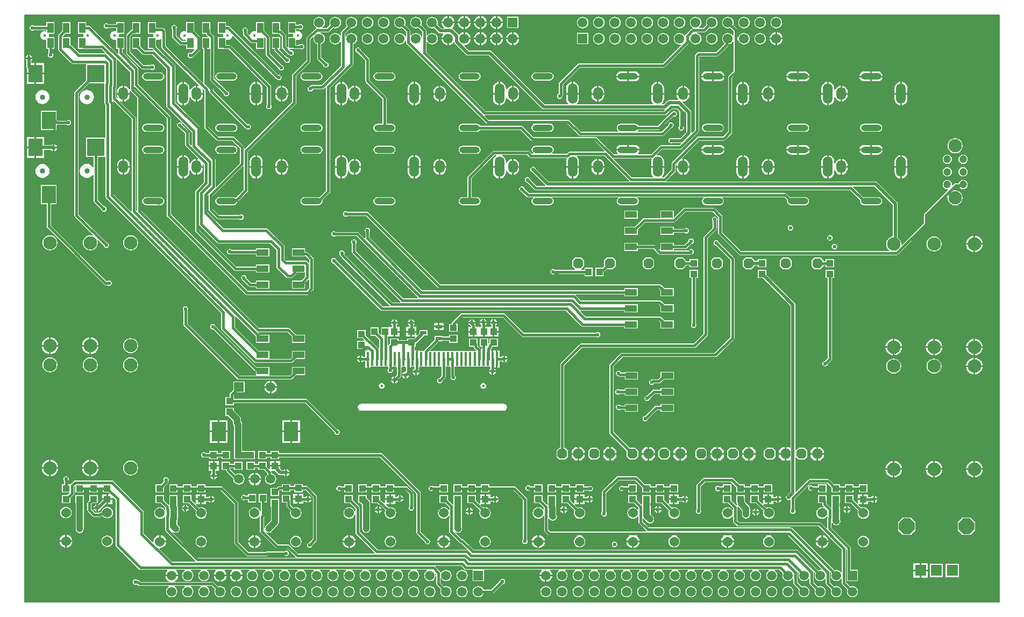
<source format=gbl>
G04*
G04 #@! TF.GenerationSoftware,Altium Limited,Altium Designer,19.0.15 (446)*
G04*
G04 Layer_Physical_Order=4*
G04 Layer_Color=16711680*
%FSLAX25Y25*%
%MOIN*%
G70*
G01*
G75*
%ADD30C,0.01500*%
%ADD31C,0.01968*%
%ADD34C,0.02000*%
%ADD35C,0.01772*%
%ADD36C,0.08268*%
%ADD37O,0.12598X0.03937*%
%ADD38O,0.05906X0.12598*%
%ADD39O,0.05906X0.07874*%
%ADD40C,0.01575*%
%ADD41P,0.06809X8X112.5*%
%ADD42C,0.06102*%
%ADD43R,0.06102X0.06102*%
%ADD44C,0.03347*%
%ADD45C,0.04724*%
%ADD46C,0.06063*%
%ADD47C,0.05906*%
%ADD48R,0.05906X0.05906*%
%ADD49R,0.09055X0.12205*%
%ADD51R,0.07165X0.07165*%
%ADD52C,0.02362*%
%ADD53C,0.04000*%
%ADD56R,0.03937X0.02362*%
%ADD57R,0.04331X0.03937*%
%ADD58R,0.03937X0.06299*%
%ADD59R,0.03937X0.04331*%
%ADD60R,0.01378X0.08661*%
%ADD61R,0.07284X0.03937*%
%ADD62R,0.08661X0.11024*%
%ADD63R,0.11024X0.11024*%
%ADD64P,0.10480X8X112.5*%
G36*
X33426Y368057D02*
X33483Y368055D01*
X33509Y368059D01*
X33535Y368054D01*
X499012Y368055D01*
X499075Y368031D01*
X499201Y368011D01*
X499283Y368014D01*
X499362Y367991D01*
X499489Y367981D01*
X499550Y367988D01*
X499610Y367975D01*
X499674Y367974D01*
X499694Y367977D01*
X499714Y367973D01*
X568504Y368050D01*
X568858Y367697D01*
X568858Y3912D01*
X568504Y3559D01*
X499645Y3562D01*
X499589Y3564D01*
X499562Y3559D01*
X499536Y3564D01*
X33879Y3564D01*
X33826Y3553D01*
X33796Y3559D01*
X33774D01*
X33763Y3560D01*
X33738Y3559D01*
X-35787Y3559D01*
X-35787Y367706D01*
X-35433Y368060D01*
X33426Y368057D01*
D02*
G37*
%LPC*%
G36*
X257370Y367170D02*
Y363650D01*
X260890D01*
X260817Y364207D01*
X260409Y365193D01*
X259759Y366039D01*
X258913Y366688D01*
X257928Y367097D01*
X257370Y367170D01*
D02*
G37*
G36*
X227370D02*
Y363650D01*
X230890D01*
X230817Y364207D01*
X230409Y365193D01*
X229760Y366039D01*
X228913Y366688D01*
X227928Y367097D01*
X227370Y367170D01*
D02*
G37*
G36*
X247370D02*
Y363650D01*
X250890D01*
X250817Y364207D01*
X250409Y365193D01*
X249760Y366039D01*
X248913Y366688D01*
X247928Y367097D01*
X247370Y367170D01*
D02*
G37*
G36*
X237370D02*
Y363650D01*
X240890D01*
X240817Y364207D01*
X240409Y365193D01*
X239759Y366039D01*
X238913Y366688D01*
X237928Y367097D01*
X237370Y367170D01*
D02*
G37*
G36*
X256370Y367170D02*
X255813Y367097D01*
X254827Y366688D01*
X253981Y366039D01*
X253331Y365193D01*
X252923Y364207D01*
X252850Y363650D01*
X256370D01*
Y367170D01*
D02*
G37*
G36*
X226370D02*
X225813Y367097D01*
X224827Y366688D01*
X223981Y366039D01*
X223331Y365193D01*
X222923Y364207D01*
X222850Y363650D01*
X226370D01*
Y367170D01*
D02*
G37*
G36*
X246370D02*
X245813Y367097D01*
X244827Y366688D01*
X243981Y366039D01*
X243331Y365193D01*
X242923Y364207D01*
X242850Y363650D01*
X246370D01*
Y367170D01*
D02*
G37*
G36*
X236370D02*
X235813Y367097D01*
X234827Y366688D01*
X233981Y366039D01*
X233331Y365193D01*
X232923Y364207D01*
X232850Y363650D01*
X236370D01*
Y367170D01*
D02*
G37*
G36*
X-17224Y363484D02*
X-22146D01*
Y361109D01*
X-29726D01*
X-30190Y361419D01*
X-30843Y361548D01*
X-31495Y361419D01*
X-32049Y361049D01*
X-32419Y360495D01*
X-32548Y359842D01*
X-32419Y359190D01*
X-32049Y358636D01*
X-31495Y358266D01*
X-30843Y358137D01*
X-30190Y358266D01*
X-29726Y358576D01*
X-22262D01*
X-22229Y358076D01*
X-22646Y357821D01*
X-23228Y357898D01*
X-23948Y357803D01*
X-24618Y357525D01*
X-25194Y357084D01*
X-25636Y356508D01*
X-25913Y355837D01*
X-26008Y355118D01*
X-25913Y354399D01*
X-25636Y353728D01*
X-25194Y353153D01*
X-24618Y352711D01*
X-23948Y352433D01*
X-23228Y352338D01*
X-22646Y352415D01*
X-22146Y352110D01*
Y346752D01*
X-20952D01*
Y344023D01*
X-21199Y343653D01*
X-21329Y343000D01*
X-21199Y342347D01*
X-20829Y341794D01*
X-20276Y341424D01*
X-19623Y341294D01*
X-18970Y341424D01*
X-18417Y341794D01*
X-18047Y342347D01*
X-17917Y343000D01*
X-18047Y343653D01*
X-18417Y344206D01*
X-18419Y344208D01*
Y346752D01*
X-17224D01*
Y354035D01*
X-20220D01*
X-20525Y354535D01*
X-20449Y355118D01*
X-20525Y355701D01*
X-20220Y356201D01*
X-17224D01*
Y363484D01*
D02*
G37*
G36*
X390177Y366723D02*
X389252Y366602D01*
X388390Y366245D01*
X387650Y365677D01*
X387082Y364937D01*
X386725Y364075D01*
X386603Y363150D01*
X386725Y362225D01*
X386941Y361704D01*
X384852Y359615D01*
X382178D01*
X382083Y359811D01*
X382043Y360115D01*
X382704Y360623D01*
X383272Y361363D01*
X383629Y362225D01*
X383751Y363150D01*
X383629Y364075D01*
X383272Y364937D01*
X382704Y365677D01*
X381964Y366245D01*
X381102Y366602D01*
X380177Y366723D01*
X379252Y366602D01*
X378390Y366245D01*
X377650Y365677D01*
X377082Y364937D01*
X376725Y364075D01*
X376603Y363150D01*
X376725Y362225D01*
X377082Y361363D01*
X377650Y360623D01*
X378358Y360079D01*
X378367Y359941D01*
X378288Y359556D01*
X378101Y359519D01*
X377691Y359244D01*
X374083Y355636D01*
X373808Y355225D01*
X373771Y355039D01*
X373386Y354960D01*
X373248Y354969D01*
X372704Y355677D01*
X371964Y356245D01*
X371102Y356602D01*
X370177Y356723D01*
X369252Y356602D01*
X368390Y356245D01*
X367650Y355677D01*
X367082Y354937D01*
X366725Y354075D01*
X366603Y353150D01*
X366725Y352225D01*
X367082Y351363D01*
X367650Y350623D01*
X368390Y350055D01*
X369252Y349698D01*
X370177Y349576D01*
X371004Y349685D01*
X371191Y349442D01*
X371262Y349236D01*
X359785Y337759D01*
X308043D01*
X307558Y337663D01*
X307148Y337388D01*
X295774Y326015D01*
X295500Y325604D01*
X295403Y325119D01*
Y319087D01*
X295347Y319076D01*
X294794Y318706D01*
X294424Y318153D01*
X294294Y317500D01*
X294424Y316847D01*
X294794Y316294D01*
X295347Y315924D01*
X296000Y315794D01*
X296653Y315924D01*
X297206Y316294D01*
X297576Y316847D01*
X297702Y317478D01*
X297840Y317685D01*
X297936Y318170D01*
Y324595D01*
X308568Y335226D01*
X360310D01*
X360795Y335322D01*
X361206Y335597D01*
X375874Y350265D01*
X376149Y350676D01*
X376245Y351161D01*
Y352133D01*
X376725Y352225D01*
X377082Y351363D01*
X377650Y350623D01*
X378390Y350055D01*
X379252Y349698D01*
X380177Y349576D01*
X381102Y349698D01*
X381964Y350055D01*
X382704Y350623D01*
X383272Y351363D01*
X383629Y352225D01*
X383751Y353150D01*
X383629Y354075D01*
X383272Y354937D01*
X382704Y355677D01*
X381964Y356245D01*
X381102Y356602D01*
X381194Y357082D01*
X385376D01*
X385861Y357178D01*
X386272Y357453D01*
X388732Y359913D01*
X389252Y359698D01*
X390177Y359576D01*
X391102Y359698D01*
X391964Y360055D01*
X392704Y360623D01*
X393272Y361363D01*
X393629Y362225D01*
X393751Y363150D01*
X393629Y364075D01*
X393272Y364937D01*
X392704Y365677D01*
X391964Y366245D01*
X391102Y366602D01*
X390177Y366723D01*
D02*
G37*
G36*
X156870D02*
X155945Y366602D01*
X155083Y366245D01*
X154343Y365677D01*
X153775Y364937D01*
X153418Y364075D01*
X153296Y363150D01*
X153418Y362225D01*
X153634Y361704D01*
X151544Y359615D01*
X148871D01*
X148775Y359811D01*
X148736Y360115D01*
X149397Y360623D01*
X149965Y361363D01*
X150322Y362225D01*
X150444Y363150D01*
X150322Y364075D01*
X149965Y364937D01*
X149397Y365677D01*
X148657Y366245D01*
X147795Y366602D01*
X146870Y366723D01*
X145945Y366602D01*
X145083Y366245D01*
X144343Y365677D01*
X143775Y364937D01*
X143418Y364075D01*
X143296Y363150D01*
X143418Y362225D01*
X143775Y361363D01*
X144343Y360623D01*
X145051Y360079D01*
X145060Y359941D01*
X144981Y359556D01*
X144794Y359519D01*
X144384Y359244D01*
X139355Y354215D01*
X139080Y353804D01*
X138984Y353319D01*
Y339764D01*
X130622Y331403D01*
X130348Y330992D01*
X130251Y330507D01*
Y314029D01*
X100786Y284563D01*
X100286Y284770D01*
Y285644D01*
X100189Y286129D01*
X99915Y286540D01*
X94396Y292059D01*
X93985Y292334D01*
X93500Y292430D01*
X84525D01*
X78213Y298741D01*
Y320675D01*
X78713Y320943D01*
X78733Y320929D01*
Y320576D01*
X78830Y320092D01*
X79105Y319681D01*
X101181Y297604D01*
X101592Y297330D01*
X101802Y297288D01*
X102347Y296924D01*
X103000Y296794D01*
X103653Y296924D01*
X104206Y297294D01*
X104576Y297847D01*
X104706Y298500D01*
X104576Y299153D01*
X104206Y299706D01*
X103653Y300076D01*
X103000Y300206D01*
X102347Y300076D01*
X102314Y300054D01*
X81266Y321101D01*
Y321967D01*
X81170Y322451D01*
X80896Y322862D01*
X77528Y326229D01*
Y346752D01*
X79323D01*
Y327911D01*
X79419Y327426D01*
X79694Y327015D01*
X87815Y318894D01*
X87924Y318347D01*
X88294Y317794D01*
X88847Y317424D01*
X89500Y317294D01*
X90153Y317424D01*
X90706Y317794D01*
X91076Y318347D01*
X91206Y319000D01*
X91076Y319653D01*
X90706Y320206D01*
X90153Y320576D01*
X89606Y320685D01*
X81856Y328435D01*
Y354268D01*
X81759Y354753D01*
X81485Y355164D01*
X80459Y356189D01*
X80049Y356463D01*
X79564Y356560D01*
X79492D01*
X79356Y356697D01*
Y358624D01*
X79331Y358746D01*
Y363484D01*
X74410D01*
Y356201D01*
X76823D01*
Y356172D01*
X76919Y355687D01*
X77194Y355276D01*
X77935Y354535D01*
X77740Y354035D01*
X74410D01*
Y346752D01*
X74995D01*
Y326055D01*
X74495Y325848D01*
X51688Y348655D01*
Y357761D01*
X51592Y358246D01*
X51317Y358657D01*
X50438Y359535D01*
X50028Y359810D01*
X49543Y359906D01*
X45817D01*
Y363484D01*
X40896D01*
Y356201D01*
X43891D01*
X44197Y355701D01*
X44120Y355118D01*
X44197Y354535D01*
X43891Y354035D01*
X40896D01*
Y346752D01*
X43911D01*
X44482Y346180D01*
X44236Y345720D01*
X44000Y345766D01*
X38751D01*
X35975Y348543D01*
Y354035D01*
X31053D01*
Y346752D01*
X34184D01*
X37331Y343604D01*
X37742Y343330D01*
X38227Y343233D01*
X43475D01*
X52152Y334558D01*
Y311582D01*
X52248Y311097D01*
X52522Y310686D01*
X67984Y295225D01*
Y287113D01*
X67484Y286906D01*
X66267Y288123D01*
Y295000D01*
X66170Y295485D01*
X65895Y295896D01*
X62185Y299606D01*
X62076Y300153D01*
X61706Y300706D01*
X61153Y301076D01*
X60500Y301206D01*
X59847Y301076D01*
X59294Y300706D01*
X58924Y300153D01*
X58794Y299500D01*
X58924Y298847D01*
X59294Y298294D01*
X59847Y297924D01*
X60394Y297815D01*
X63734Y294475D01*
Y287598D01*
X63830Y287114D01*
X64104Y286703D01*
X71838Y278970D01*
X71604Y278496D01*
X71366Y278527D01*
Y274122D01*
X74853D01*
Y274606D01*
X74794Y275053D01*
X75262Y275327D01*
X75480Y275164D01*
Y264242D01*
X70366Y259128D01*
X70092Y258717D01*
X69995Y258232D01*
Y234185D01*
X70092Y233700D01*
X70366Y233290D01*
X94032Y209624D01*
X94443Y209349D01*
X94928Y209253D01*
X107748D01*
Y208059D01*
X116016D01*
Y212980D01*
X107748D01*
Y211786D01*
X95452D01*
X72528Y234710D01*
Y236938D01*
X73028Y237145D01*
X83587Y226587D01*
X83998Y226312D01*
X84482Y226216D01*
X116493D01*
X120456Y222253D01*
Y211542D01*
X120552Y211057D01*
X120827Y210647D01*
X126369Y205104D01*
X126780Y204830D01*
X127264Y204733D01*
X129606D01*
X130091Y204830D01*
X130502Y205104D01*
X132618Y207220D01*
X132892Y207631D01*
X132977Y208059D01*
X138251D01*
Y205542D01*
X136122Y203413D01*
X135848Y203002D01*
X135843Y202980D01*
X129992D01*
Y198059D01*
X138260D01*
Y201616D01*
X138284Y201738D01*
Y201993D01*
X140360Y204068D01*
X140581Y204035D01*
X140860Y203890D01*
Y198525D01*
X139102Y196766D01*
X102525D01*
X55016Y244275D01*
Y304077D01*
X54920Y304562D01*
X54646Y304973D01*
X34753Y324865D01*
Y334500D01*
X34656Y334985D01*
X34382Y335396D01*
X24938Y344839D01*
Y346752D01*
X26132D01*
Y354035D01*
X23137D01*
X22831Y354535D01*
X22908Y355118D01*
X22831Y355701D01*
X23137Y356201D01*
X26132D01*
Y363484D01*
X21211D01*
Y362266D01*
X16236D01*
X15772Y362576D01*
X15119Y362706D01*
X14467Y362576D01*
X13913Y362206D01*
X13543Y361653D01*
X13413Y361000D01*
X13543Y360347D01*
X13913Y359794D01*
X14467Y359424D01*
X15119Y359294D01*
X15772Y359424D01*
X16236Y359734D01*
X21211D01*
Y358127D01*
X20711Y357821D01*
X20128Y357898D01*
X19409Y357803D01*
X18738Y357525D01*
X18163Y357084D01*
X17721Y356508D01*
X17443Y355837D01*
X17348Y355118D01*
X17443Y354399D01*
X17721Y353728D01*
X18163Y353153D01*
X18738Y352711D01*
X19409Y352433D01*
X20128Y352338D01*
X20711Y352415D01*
X21211Y352110D01*
Y346752D01*
X22405D01*
Y344315D01*
X22444Y344120D01*
X21983Y343874D01*
X5119Y360738D01*
X4708Y361013D01*
X4223Y361109D01*
X2461D01*
Y363484D01*
X-2461D01*
Y356201D01*
X535D01*
X840Y355701D01*
X764Y355118D01*
X840Y354535D01*
X535Y354035D01*
X-2461D01*
Y346752D01*
X1096D01*
X1218Y346728D01*
X12011D01*
X14226Y344514D01*
X14018Y344014D01*
X-1671D01*
X-6547Y348890D01*
X-6958Y349164D01*
X-7382Y349248D01*
Y354035D01*
X-12012D01*
X-12178Y354535D01*
X-10512Y356201D01*
X-7382D01*
Y363484D01*
X-12303D01*
Y357992D01*
X-14457Y355838D01*
X-14731Y355428D01*
X-14828Y354943D01*
Y346519D01*
X-14731Y346035D01*
X-14457Y345624D01*
X-6804Y337971D01*
X-6393Y337696D01*
X-5908Y337600D01*
X2002D01*
X2461Y337500D01*
Y327283D01*
X-4395Y320427D01*
X-4670Y320016D01*
X-4766Y319531D01*
Y243500D01*
X-4670Y243015D01*
X-4395Y242604D01*
X6789Y231420D01*
X6506Y230996D01*
X6251Y231101D01*
X5043Y231260D01*
X3836Y231101D01*
X2710Y230635D01*
X1744Y229894D01*
X1003Y228927D01*
X536Y227802D01*
X377Y226594D01*
X536Y225387D01*
X1003Y224261D01*
X1744Y223295D01*
X2710Y222554D01*
X3836Y222088D01*
X5043Y221929D01*
X6251Y222088D01*
X7376Y222554D01*
X8343Y223295D01*
X9084Y224261D01*
X9550Y225387D01*
X9709Y226594D01*
X9550Y227802D01*
X9444Y228057D01*
X9868Y228341D01*
X13315Y224894D01*
X13424Y224347D01*
X13794Y223794D01*
X14347Y223424D01*
X15000Y223294D01*
X15653Y223424D01*
X16206Y223794D01*
X16576Y224347D01*
X16706Y225000D01*
X16576Y225653D01*
X16206Y226206D01*
X15653Y226576D01*
X15106Y226685D01*
X-2234Y244025D01*
Y319007D01*
X4252Y325492D01*
X13446D01*
X13857Y324992D01*
X13843Y324926D01*
Y313200D01*
X13940Y312715D01*
X14214Y312304D01*
X14535Y311984D01*
Y292106D01*
X14469Y291634D01*
X14035Y291634D01*
X2461D01*
Y279626D01*
X7198D01*
Y273437D01*
X6863Y273299D01*
X6698Y273296D01*
X6041Y274152D01*
X5137Y274846D01*
X4083Y275282D01*
X2953Y275431D01*
X1822Y275282D01*
X769Y274846D01*
X-136Y274152D01*
X-830Y273247D01*
X-1266Y272194D01*
X-1415Y271063D01*
X-1266Y269933D01*
X-830Y268879D01*
X-136Y267974D01*
X769Y267280D01*
X1822Y266844D01*
X2953Y266695D01*
X4083Y266844D01*
X5137Y267280D01*
X6041Y267974D01*
X6698Y268830D01*
X6863Y268827D01*
X7198Y268689D01*
Y252535D01*
X7294Y252051D01*
X7569Y251640D01*
X11815Y247394D01*
X11924Y246847D01*
X12294Y246294D01*
X12847Y245924D01*
X13500Y245794D01*
X14153Y245924D01*
X14706Y246294D01*
X15076Y246847D01*
X15206Y247500D01*
X15076Y248153D01*
X14706Y248706D01*
X14153Y249076D01*
X13606Y249185D01*
X9731Y253060D01*
Y279626D01*
X14469Y279626D01*
X14535Y279153D01*
Y255092D01*
X14631Y254608D01*
X14906Y254197D01*
X86147Y182956D01*
Y173425D01*
X86243Y172941D01*
X86518Y172530D01*
X106620Y152428D01*
X107031Y152153D01*
X107515Y152057D01*
X129544D01*
X130029Y152153D01*
X130440Y152428D01*
X132593Y154581D01*
X138260D01*
Y159502D01*
X129992D01*
Y155562D01*
X129019Y154590D01*
X116016D01*
Y159502D01*
X109539D01*
X94777Y174265D01*
Y180690D01*
X95277Y180897D01*
X107724Y168450D01*
Y168260D01*
X107748Y168138D01*
Y164581D01*
X116016D01*
Y169502D01*
X110131D01*
X109886Y169870D01*
X109022Y170733D01*
X109229Y171233D01*
X127280D01*
X129992Y168521D01*
Y164581D01*
X138260D01*
Y169502D01*
X132593D01*
X128700Y173396D01*
X128289Y173670D01*
X127804Y173767D01*
X109525D01*
X36559Y246732D01*
Y317220D01*
X36463Y317704D01*
X36188Y318115D01*
X32253Y322051D01*
Y323076D01*
X32753Y323283D01*
X52483Y303552D01*
Y243750D01*
X52580Y243265D01*
X52855Y242854D01*
X101104Y194605D01*
X101515Y194330D01*
X102000Y194234D01*
X139626D01*
X140111Y194330D01*
X140522Y194605D01*
X143022Y197105D01*
X143296Y197515D01*
X143393Y198000D01*
Y216500D01*
X143296Y216985D01*
X143022Y217395D01*
X139908Y220509D01*
X139497Y220784D01*
X139012Y220880D01*
X138260D01*
Y222980D01*
X129992D01*
Y218059D01*
X138260D01*
Y218059D01*
X138760Y218075D01*
X140860Y215975D01*
Y214340D01*
X140581Y214195D01*
X140360Y214162D01*
X139388Y215133D01*
X138977Y215408D01*
X138493Y215504D01*
X126461D01*
X125489Y216477D01*
Y224278D01*
X125392Y224762D01*
X125118Y225173D01*
X115146Y235145D01*
X114735Y235420D01*
X114250Y235517D01*
X87739D01*
X77528Y245727D01*
Y255919D01*
X77935Y256326D01*
X78396Y256080D01*
X78382Y256012D01*
Y247238D01*
X78479Y246753D01*
X78753Y246342D01*
X83491Y241604D01*
X83902Y241330D01*
X84386Y241233D01*
X97366D01*
X97829Y240924D01*
X98482Y240794D01*
X99135Y240924D01*
X99688Y241294D01*
X100058Y241847D01*
X100188Y242500D01*
X100058Y243153D01*
X99688Y243706D01*
X99135Y244076D01*
X98482Y244206D01*
X97829Y244076D01*
X97366Y243766D01*
X84911D01*
X80915Y247762D01*
Y255488D01*
X99753Y274326D01*
X100253Y274118D01*
Y259544D01*
X95234Y254525D01*
X94971Y254473D01*
X94661Y254680D01*
X93701Y254871D01*
X85039D01*
X84079Y254680D01*
X83265Y254136D01*
X82722Y253322D01*
X82531Y252362D01*
X82722Y251402D01*
X83265Y250588D01*
X84079Y250044D01*
X85039Y249853D01*
X93701D01*
X94661Y250044D01*
X95475Y250588D01*
X96019Y251402D01*
X96153Y252075D01*
X96249Y252094D01*
X96660Y252369D01*
X102415Y258124D01*
X102689Y258535D01*
X102786Y259019D01*
Y282981D01*
X132413Y312608D01*
X132688Y313019D01*
X132784Y313504D01*
Y329983D01*
X141146Y338344D01*
X141420Y338755D01*
X141516Y339240D01*
Y352795D01*
X142956Y354235D01*
X143162Y354163D01*
X143405Y353976D01*
X143296Y353150D01*
X143418Y352225D01*
X143775Y351363D01*
X144343Y350623D01*
X145083Y350055D01*
X145604Y349839D01*
Y341130D01*
X145700Y340645D01*
X145975Y340234D01*
X149426Y336783D01*
X149535Y336236D01*
X149905Y335683D01*
X150458Y335313D01*
X151111Y335183D01*
X151764Y335313D01*
X152317Y335683D01*
X152687Y336236D01*
X152817Y336889D01*
X152687Y337542D01*
X152317Y338095D01*
X151764Y338465D01*
X151217Y338574D01*
X148137Y341654D01*
Y349839D01*
X148657Y350055D01*
X149397Y350623D01*
X149965Y351363D01*
X150322Y352225D01*
X150444Y353150D01*
X150322Y354075D01*
X149965Y354937D01*
X149397Y355677D01*
X148657Y356245D01*
X147795Y356602D01*
X147887Y357082D01*
X152069D01*
X152554Y357178D01*
X152964Y357453D01*
X155425Y359913D01*
X155945Y359698D01*
X156870Y359576D01*
X157795Y359698D01*
X158657Y360055D01*
X159397Y360623D01*
X159965Y361363D01*
X160322Y362225D01*
X160444Y363150D01*
X160322Y364075D01*
X159965Y364937D01*
X159397Y365677D01*
X158657Y366245D01*
X157795Y366602D01*
X156870Y366723D01*
D02*
G37*
G36*
X270413Y366693D02*
X263327D01*
Y359606D01*
X270413D01*
Y366693D01*
D02*
G37*
G36*
X430177Y366723D02*
X429252Y366602D01*
X428390Y366245D01*
X427650Y365677D01*
X427082Y364937D01*
X426725Y364075D01*
X426603Y363150D01*
X426725Y362225D01*
X427082Y361363D01*
X427650Y360623D01*
X428390Y360055D01*
X429252Y359698D01*
X430177Y359576D01*
X431102Y359698D01*
X431964Y360055D01*
X432704Y360623D01*
X433272Y361363D01*
X433629Y362225D01*
X433751Y363150D01*
X433629Y364075D01*
X433272Y364937D01*
X432704Y365677D01*
X431964Y366245D01*
X431102Y366602D01*
X430177Y366723D01*
D02*
G37*
G36*
X420177D02*
X419252Y366602D01*
X418390Y366245D01*
X417650Y365677D01*
X417082Y364937D01*
X416725Y364075D01*
X416603Y363150D01*
X416725Y362225D01*
X417082Y361363D01*
X417650Y360623D01*
X418390Y360055D01*
X419252Y359698D01*
X420177Y359576D01*
X421102Y359698D01*
X421964Y360055D01*
X422704Y360623D01*
X423272Y361363D01*
X423629Y362225D01*
X423751Y363150D01*
X423629Y364075D01*
X423272Y364937D01*
X422704Y365677D01*
X421964Y366245D01*
X421102Y366602D01*
X420177Y366723D01*
D02*
G37*
G36*
X410177D02*
X409252Y366602D01*
X408390Y366245D01*
X407650Y365677D01*
X407082Y364937D01*
X406725Y364075D01*
X406603Y363150D01*
X406725Y362225D01*
X407082Y361363D01*
X407650Y360623D01*
X408390Y360055D01*
X409252Y359698D01*
X410177Y359576D01*
X411102Y359698D01*
X411964Y360055D01*
X412704Y360623D01*
X413272Y361363D01*
X413629Y362225D01*
X413751Y363150D01*
X413629Y364075D01*
X413272Y364937D01*
X412704Y365677D01*
X411964Y366245D01*
X411102Y366602D01*
X410177Y366723D01*
D02*
G37*
G36*
X370177D02*
X369252Y366602D01*
X368390Y366245D01*
X367650Y365677D01*
X367082Y364937D01*
X366725Y364075D01*
X366603Y363150D01*
X366725Y362225D01*
X367082Y361363D01*
X367650Y360623D01*
X368390Y360055D01*
X369252Y359698D01*
X370177Y359576D01*
X371102Y359698D01*
X371964Y360055D01*
X372704Y360623D01*
X373272Y361363D01*
X373629Y362225D01*
X373751Y363150D01*
X373629Y364075D01*
X373272Y364937D01*
X372704Y365677D01*
X371964Y366245D01*
X371102Y366602D01*
X370177Y366723D01*
D02*
G37*
G36*
X360177D02*
X359252Y366602D01*
X358390Y366245D01*
X357650Y365677D01*
X357082Y364937D01*
X356725Y364075D01*
X356603Y363150D01*
X356725Y362225D01*
X357082Y361363D01*
X357650Y360623D01*
X358390Y360055D01*
X359252Y359698D01*
X360177Y359576D01*
X361102Y359698D01*
X361964Y360055D01*
X362704Y360623D01*
X363272Y361363D01*
X363629Y362225D01*
X363751Y363150D01*
X363629Y364075D01*
X363272Y364937D01*
X362704Y365677D01*
X361964Y366245D01*
X361102Y366602D01*
X360177Y366723D01*
D02*
G37*
G36*
X350177D02*
X349252Y366602D01*
X348390Y366245D01*
X347650Y365677D01*
X347082Y364937D01*
X346725Y364075D01*
X346603Y363150D01*
X346725Y362225D01*
X347082Y361363D01*
X347650Y360623D01*
X348390Y360055D01*
X349252Y359698D01*
X350177Y359576D01*
X351102Y359698D01*
X351964Y360055D01*
X352704Y360623D01*
X353272Y361363D01*
X353629Y362225D01*
X353751Y363150D01*
X353629Y364075D01*
X353272Y364937D01*
X352704Y365677D01*
X351964Y366245D01*
X351102Y366602D01*
X350177Y366723D01*
D02*
G37*
G36*
X340177D02*
X339252Y366602D01*
X338390Y366245D01*
X337650Y365677D01*
X337082Y364937D01*
X336725Y364075D01*
X336603Y363150D01*
X336725Y362225D01*
X337082Y361363D01*
X337650Y360623D01*
X338390Y360055D01*
X339252Y359698D01*
X340177Y359576D01*
X341102Y359698D01*
X341964Y360055D01*
X342704Y360623D01*
X343272Y361363D01*
X343629Y362225D01*
X343751Y363150D01*
X343629Y364075D01*
X343272Y364937D01*
X342704Y365677D01*
X341964Y366245D01*
X341102Y366602D01*
X340177Y366723D01*
D02*
G37*
G36*
X330177D02*
X329252Y366602D01*
X328390Y366245D01*
X327650Y365677D01*
X327082Y364937D01*
X326725Y364075D01*
X326603Y363150D01*
X326725Y362225D01*
X327082Y361363D01*
X327650Y360623D01*
X328390Y360055D01*
X329252Y359698D01*
X330177Y359576D01*
X331102Y359698D01*
X331964Y360055D01*
X332704Y360623D01*
X333272Y361363D01*
X333629Y362225D01*
X333751Y363150D01*
X333629Y364075D01*
X333272Y364937D01*
X332704Y365677D01*
X331964Y366245D01*
X331102Y366602D01*
X330177Y366723D01*
D02*
G37*
G36*
X320177D02*
X319252Y366602D01*
X318390Y366245D01*
X317650Y365677D01*
X317082Y364937D01*
X316725Y364075D01*
X316603Y363150D01*
X316725Y362225D01*
X317082Y361363D01*
X317650Y360623D01*
X318390Y360055D01*
X319252Y359698D01*
X320177Y359576D01*
X321102Y359698D01*
X321964Y360055D01*
X322704Y360623D01*
X323272Y361363D01*
X323629Y362225D01*
X323751Y363150D01*
X323629Y364075D01*
X323272Y364937D01*
X322704Y365677D01*
X321964Y366245D01*
X321102Y366602D01*
X320177Y366723D01*
D02*
G37*
G36*
X310177D02*
X309252Y366602D01*
X308390Y366245D01*
X307650Y365677D01*
X307082Y364937D01*
X306725Y364075D01*
X306603Y363150D01*
X306725Y362225D01*
X307082Y361363D01*
X307650Y360623D01*
X308390Y360055D01*
X309252Y359698D01*
X310177Y359576D01*
X311102Y359698D01*
X311964Y360055D01*
X312704Y360623D01*
X313272Y361363D01*
X313629Y362225D01*
X313751Y363150D01*
X313629Y364075D01*
X313272Y364937D01*
X312704Y365677D01*
X311964Y366245D01*
X311102Y366602D01*
X310177Y366723D01*
D02*
G37*
G36*
X186870D02*
X185945Y366602D01*
X185083Y366245D01*
X184343Y365677D01*
X183775Y364937D01*
X183418Y364075D01*
X183296Y363150D01*
X183418Y362225D01*
X183775Y361363D01*
X184343Y360623D01*
X185083Y360055D01*
X185945Y359698D01*
X186870Y359576D01*
X187795Y359698D01*
X188657Y360055D01*
X189397Y360623D01*
X189965Y361363D01*
X190322Y362225D01*
X190444Y363150D01*
X190322Y364075D01*
X189965Y364937D01*
X189397Y365677D01*
X188657Y366245D01*
X187795Y366602D01*
X186870Y366723D01*
D02*
G37*
G36*
X176870D02*
X175945Y366602D01*
X175083Y366245D01*
X174343Y365677D01*
X173775Y364937D01*
X173418Y364075D01*
X173296Y363150D01*
X173418Y362225D01*
X173775Y361363D01*
X174343Y360623D01*
X175083Y360055D01*
X175945Y359698D01*
X176870Y359576D01*
X177795Y359698D01*
X178657Y360055D01*
X179397Y360623D01*
X179965Y361363D01*
X180322Y362225D01*
X180444Y363150D01*
X180322Y364075D01*
X179965Y364937D01*
X179397Y365677D01*
X178657Y366245D01*
X177795Y366602D01*
X176870Y366723D01*
D02*
G37*
G36*
X166870D02*
X165945Y366602D01*
X165083Y366245D01*
X164343Y365677D01*
X163775Y364937D01*
X163418Y364075D01*
X163296Y363150D01*
X163418Y362225D01*
X163775Y361363D01*
X164104Y360933D01*
X160776Y357605D01*
X160501Y357194D01*
X160405Y356709D01*
Y355150D01*
X160209Y355055D01*
X159905Y355015D01*
X159397Y355677D01*
X158657Y356245D01*
X157795Y356602D01*
X156870Y356723D01*
X155945Y356602D01*
X155083Y356245D01*
X154343Y355677D01*
X153775Y354937D01*
X153418Y354075D01*
X153296Y353150D01*
X153418Y352225D01*
X153775Y351363D01*
X154343Y350623D01*
X155083Y350055D01*
X155945Y349698D01*
X156870Y349576D01*
X157795Y349698D01*
X158657Y350055D01*
X159397Y350623D01*
X159905Y351284D01*
X160209Y351244D01*
X160405Y351149D01*
Y336423D01*
X148302Y324320D01*
X142379D01*
X141894Y324223D01*
X141483Y323949D01*
X141176Y323642D01*
X140847Y323576D01*
X140294Y323206D01*
X139924Y322653D01*
X139794Y322000D01*
X139924Y321347D01*
X140294Y320794D01*
X140847Y320424D01*
X141500Y320294D01*
X142153Y320424D01*
X142706Y320794D01*
X143076Y321347D01*
X143164Y321787D01*
X148826D01*
X149311Y321883D01*
X149722Y322158D01*
X150733Y323169D01*
X151233Y322962D01*
Y258930D01*
X147055Y254752D01*
X146457Y254871D01*
X137795D01*
X136835Y254680D01*
X136021Y254136D01*
X135477Y253322D01*
X135286Y252362D01*
X135477Y251402D01*
X136021Y250588D01*
X136835Y250044D01*
X137795Y249853D01*
X146457D01*
X147417Y250044D01*
X148231Y250588D01*
X148775Y251402D01*
X148966Y252362D01*
X148846Y252961D01*
X153395Y257510D01*
X153670Y257921D01*
X153767Y258405D01*
Y322667D01*
X167646Y336546D01*
X167920Y336957D01*
X168017Y337441D01*
Y349789D01*
X168657Y350055D01*
X169397Y350623D01*
X169965Y351363D01*
X170322Y352225D01*
X170444Y353150D01*
X170322Y354075D01*
X169965Y354937D01*
X169397Y355677D01*
X168657Y356245D01*
X167795Y356602D01*
X166870Y356723D01*
X165945Y356602D01*
X165083Y356245D01*
X164343Y355677D01*
X163775Y354937D01*
X163418Y354075D01*
X162938Y354167D01*
Y356185D01*
X166392Y359639D01*
X166870Y359576D01*
X167795Y359698D01*
X168657Y360055D01*
X169397Y360623D01*
X169965Y361363D01*
X170322Y362225D01*
X170444Y363150D01*
X170322Y364075D01*
X169965Y364937D01*
X169397Y365677D01*
X168657Y366245D01*
X167795Y366602D01*
X166870Y366723D01*
D02*
G37*
G36*
X260890Y362650D02*
X257370D01*
Y359129D01*
X257928Y359203D01*
X258913Y359611D01*
X259759Y360260D01*
X260409Y361107D01*
X260817Y362092D01*
X260890Y362650D01*
D02*
G37*
G36*
X250890D02*
X247370D01*
Y359129D01*
X247928Y359203D01*
X248913Y359611D01*
X249760Y360260D01*
X250409Y361107D01*
X250817Y362092D01*
X250890Y362650D01*
D02*
G37*
G36*
X240890D02*
X237370D01*
Y359129D01*
X237928Y359203D01*
X238913Y359611D01*
X239759Y360260D01*
X240409Y361107D01*
X240817Y362092D01*
X240890Y362650D01*
D02*
G37*
G36*
X256370D02*
X252850D01*
X252923Y362092D01*
X253331Y361107D01*
X253981Y360260D01*
X254827Y359611D01*
X255813Y359203D01*
X256370Y359129D01*
Y362650D01*
D02*
G37*
G36*
X246370D02*
X242850D01*
X242923Y362092D01*
X243331Y361107D01*
X243981Y360260D01*
X244827Y359611D01*
X245813Y359203D01*
X246370Y359129D01*
Y362650D01*
D02*
G37*
G36*
X236370D02*
X232850D01*
X232923Y362092D01*
X233331Y361107D01*
X233981Y360260D01*
X234827Y359611D01*
X235813Y359203D01*
X236370Y359129D01*
Y362650D01*
D02*
G37*
G36*
X112845Y363484D02*
X107924D01*
Y358127D01*
X107424Y357821D01*
X106841Y357898D01*
X106122Y357803D01*
X105452Y357525D01*
X104876Y357084D01*
X104434Y356508D01*
X104156Y355837D01*
X104099Y355399D01*
X103571Y355220D01*
X102267Y356525D01*
Y357165D01*
X102576Y357628D01*
X102706Y358281D01*
X102576Y358934D01*
X102206Y359488D01*
X101653Y359858D01*
X101000Y359987D01*
X100347Y359858D01*
X99794Y359488D01*
X99424Y358934D01*
X99294Y358281D01*
X99424Y357628D01*
X99734Y357165D01*
Y356000D01*
X99830Y355515D01*
X100104Y355104D01*
X104308Y350901D01*
X104719Y350626D01*
X105203Y350530D01*
X107924D01*
Y346752D01*
X112845D01*
Y353703D01*
X113345Y353910D01*
X113733Y353521D01*
Y343500D01*
X113830Y343015D01*
X114104Y342604D01*
X121815Y334894D01*
X121924Y334347D01*
X122294Y333794D01*
X122847Y333424D01*
X123500Y333294D01*
X124153Y333424D01*
X124706Y333794D01*
X125076Y334347D01*
X125206Y335000D01*
X125076Y335653D01*
X124706Y336206D01*
X124153Y336576D01*
X123606Y336685D01*
X116267Y344025D01*
Y354046D01*
X116170Y354531D01*
X115895Y354942D01*
X112845Y357992D01*
Y363484D01*
D02*
G37*
G36*
X69489D02*
X64568D01*
Y358127D01*
X64068Y357821D01*
X63485Y357898D01*
X62765Y357803D01*
X62095Y357525D01*
X61519Y357084D01*
X61077Y356508D01*
X60800Y355837D01*
X60705Y355118D01*
X60800Y354399D01*
X61077Y353728D01*
X61519Y353153D01*
X62095Y352711D01*
X62765Y352433D01*
X63485Y352338D01*
X64068Y352415D01*
X64485Y352160D01*
X64451Y351660D01*
X61631D01*
X58267Y355025D01*
Y358884D01*
X58576Y359347D01*
X58706Y360000D01*
X58576Y360653D01*
X58206Y361206D01*
X57653Y361576D01*
X57000Y361706D01*
X56347Y361576D01*
X55794Y361206D01*
X55424Y360653D01*
X55294Y360000D01*
X55424Y359347D01*
X55734Y358884D01*
Y354500D01*
X55830Y354015D01*
X56104Y353605D01*
X60211Y349498D01*
X60622Y349224D01*
X61106Y349127D01*
X64568D01*
Y346752D01*
X68998D01*
X69494Y346257D01*
X69494Y346056D01*
X67729Y344291D01*
X67681Y344323D01*
X67028Y344453D01*
X66375Y344323D01*
X65822Y343953D01*
X65452Y343400D01*
X65322Y342747D01*
X65452Y342094D01*
X65822Y341541D01*
X66375Y341171D01*
X67028Y341041D01*
X67681Y341171D01*
X68216Y341529D01*
X68460Y341577D01*
X68871Y341851D01*
X72857Y345838D01*
X73132Y346249D01*
X73228Y346733D01*
Y353728D01*
X73132Y354213D01*
X72857Y354623D01*
X69489Y357992D01*
Y363484D01*
D02*
G37*
G36*
X400177Y366723D02*
X399252Y366602D01*
X398390Y366245D01*
X397650Y365677D01*
X397082Y364937D01*
X396725Y364075D01*
X396603Y363150D01*
X396725Y362225D01*
X397082Y361363D01*
X397650Y360623D01*
X398390Y360055D01*
X399252Y359698D01*
X400177Y359576D01*
X401102Y359698D01*
X401623Y359913D01*
X403712Y357824D01*
Y355150D01*
X403516Y355055D01*
X403212Y355015D01*
X402704Y355677D01*
X401964Y356245D01*
X401102Y356602D01*
X400177Y356723D01*
X399252Y356602D01*
X398390Y356245D01*
X397650Y355677D01*
X397082Y354937D01*
X396725Y354075D01*
X396603Y353150D01*
X396725Y352225D01*
X397082Y351363D01*
X397650Y350623D01*
X398009Y350347D01*
X398028Y349853D01*
X392927Y344753D01*
X381986D01*
X381502Y344656D01*
X381091Y344382D01*
X380110Y343401D01*
X379835Y342990D01*
X379739Y342505D01*
Y296475D01*
X378021Y294758D01*
X377521Y294965D01*
Y307500D01*
X377406Y308082D01*
X377076Y308576D01*
X371971Y313681D01*
X372204Y314155D01*
X372441Y314123D01*
X373473Y314259D01*
X374434Y314657D01*
X375260Y315291D01*
X375894Y316117D01*
X376292Y317078D01*
X376428Y318110D01*
Y318595D01*
X368454D01*
Y318110D01*
X368590Y317078D01*
X368988Y316117D01*
X369445Y315521D01*
X369199Y315021D01*
X363839D01*
X363257Y314906D01*
X362764Y314576D01*
X360505Y312317D01*
X359492D01*
X359331Y312790D01*
X359512Y312929D01*
X360146Y313755D01*
X360544Y314716D01*
X360680Y315748D01*
Y318595D01*
X352706D01*
Y315748D01*
X352842Y314716D01*
X353240Y313755D01*
X353874Y312929D01*
X354055Y312790D01*
X353894Y312317D01*
X306736D01*
X306575Y312790D01*
X306756Y312929D01*
X307390Y313755D01*
X307788Y314716D01*
X307924Y315748D01*
Y318595D01*
X299950D01*
Y315748D01*
X300086Y314716D01*
X300484Y313755D01*
X301118Y312929D01*
X301299Y312790D01*
X301138Y312317D01*
X286688D01*
X253699Y345306D01*
X253205Y345635D01*
X252623Y345751D01*
X239630D01*
X236769Y348612D01*
X237007Y349081D01*
X237928Y349203D01*
X238913Y349611D01*
X239759Y350260D01*
X240409Y351107D01*
X240817Y352092D01*
X240890Y352650D01*
X236870D01*
Y353150D01*
X236370D01*
Y357170D01*
X235813Y357097D01*
X234827Y356688D01*
X233981Y356039D01*
X233716Y355694D01*
X233216Y355710D01*
X233145Y355817D01*
X229935Y359027D01*
X229441Y359356D01*
X229411Y359362D01*
X229286Y359897D01*
X229760Y360260D01*
X230409Y361107D01*
X230817Y362092D01*
X230890Y362650D01*
X226870D01*
X222850D01*
X222923Y362092D01*
X223331Y361107D01*
X223981Y360260D01*
X224356Y359972D01*
X224186Y359472D01*
X222699D01*
X220212Y361959D01*
X220322Y362225D01*
X220444Y363150D01*
X220322Y364075D01*
X219965Y364937D01*
X219397Y365677D01*
X218657Y366245D01*
X217795Y366602D01*
X216870Y366723D01*
X215945Y366602D01*
X215083Y366245D01*
X214343Y365677D01*
X213775Y364937D01*
X213418Y364075D01*
X213296Y363150D01*
X213418Y362225D01*
X213775Y361363D01*
X214343Y360623D01*
X215083Y360055D01*
X215945Y359698D01*
X216870Y359576D01*
X217795Y359698D01*
X218061Y359808D01*
X220993Y356875D01*
X221487Y356545D01*
X222069Y356430D01*
X223733D01*
X223897Y355929D01*
X223331Y355193D01*
X222923Y354207D01*
X222850Y353650D01*
X226870D01*
Y353150D01*
X227370D01*
Y349129D01*
X227928Y349203D01*
X228913Y349611D01*
X229760Y350260D01*
X230123Y350734D01*
X230657Y350609D01*
X230663Y350579D01*
X230993Y350085D01*
X237924Y343154D01*
X238418Y342824D01*
X239000Y342708D01*
X251993D01*
X284982Y309719D01*
X285475Y309390D01*
X286057Y309274D01*
X361004D01*
X361193Y308952D01*
X361223Y308785D01*
X360704Y308266D01*
X249895D01*
X213335Y344826D01*
Y351149D01*
X213531Y351244D01*
X213835Y351284D01*
X214343Y350623D01*
X215083Y350055D01*
X215945Y349698D01*
X216870Y349576D01*
X217795Y349698D01*
X218657Y350055D01*
X219397Y350623D01*
X219965Y351363D01*
X220322Y352225D01*
X220444Y353150D01*
X220322Y354075D01*
X219965Y354937D01*
X219397Y355677D01*
X218657Y356245D01*
X217795Y356602D01*
X216870Y356723D01*
X215945Y356602D01*
X215083Y356245D01*
X214343Y355677D01*
X213835Y355015D01*
X213531Y355055D01*
X213335Y355150D01*
Y357951D01*
X213239Y358436D01*
X212965Y358846D01*
X210107Y361704D01*
X210322Y362225D01*
X210444Y363150D01*
X210322Y364075D01*
X209965Y364937D01*
X209397Y365677D01*
X208657Y366245D01*
X207795Y366602D01*
X206870Y366723D01*
X205945Y366602D01*
X205083Y366245D01*
X204343Y365677D01*
X203775Y364937D01*
X203418Y364075D01*
X203296Y363150D01*
X203418Y362225D01*
X203775Y361363D01*
X204343Y360623D01*
X205083Y360055D01*
X205945Y359698D01*
X206870Y359576D01*
X207795Y359698D01*
X208316Y359913D01*
X210803Y357426D01*
Y354167D01*
X210322Y354075D01*
X209965Y354937D01*
X209397Y355677D01*
X208657Y356245D01*
X207795Y356602D01*
X206870Y356723D01*
X205945Y356602D01*
X205083Y356245D01*
X204343Y355677D01*
X203835Y355015D01*
X203531Y355055D01*
X203335Y355150D01*
Y357951D01*
X203239Y358436D01*
X202964Y358846D01*
X200107Y361704D01*
X200322Y362225D01*
X200444Y363150D01*
X200322Y364075D01*
X199965Y364937D01*
X199397Y365677D01*
X198657Y366245D01*
X197795Y366602D01*
X196870Y366723D01*
X195945Y366602D01*
X195083Y366245D01*
X194343Y365677D01*
X193775Y364937D01*
X193418Y364075D01*
X193296Y363150D01*
X193418Y362225D01*
X193775Y361363D01*
X194343Y360623D01*
X195083Y360055D01*
X195945Y359698D01*
X196870Y359576D01*
X197795Y359698D01*
X198316Y359913D01*
X200802Y357426D01*
Y354167D01*
X200322Y354075D01*
X199965Y354937D01*
X199397Y355677D01*
X198657Y356245D01*
X197795Y356602D01*
X196870Y356723D01*
X195945Y356602D01*
X195083Y356245D01*
X194343Y355677D01*
X193775Y354937D01*
X193418Y354075D01*
X193296Y353150D01*
X193418Y352225D01*
X193775Y351363D01*
X194343Y350623D01*
X195083Y350055D01*
X195945Y349698D01*
X196870Y349576D01*
X197795Y349698D01*
X198657Y350055D01*
X199397Y350623D01*
X199965Y351363D01*
X200322Y352225D01*
X200802Y352133D01*
Y350766D01*
X200899Y350281D01*
X201173Y349870D01*
X250386Y300658D01*
X250797Y300383D01*
X251281Y300287D01*
X279443D01*
X279595Y299787D01*
X279328Y299609D01*
X278785Y298795D01*
X278594Y297835D01*
X278785Y296875D01*
X279328Y296061D01*
X280142Y295517D01*
X281102Y295326D01*
X289764D01*
X290724Y295517D01*
X291538Y296061D01*
X292082Y296875D01*
X292273Y297835D01*
X292082Y298795D01*
X291538Y299609D01*
X291271Y299787D01*
X291423Y300287D01*
X300732D01*
X307798Y293221D01*
X308209Y292946D01*
X308694Y292850D01*
X359616D01*
X360101Y292946D01*
X360512Y293221D01*
X365106Y297815D01*
X365653Y297924D01*
X366206Y298294D01*
X366576Y298847D01*
X366706Y299500D01*
X366576Y300153D01*
X366206Y300706D01*
X365653Y301076D01*
X365000Y301206D01*
X364347Y301076D01*
X363794Y300706D01*
X363424Y300153D01*
X363315Y299606D01*
X359092Y295383D01*
X344179D01*
X344027Y295883D01*
X344294Y296061D01*
X344633Y296568D01*
X357324D01*
X357809Y296665D01*
X358220Y296939D01*
X364008Y302727D01*
X364198Y302854D01*
X366300Y304956D01*
X366347Y304924D01*
X367000Y304794D01*
X367653Y304924D01*
X368206Y305294D01*
X368576Y305847D01*
X368706Y306500D01*
X368576Y307153D01*
X368206Y307706D01*
X367653Y308076D01*
X367000Y308206D01*
X366347Y308076D01*
X365812Y307718D01*
X365568Y307670D01*
X365157Y307396D01*
X362535Y304773D01*
X362344Y304645D01*
X356800Y299101D01*
X344633D01*
X344294Y299609D01*
X343480Y300152D01*
X342520Y300343D01*
X333858D01*
X332898Y300152D01*
X332084Y299609D01*
X331540Y298795D01*
X331350Y297835D01*
X331540Y296875D01*
X332084Y296061D01*
X332351Y295883D01*
X332199Y295383D01*
X309218D01*
X302152Y302449D01*
X301741Y302723D01*
X301257Y302820D01*
X251806D01*
X249392Y305234D01*
X249599Y305733D01*
X361228D01*
X361713Y305830D01*
X362124Y306104D01*
X365503Y309484D01*
X368552D01*
X370016Y308020D01*
Y298951D01*
X369706Y298487D01*
X369576Y297835D01*
X369706Y297182D01*
X370076Y296628D01*
X370629Y296258D01*
X371282Y296129D01*
X371935Y296258D01*
X372488Y296628D01*
X372858Y297182D01*
X372988Y297835D01*
X372858Y298487D01*
X372548Y298951D01*
Y308093D01*
X373048Y308300D01*
X374479Y306870D01*
Y295246D01*
X370651Y291418D01*
X365735D01*
X365653Y291473D01*
X365000Y291603D01*
X364347Y291473D01*
X363794Y291103D01*
X363424Y290550D01*
X363294Y289897D01*
X363424Y289244D01*
X363794Y288691D01*
X364347Y288321D01*
X365000Y288191D01*
X365653Y288321D01*
X365735Y288376D01*
X370932D01*
X371139Y287876D01*
X370280Y287017D01*
X358824D01*
X358339Y286920D01*
X357928Y286646D01*
X352643Y281360D01*
X344448D01*
X344279Y281860D01*
X344637Y282135D01*
X345113Y282755D01*
X345412Y283477D01*
X345448Y283752D01*
X338189D01*
X330930D01*
X330966Y283477D01*
X331265Y282755D01*
X331741Y282135D01*
X332100Y281860D01*
X331930Y281360D01*
X329501D01*
X319042Y291819D01*
X318631Y292093D01*
X318146Y292190D01*
X279498D01*
X272957Y298730D01*
X272546Y299005D01*
X272062Y299101D01*
X246601D01*
X246262Y299609D01*
X245448Y300152D01*
X244488Y300343D01*
X235827D01*
X234867Y300152D01*
X234053Y299609D01*
X233509Y298795D01*
X233318Y297835D01*
X233509Y296875D01*
X234053Y296061D01*
X234867Y295517D01*
X235827Y295326D01*
X244488D01*
X245448Y295517D01*
X246262Y296061D01*
X246601Y296568D01*
X271537D01*
X278078Y290028D01*
X278488Y289753D01*
X278973Y289657D01*
X317622D01*
X323841Y283438D01*
X323634Y282938D01*
X301989D01*
X301504Y282841D01*
X301094Y282567D01*
X300327Y281800D01*
X291423D01*
X291271Y282300D01*
X291538Y282478D01*
X292082Y283292D01*
X292273Y284252D01*
X292082Y285212D01*
X291538Y286026D01*
X290724Y286570D01*
X289764Y286761D01*
X281102D01*
X280142Y286570D01*
X279328Y286026D01*
X278785Y285212D01*
X278594Y284252D01*
X278785Y283292D01*
X279328Y282478D01*
X279595Y282300D01*
X279443Y281800D01*
X278606D01*
X277233Y283173D01*
X276822Y283448D01*
X276338Y283544D01*
X255212D01*
X254728Y283448D01*
X254317Y283173D01*
X239262Y268118D01*
X238987Y267707D01*
X238891Y267223D01*
Y254871D01*
X235827D01*
X234867Y254680D01*
X234053Y254136D01*
X233509Y253322D01*
X233318Y252362D01*
X233509Y251402D01*
X234053Y250588D01*
X234867Y250044D01*
X235827Y249853D01*
X244488D01*
X245448Y250044D01*
X246262Y250588D01*
X246806Y251402D01*
X246997Y252362D01*
X246806Y253322D01*
X246262Y254136D01*
X245448Y254680D01*
X244488Y254871D01*
X241424D01*
Y266698D01*
X255737Y281011D01*
X256785D01*
X256885Y280511D01*
X256668Y280421D01*
X255842Y279788D01*
X255209Y278962D01*
X254811Y278000D01*
X254675Y276969D01*
Y274122D01*
X258662D01*
Y273622D01*
X259161D01*
Y266355D01*
X259693Y266425D01*
X260655Y266823D01*
X261481Y267456D01*
X262114Y268282D01*
X262512Y269244D01*
X262648Y270276D01*
Y271337D01*
X263148Y271437D01*
X263476Y270644D01*
X264110Y269819D01*
X264936Y269185D01*
X265897Y268787D01*
X266429Y268717D01*
Y273622D01*
Y278527D01*
X265897Y278457D01*
X264936Y278059D01*
X264110Y277426D01*
X263476Y276600D01*
X263148Y275808D01*
X262648Y275907D01*
Y276969D01*
X262512Y278000D01*
X262114Y278962D01*
X261481Y279788D01*
X260655Y280421D01*
X260438Y280511D01*
X260538Y281011D01*
X275813D01*
X277186Y279638D01*
X277597Y279363D01*
X278081Y279267D01*
X300136D01*
X300404Y278767D01*
X300086Y278000D01*
X299950Y276969D01*
Y274122D01*
X307924D01*
Y276969D01*
X307788Y278000D01*
X307390Y278962D01*
X306756Y279788D01*
X306569Y279931D01*
X306730Y280405D01*
X323621D01*
X338954Y265071D01*
X338747Y264571D01*
X289080D01*
X281095Y272556D01*
X281076Y272653D01*
X280706Y273206D01*
X280153Y273576D01*
X279500Y273706D01*
X278847Y273576D01*
X278294Y273206D01*
X277924Y272653D01*
X277794Y272000D01*
X277924Y271347D01*
X278294Y270794D01*
X278847Y270424D01*
X278944Y270405D01*
X287082Y262266D01*
X286875Y261767D01*
X281597D01*
X277685Y265679D01*
X277576Y266226D01*
X277206Y266779D01*
X276653Y267149D01*
X276000Y267279D01*
X275347Y267149D01*
X274794Y266779D01*
X274424Y266226D01*
X274294Y265573D01*
X274424Y264920D01*
X274794Y264367D01*
X275347Y263997D01*
X275894Y263888D01*
X280177Y259605D01*
X280588Y259330D01*
X281073Y259233D01*
X475983D01*
X482256Y252961D01*
X482137Y252362D01*
X482328Y251402D01*
X482872Y250588D01*
X483686Y250044D01*
X484646Y249853D01*
X493307D01*
X494267Y250044D01*
X495081Y250588D01*
X495625Y251402D01*
X495816Y252362D01*
X495625Y253322D01*
X495081Y254136D01*
X494267Y254680D01*
X493307Y254871D01*
X484646D01*
X484047Y254752D01*
X477771Y261029D01*
X477978Y261529D01*
X491030D01*
X502416Y250143D01*
Y230404D01*
X501729Y230314D01*
X500604Y229848D01*
X499638Y229106D01*
X498896Y228140D01*
X498430Y227015D01*
X498271Y225807D01*
X498430Y224599D01*
X498896Y223474D01*
X499638Y222508D01*
X500443Y221890D01*
X500274Y221390D01*
X408401D01*
X396766Y233025D01*
Y242822D01*
X396670Y243307D01*
X396395Y243718D01*
X392218Y247896D01*
X391807Y248170D01*
X391322Y248267D01*
X373307D01*
X372822Y248170D01*
X372411Y247896D01*
X367068Y242552D01*
X366606Y242744D01*
Y246429D01*
X358339D01*
Y241716D01*
X348383D01*
X347898Y241619D01*
X347487Y241345D01*
X342571Y236429D01*
X336094D01*
Y231507D01*
X344362D01*
Y234637D01*
X348908Y239183D01*
X366756D01*
X367241Y239279D01*
X367652Y239554D01*
X373831Y245733D01*
X390798D01*
X394233Y242298D01*
Y232500D01*
X394330Y232015D01*
X394604Y231605D01*
X406981Y219228D01*
X407392Y218953D01*
X407877Y218857D01*
X504856D01*
X505341Y218953D01*
X505752Y219228D01*
X523887Y237363D01*
X524161Y237774D01*
X524258Y238259D01*
Y243349D01*
X536006Y255097D01*
X536479Y254864D01*
X536413Y254358D01*
X536572Y253151D01*
X537038Y252025D01*
X537779Y251059D01*
X538746Y250318D01*
X539871Y249851D01*
X541079Y249692D01*
X542286Y249851D01*
X543412Y250318D01*
X544378Y251059D01*
X545119Y252025D01*
X545586Y253151D01*
X545745Y254358D01*
X545586Y255566D01*
X545119Y256691D01*
X544378Y257658D01*
X543412Y258399D01*
X542286Y258865D01*
X541079Y259024D01*
X540574Y258958D01*
X540340Y259431D01*
X541912Y261004D01*
X543647D01*
X543964Y260590D01*
X544560Y260133D01*
X545255Y259845D01*
X546000Y259747D01*
X546745Y259845D01*
X547439Y260133D01*
X548036Y260590D01*
X548493Y261187D01*
X548781Y261881D01*
X548879Y262626D01*
X548781Y263371D01*
X548493Y264066D01*
X548036Y264662D01*
X547439Y265119D01*
X546745Y265407D01*
X546000Y265505D01*
X545255Y265407D01*
X544560Y265119D01*
X543964Y264662D01*
X543507Y264066D01*
X543288Y263537D01*
X541388D01*
X540903Y263440D01*
X540492Y263166D01*
X539478Y262152D01*
X539005Y262385D01*
X539036Y262626D01*
X538938Y263371D01*
X538651Y264066D01*
X538193Y264662D01*
X537597Y265119D01*
X536903Y265407D01*
X536158Y265505D01*
X535412Y265407D01*
X534718Y265119D01*
X534122Y264662D01*
X533664Y264066D01*
X533377Y263371D01*
X533279Y262626D01*
X533377Y261881D01*
X533664Y261187D01*
X534122Y260590D01*
X534718Y260133D01*
X535412Y259845D01*
X536158Y259747D01*
X536398Y259779D01*
X536632Y259305D01*
X522096Y244769D01*
X521821Y244358D01*
X521725Y243874D01*
Y238783D01*
X508010Y225068D01*
X507536Y225302D01*
X507603Y225807D01*
X507444Y227015D01*
X506978Y228140D01*
X506236Y229106D01*
X505458Y229703D01*
Y250773D01*
X505343Y251356D01*
X505013Y251849D01*
X492736Y264126D01*
X492243Y264456D01*
X491660Y264571D01*
X362245D01*
X362038Y265071D01*
X367456Y270489D01*
X367730Y270900D01*
X367827Y271385D01*
Y274797D01*
X367990Y274912D01*
X368457Y274629D01*
X368454Y274606D01*
Y274122D01*
X371941D01*
Y278717D01*
X371795Y279012D01*
X382680Y289897D01*
X397645D01*
X398130Y289993D01*
X398541Y290268D01*
X402449Y294176D01*
X402723Y294587D01*
X402820Y295071D01*
Y328550D01*
X405874Y331605D01*
X406148Y332015D01*
X406245Y332500D01*
Y352133D01*
X406725Y352225D01*
X407082Y351363D01*
X407650Y350623D01*
X408390Y350055D01*
X409252Y349698D01*
X410177Y349576D01*
X411102Y349698D01*
X411964Y350055D01*
X412704Y350623D01*
X413272Y351363D01*
X413629Y352225D01*
X413751Y353150D01*
X413629Y354075D01*
X413272Y354937D01*
X412704Y355677D01*
X411964Y356245D01*
X411102Y356602D01*
X410177Y356723D01*
X409252Y356602D01*
X408390Y356245D01*
X407650Y355677D01*
X407082Y354937D01*
X406725Y354075D01*
X406245Y354167D01*
Y358348D01*
X406148Y358833D01*
X405874Y359244D01*
X403414Y361704D01*
X403629Y362225D01*
X403751Y363150D01*
X403629Y364075D01*
X403272Y364937D01*
X402704Y365677D01*
X401964Y366245D01*
X401102Y366602D01*
X400177Y366723D01*
D02*
G37*
G36*
X430677Y357170D02*
Y353650D01*
X434198D01*
X434124Y354207D01*
X433716Y355193D01*
X433067Y356039D01*
X432220Y356688D01*
X431235Y357097D01*
X430677Y357170D01*
D02*
G37*
G36*
X429677D02*
X429120Y357097D01*
X428134Y356688D01*
X427288Y356039D01*
X426639Y355193D01*
X426230Y354207D01*
X426157Y353650D01*
X429677D01*
Y357170D01*
D02*
G37*
G36*
X267370Y357170D02*
Y353650D01*
X270890D01*
X270817Y354207D01*
X270409Y355193D01*
X269759Y356039D01*
X268913Y356688D01*
X267928Y357097D01*
X267370Y357170D01*
D02*
G37*
G36*
X257370D02*
Y353650D01*
X260890D01*
X260817Y354207D01*
X260409Y355193D01*
X259759Y356039D01*
X258913Y356688D01*
X257928Y357097D01*
X257370Y357170D01*
D02*
G37*
G36*
X247370D02*
Y353650D01*
X250890D01*
X250817Y354207D01*
X250409Y355193D01*
X249760Y356039D01*
X248913Y356688D01*
X247928Y357097D01*
X247370Y357170D01*
D02*
G37*
G36*
X237370D02*
Y353650D01*
X240890D01*
X240817Y354207D01*
X240409Y355193D01*
X239759Y356039D01*
X238913Y356688D01*
X237928Y357097D01*
X237370Y357170D01*
D02*
G37*
G36*
X266370Y357170D02*
X265813Y357097D01*
X264827Y356688D01*
X263981Y356039D01*
X263331Y355193D01*
X262923Y354207D01*
X262850Y353650D01*
X266370D01*
Y357170D01*
D02*
G37*
G36*
X256370D02*
X255813Y357097D01*
X254827Y356688D01*
X253981Y356039D01*
X253331Y355193D01*
X252923Y354207D01*
X252850Y353650D01*
X256370D01*
Y357170D01*
D02*
G37*
G36*
X246370D02*
X245813Y357097D01*
X244827Y356688D01*
X243981Y356039D01*
X243331Y355193D01*
X242923Y354207D01*
X242850Y353650D01*
X246370D01*
Y357170D01*
D02*
G37*
G36*
X313720Y356693D02*
X306634D01*
Y349606D01*
X313720D01*
Y356693D01*
D02*
G37*
G36*
X420177Y356723D02*
X419252Y356602D01*
X418390Y356245D01*
X417650Y355677D01*
X417082Y354937D01*
X416725Y354075D01*
X416603Y353150D01*
X416725Y352225D01*
X417082Y351363D01*
X417650Y350623D01*
X418390Y350055D01*
X419252Y349698D01*
X420177Y349576D01*
X421102Y349698D01*
X421964Y350055D01*
X422704Y350623D01*
X423272Y351363D01*
X423629Y352225D01*
X423751Y353150D01*
X423629Y354075D01*
X423272Y354937D01*
X422704Y355677D01*
X421964Y356245D01*
X421102Y356602D01*
X420177Y356723D01*
D02*
G37*
G36*
X390177D02*
X389252Y356602D01*
X388390Y356245D01*
X387650Y355677D01*
X387082Y354937D01*
X386725Y354075D01*
X386603Y353150D01*
X386725Y352225D01*
X387082Y351363D01*
X387650Y350623D01*
X388390Y350055D01*
X389252Y349698D01*
X390177Y349576D01*
X391102Y349698D01*
X391964Y350055D01*
X392704Y350623D01*
X393272Y351363D01*
X393629Y352225D01*
X393751Y353150D01*
X393629Y354075D01*
X393272Y354937D01*
X392704Y355677D01*
X391964Y356245D01*
X391102Y356602D01*
X390177Y356723D01*
D02*
G37*
G36*
X360177D02*
X359252Y356602D01*
X358390Y356245D01*
X357650Y355677D01*
X357082Y354937D01*
X356725Y354075D01*
X356603Y353150D01*
X356725Y352225D01*
X357082Y351363D01*
X357650Y350623D01*
X358390Y350055D01*
X359252Y349698D01*
X360177Y349576D01*
X361102Y349698D01*
X361964Y350055D01*
X362704Y350623D01*
X363272Y351363D01*
X363629Y352225D01*
X363751Y353150D01*
X363629Y354075D01*
X363272Y354937D01*
X362704Y355677D01*
X361964Y356245D01*
X361102Y356602D01*
X360177Y356723D01*
D02*
G37*
G36*
X350177D02*
X349252Y356602D01*
X348390Y356245D01*
X347650Y355677D01*
X347082Y354937D01*
X346725Y354075D01*
X346603Y353150D01*
X346725Y352225D01*
X347082Y351363D01*
X347650Y350623D01*
X348390Y350055D01*
X349252Y349698D01*
X350177Y349576D01*
X351102Y349698D01*
X351964Y350055D01*
X352704Y350623D01*
X353272Y351363D01*
X353629Y352225D01*
X353751Y353150D01*
X353629Y354075D01*
X353272Y354937D01*
X352704Y355677D01*
X351964Y356245D01*
X351102Y356602D01*
X350177Y356723D01*
D02*
G37*
G36*
X340177D02*
X339252Y356602D01*
X338390Y356245D01*
X337650Y355677D01*
X337082Y354937D01*
X336725Y354075D01*
X336603Y353150D01*
X336725Y352225D01*
X337082Y351363D01*
X337650Y350623D01*
X338390Y350055D01*
X339252Y349698D01*
X340177Y349576D01*
X341102Y349698D01*
X341964Y350055D01*
X342704Y350623D01*
X343272Y351363D01*
X343629Y352225D01*
X343751Y353150D01*
X343629Y354075D01*
X343272Y354937D01*
X342704Y355677D01*
X341964Y356245D01*
X341102Y356602D01*
X340177Y356723D01*
D02*
G37*
G36*
X330177D02*
X329252Y356602D01*
X328390Y356245D01*
X327650Y355677D01*
X327082Y354937D01*
X326725Y354075D01*
X326603Y353150D01*
X326725Y352225D01*
X327082Y351363D01*
X327650Y350623D01*
X328390Y350055D01*
X329252Y349698D01*
X330177Y349576D01*
X331102Y349698D01*
X331964Y350055D01*
X332704Y350623D01*
X333272Y351363D01*
X333629Y352225D01*
X333751Y353150D01*
X333629Y354075D01*
X333272Y354937D01*
X332704Y355677D01*
X331964Y356245D01*
X331102Y356602D01*
X330177Y356723D01*
D02*
G37*
G36*
X320177D02*
X319252Y356602D01*
X318390Y356245D01*
X317650Y355677D01*
X317082Y354937D01*
X316725Y354075D01*
X316603Y353150D01*
X316725Y352225D01*
X317082Y351363D01*
X317650Y350623D01*
X318390Y350055D01*
X319252Y349698D01*
X320177Y349576D01*
X321102Y349698D01*
X321964Y350055D01*
X322704Y350623D01*
X323272Y351363D01*
X323629Y352225D01*
X323751Y353150D01*
X323629Y354075D01*
X323272Y354937D01*
X322704Y355677D01*
X321964Y356245D01*
X321102Y356602D01*
X320177Y356723D01*
D02*
G37*
G36*
X186870D02*
X185945Y356602D01*
X185083Y356245D01*
X184343Y355677D01*
X183775Y354937D01*
X183418Y354075D01*
X183296Y353150D01*
X183418Y352225D01*
X183775Y351363D01*
X184343Y350623D01*
X185083Y350055D01*
X185945Y349698D01*
X186870Y349576D01*
X187795Y349698D01*
X188657Y350055D01*
X189397Y350623D01*
X189965Y351363D01*
X190322Y352225D01*
X190444Y353150D01*
X190322Y354075D01*
X189965Y354937D01*
X189397Y355677D01*
X188657Y356245D01*
X187795Y356602D01*
X186870Y356723D01*
D02*
G37*
G36*
X176870D02*
X175945Y356602D01*
X175083Y356245D01*
X174343Y355677D01*
X173775Y354937D01*
X173418Y354075D01*
X173296Y353150D01*
X173418Y352225D01*
X173775Y351363D01*
X174343Y350623D01*
X175083Y350055D01*
X175945Y349698D01*
X176870Y349576D01*
X177795Y349698D01*
X178657Y350055D01*
X179397Y350623D01*
X179965Y351363D01*
X180322Y352225D01*
X180444Y353150D01*
X180322Y354075D01*
X179965Y354937D01*
X179397Y355677D01*
X178657Y356245D01*
X177795Y356602D01*
X176870Y356723D01*
D02*
G37*
G36*
X270890Y352650D02*
X267370D01*
Y349129D01*
X267928Y349203D01*
X268913Y349611D01*
X269759Y350260D01*
X270409Y351107D01*
X270817Y352092D01*
X270890Y352650D01*
D02*
G37*
G36*
X260890D02*
X257370D01*
Y349129D01*
X257928Y349203D01*
X258913Y349611D01*
X259759Y350260D01*
X260409Y351107D01*
X260817Y352092D01*
X260890Y352650D01*
D02*
G37*
G36*
X250890D02*
X247370D01*
Y349129D01*
X247928Y349203D01*
X248913Y349611D01*
X249760Y350260D01*
X250409Y351107D01*
X250817Y352092D01*
X250890Y352650D01*
D02*
G37*
G36*
X434198Y352650D02*
X430677D01*
Y349129D01*
X431235Y349203D01*
X432220Y349611D01*
X433067Y350260D01*
X433716Y351107D01*
X434124Y352092D01*
X434198Y352650D01*
D02*
G37*
G36*
X429677D02*
X426157D01*
X426230Y352092D01*
X426639Y351107D01*
X427288Y350260D01*
X428134Y349611D01*
X429120Y349203D01*
X429677Y349129D01*
Y352650D01*
D02*
G37*
G36*
X266370Y352650D02*
X262850D01*
X262923Y352092D01*
X263331Y351107D01*
X263981Y350260D01*
X264827Y349611D01*
X265813Y349203D01*
X266370Y349129D01*
Y352650D01*
D02*
G37*
G36*
X256370D02*
X252850D01*
X252923Y352092D01*
X253331Y351107D01*
X253981Y350260D01*
X254827Y349611D01*
X255813Y349203D01*
X256370Y349129D01*
Y352650D01*
D02*
G37*
G36*
X246370D02*
X242850D01*
X242923Y352092D01*
X243331Y351107D01*
X243981Y350260D01*
X244827Y349611D01*
X245813Y349203D01*
X246370Y349129D01*
Y352650D01*
D02*
G37*
G36*
X226370D02*
X222850D01*
X222923Y352092D01*
X223331Y351107D01*
X223981Y350260D01*
X224827Y349611D01*
X225813Y349203D01*
X226370Y349129D01*
Y352650D01*
D02*
G37*
G36*
X132530Y363484D02*
X127609D01*
Y356201D01*
X130604D01*
X130910Y355701D01*
X130833Y355118D01*
X130910Y354535D01*
X130604Y354035D01*
X127609D01*
Y347852D01*
X127109Y347657D01*
X126267Y348500D01*
Y355070D01*
X126170Y355554D01*
X125896Y355965D01*
X123522Y358338D01*
X123111Y358613D01*
X122688Y358697D01*
Y363484D01*
X117767D01*
Y356201D01*
X121323D01*
X121446Y356176D01*
X122102D01*
X123733Y354545D01*
Y347975D01*
X123830Y347491D01*
X124104Y347080D01*
X125244Y345940D01*
X125456Y345624D01*
X127735Y343344D01*
X128146Y343070D01*
X128288Y343041D01*
X128294Y343033D01*
X128847Y342664D01*
X129500Y342534D01*
X130153Y342664D01*
X130706Y343033D01*
X131076Y343587D01*
X131206Y344240D01*
X131076Y344893D01*
X130706Y345446D01*
X130153Y345816D01*
X129500Y345946D01*
X128847Y345816D01*
X128846Y345815D01*
X128371Y346290D01*
X128563Y346752D01*
X131166D01*
X131288Y346728D01*
X134059D01*
X134544Y346824D01*
X134717Y346940D01*
X134884D01*
X135347Y346630D01*
X136000Y346500D01*
X136653Y346630D01*
X137206Y347000D01*
X137576Y347553D01*
X137706Y348206D01*
X137576Y348859D01*
X137206Y349413D01*
X136653Y349782D01*
X136000Y349912D01*
X135347Y349782D01*
X134884Y349473D01*
X134271D01*
X133786Y349376D01*
X133613Y349261D01*
X132530D01*
Y352110D01*
X133030Y352415D01*
X133613Y352338D01*
X134332Y352433D01*
X135003Y352711D01*
X135579Y353153D01*
X136020Y353728D01*
X136298Y354399D01*
X136393Y355118D01*
X136298Y355837D01*
X136020Y356508D01*
X135579Y357084D01*
X135003Y357525D01*
X134332Y357803D01*
X133613Y357898D01*
X133030Y357821D01*
X132530Y358127D01*
Y359229D01*
X134150D01*
X134614Y358919D01*
X135266Y358789D01*
X135919Y358919D01*
X136473Y359289D01*
X136843Y359842D01*
X136972Y360495D01*
X136843Y361148D01*
X136473Y361702D01*
X135919Y362071D01*
X135266Y362201D01*
X134614Y362071D01*
X134150Y361762D01*
X132530D01*
Y363484D01*
D02*
G37*
G36*
X-32500Y343124D02*
Y341500D01*
X-30876D01*
X-30945Y341851D01*
X-31427Y342572D01*
X-32149Y343055D01*
X-32500Y343124D01*
D02*
G37*
G36*
X-33500D02*
X-33851Y343055D01*
X-34572Y342572D01*
X-35055Y341851D01*
X-35124Y341500D01*
X-33500D01*
Y343124D01*
D02*
G37*
G36*
X122688Y354035D02*
X117767D01*
Y346752D01*
X118961D01*
Y346419D01*
X119057Y345935D01*
X119332Y345524D01*
X125439Y339416D01*
X125509Y339066D01*
X125879Y338513D01*
X126432Y338143D01*
X127085Y338013D01*
X127738Y338143D01*
X128291Y338513D01*
X128661Y339066D01*
X128791Y339719D01*
X128661Y340372D01*
X128291Y340925D01*
X127738Y341295D01*
X127085Y341425D01*
X127024Y341413D01*
X122147Y346290D01*
X122339Y346752D01*
X122688D01*
Y354035D01*
D02*
G37*
G36*
X35975Y363484D02*
X31053D01*
Y358697D01*
X30630Y358613D01*
X30219Y358338D01*
X27648Y355767D01*
X27373Y355356D01*
X27277Y354872D01*
Y344457D01*
X27373Y343972D01*
X27648Y343561D01*
X36622Y334587D01*
X37033Y334312D01*
X37518Y334216D01*
X42384D01*
X42847Y333906D01*
X43500Y333776D01*
X44153Y333906D01*
X44706Y334276D01*
X45076Y334829D01*
X45206Y335482D01*
X45076Y336135D01*
X44706Y336688D01*
X44153Y337058D01*
X43500Y337188D01*
X42847Y337058D01*
X42384Y336749D01*
X38043D01*
X29810Y344981D01*
Y354347D01*
X31639Y356176D01*
X32296D01*
X32418Y356201D01*
X35975D01*
Y363484D01*
D02*
G37*
G36*
X-23606Y338008D02*
X-28437D01*
Y331996D01*
X-23606D01*
Y338008D01*
D02*
G37*
G36*
X-30876Y340500D02*
X-35124D01*
X-35055Y340149D01*
X-34572Y339427D01*
X-34521Y339393D01*
Y335559D01*
X-34405Y334977D01*
X-34268Y334771D01*
Y331996D01*
X-29437D01*
Y338008D01*
X-31479D01*
Y339393D01*
X-31427Y339427D01*
X-30945Y340149D01*
X-30876Y340500D01*
D02*
G37*
G36*
X342520Y332719D02*
X338689D01*
Y330224D01*
X345448D01*
X345412Y330499D01*
X345113Y331222D01*
X344637Y331842D01*
X344017Y332317D01*
X343295Y332616D01*
X342520Y332719D01*
D02*
G37*
G36*
X337689D02*
X333858D01*
X333084Y332616D01*
X332361Y332317D01*
X331741Y331842D01*
X331265Y331222D01*
X330966Y330499D01*
X330930Y330224D01*
X337689D01*
Y332719D01*
D02*
G37*
G36*
X448032D02*
X444201D01*
Y330224D01*
X450960D01*
X450924Y330499D01*
X450625Y331222D01*
X450149Y331842D01*
X449529Y332317D01*
X448807Y332616D01*
X448032Y332719D01*
D02*
G37*
G36*
X443201D02*
X439370D01*
X438595Y332616D01*
X437873Y332317D01*
X437253Y331842D01*
X436777Y331222D01*
X436478Y330499D01*
X436442Y330224D01*
X443201D01*
Y332719D01*
D02*
G37*
G36*
X493307D02*
X489477D01*
Y330224D01*
X496236D01*
X496199Y330499D01*
X495900Y331222D01*
X495424Y331842D01*
X494804Y332317D01*
X494082Y332616D01*
X493307Y332719D01*
D02*
G37*
G36*
X488477D02*
X484646D01*
X483871Y332616D01*
X483149Y332317D01*
X482529Y331842D01*
X482053Y331222D01*
X481754Y330499D01*
X481718Y330224D01*
X488477D01*
Y332719D01*
D02*
G37*
G36*
X89174Y363484D02*
X84253D01*
Y356201D01*
X87248D01*
X87554Y355701D01*
X87477Y355118D01*
X87554Y354535D01*
X87248Y354035D01*
X84253D01*
Y346752D01*
X87809D01*
X87932Y346728D01*
X90837D01*
X114504Y323061D01*
Y312247D01*
X114194Y311784D01*
X114064Y311131D01*
X114194Y310478D01*
X114564Y309925D01*
X115117Y309555D01*
X115770Y309425D01*
X116423Y309555D01*
X116976Y309925D01*
X117346Y310478D01*
X117476Y311131D01*
X117346Y311784D01*
X117036Y312247D01*
Y323586D01*
X116940Y324071D01*
X116665Y324482D01*
X92257Y348890D01*
X91847Y349164D01*
X91362Y349261D01*
X89174D01*
Y352110D01*
X89674Y352415D01*
X90256Y352338D01*
X90976Y352433D01*
X91646Y352711D01*
X92222Y353153D01*
X92664Y353728D01*
X92941Y354399D01*
X93002Y354855D01*
X93529Y355034D01*
X120459Y328104D01*
X120672Y327962D01*
X120785Y327794D01*
X121338Y327424D01*
X121991Y327294D01*
X122644Y327424D01*
X123197Y327794D01*
X123567Y328347D01*
X123697Y329000D01*
X123567Y329653D01*
X123197Y330206D01*
X122644Y330576D01*
X121991Y330706D01*
X121531Y330615D01*
X91408Y360738D01*
X90997Y361013D01*
X90512Y361109D01*
X89174D01*
Y363484D01*
D02*
G37*
G36*
X289764Y332233D02*
X281102D01*
X280142Y332042D01*
X279328Y331499D01*
X278785Y330684D01*
X278594Y329724D01*
X278785Y328764D01*
X279328Y327950D01*
X280142Y327407D01*
X281102Y327216D01*
X289764D01*
X290724Y327407D01*
X291538Y327950D01*
X292082Y328764D01*
X292273Y329724D01*
X292082Y330684D01*
X291538Y331499D01*
X290724Y332042D01*
X289764Y332233D01*
D02*
G37*
G36*
X244488D02*
X235827D01*
X234867Y332042D01*
X234053Y331499D01*
X233509Y330684D01*
X233318Y329724D01*
X233509Y328764D01*
X234053Y327950D01*
X234867Y327407D01*
X235827Y327216D01*
X244488D01*
X245448Y327407D01*
X246262Y327950D01*
X246806Y328764D01*
X246997Y329724D01*
X246806Y330684D01*
X246262Y331499D01*
X245448Y332042D01*
X244488Y332233D01*
D02*
G37*
G36*
X191732D02*
X183071D01*
X182111Y332042D01*
X181297Y331499D01*
X180753Y330684D01*
X180562Y329724D01*
X180753Y328764D01*
X181297Y327950D01*
X182111Y327407D01*
X183071Y327216D01*
X191732D01*
X192692Y327407D01*
X193506Y327950D01*
X194050Y328764D01*
X194241Y329724D01*
X194050Y330684D01*
X193506Y331499D01*
X192692Y332042D01*
X191732Y332233D01*
D02*
G37*
G36*
X146457D02*
X137795D01*
X136835Y332042D01*
X136021Y331499D01*
X135477Y330684D01*
X135286Y329724D01*
X135477Y328764D01*
X136021Y327950D01*
X136835Y327407D01*
X137795Y327216D01*
X146457D01*
X147417Y327407D01*
X148231Y327950D01*
X148775Y328764D01*
X148966Y329724D01*
X148775Y330684D01*
X148231Y331499D01*
X147417Y332042D01*
X146457Y332233D01*
D02*
G37*
G36*
X93701D02*
X85039D01*
X84079Y332042D01*
X83265Y331499D01*
X82722Y330684D01*
X82531Y329724D01*
X82722Y328764D01*
X83265Y327950D01*
X84079Y327407D01*
X85039Y327216D01*
X93701D01*
X94661Y327407D01*
X95475Y327950D01*
X96019Y328764D01*
X96210Y329724D01*
X96019Y330684D01*
X95475Y331499D01*
X94661Y332042D01*
X93701Y332233D01*
D02*
G37*
G36*
X48425D02*
X39764D01*
X38804Y332042D01*
X37990Y331499D01*
X37446Y330684D01*
X37255Y329724D01*
X37446Y328764D01*
X37990Y327950D01*
X38804Y327407D01*
X39764Y327216D01*
X48425D01*
X49385Y327407D01*
X50199Y327950D01*
X50743Y328764D01*
X50934Y329724D01*
X50743Y330684D01*
X50199Y331499D01*
X49385Y332042D01*
X48425Y332233D01*
D02*
G37*
G36*
X496236Y329224D02*
X489477D01*
Y326730D01*
X493307D01*
X494082Y326832D01*
X494804Y327132D01*
X495424Y327607D01*
X495900Y328227D01*
X496199Y328949D01*
X496236Y329224D01*
D02*
G37*
G36*
X488477D02*
X481718D01*
X481754Y328949D01*
X482053Y328227D01*
X482529Y327607D01*
X483149Y327132D01*
X483871Y326832D01*
X484646Y326730D01*
X488477D01*
Y329224D01*
D02*
G37*
G36*
X450960Y329224D02*
X444201D01*
Y326730D01*
X448032D01*
X448807Y326832D01*
X449529Y327132D01*
X450149Y327607D01*
X450625Y328227D01*
X450924Y328949D01*
X450960Y329224D01*
D02*
G37*
G36*
X443201D02*
X436442D01*
X436478Y328949D01*
X436777Y328227D01*
X437253Y327607D01*
X437873Y327132D01*
X438595Y326832D01*
X439370Y326730D01*
X443201D01*
Y329224D01*
D02*
G37*
G36*
X345448Y329224D02*
X338689D01*
Y326730D01*
X342520D01*
X343295Y326832D01*
X344017Y327132D01*
X344637Y327607D01*
X345113Y328227D01*
X345412Y328949D01*
X345448Y329224D01*
D02*
G37*
G36*
X337689D02*
X330930D01*
X330966Y328949D01*
X331265Y328227D01*
X331741Y327607D01*
X332361Y327132D01*
X333084Y326832D01*
X333858Y326730D01*
X337689D01*
Y329224D01*
D02*
G37*
G36*
X-23606Y330996D02*
X-28437D01*
Y324984D01*
X-23606D01*
Y330996D01*
D02*
G37*
G36*
X-29437D02*
X-34268D01*
Y324984D01*
X-29437D01*
Y330996D01*
D02*
G37*
G36*
X507980Y326362D02*
Y319595D01*
X511467D01*
Y322441D01*
X511332Y323473D01*
X510933Y324434D01*
X510300Y325260D01*
X509474Y325894D01*
X508512Y326292D01*
X507980Y326362D01*
D02*
G37*
G36*
X506981D02*
X506449Y326292D01*
X505487Y325894D01*
X504661Y325260D01*
X504028Y324434D01*
X503629Y323473D01*
X503494Y322441D01*
Y319595D01*
X506981D01*
Y326362D01*
D02*
G37*
G36*
X470973Y324000D02*
Y319595D01*
X474460D01*
Y320079D01*
X474324Y321111D01*
X473925Y322072D01*
X473292Y322898D01*
X472466Y323532D01*
X471504Y323930D01*
X470973Y324000D01*
D02*
G37*
G36*
X461705Y326362D02*
X461173Y326292D01*
X460212Y325894D01*
X459386Y325260D01*
X458752Y324434D01*
X458354Y323473D01*
X458218Y322441D01*
Y319595D01*
X461705D01*
Y326362D01*
D02*
G37*
G36*
X425697Y324000D02*
Y319595D01*
X429184D01*
Y320079D01*
X429048Y321111D01*
X428650Y322072D01*
X428016Y322898D01*
X427190Y323532D01*
X426229Y323930D01*
X425697Y324000D01*
D02*
G37*
G36*
X424697D02*
X424165Y323930D01*
X423204Y323532D01*
X422378Y322898D01*
X421744Y322072D01*
X421346Y321111D01*
X421210Y320079D01*
Y319595D01*
X424697D01*
Y324000D01*
D02*
G37*
G36*
X409949Y326362D02*
Y319595D01*
X413436D01*
Y322441D01*
X413300Y323473D01*
X412902Y324434D01*
X412268Y325260D01*
X411442Y325894D01*
X410481Y326292D01*
X409949Y326362D01*
D02*
G37*
G36*
X408949D02*
X408417Y326292D01*
X407456Y325894D01*
X406630Y325260D01*
X405996Y324434D01*
X405598Y323473D01*
X405462Y322441D01*
Y319595D01*
X408949D01*
Y326362D01*
D02*
G37*
G36*
X372941Y324000D02*
Y319595D01*
X376428D01*
Y320079D01*
X376292Y321111D01*
X375894Y322072D01*
X375260Y322898D01*
X374434Y323532D01*
X373473Y323930D01*
X372941Y324000D01*
D02*
G37*
G36*
X371941D02*
X371409Y323930D01*
X370448Y323532D01*
X369622Y322898D01*
X368988Y322072D01*
X368590Y321111D01*
X368454Y320079D01*
Y319595D01*
X371941D01*
Y324000D01*
D02*
G37*
G36*
X357193Y326362D02*
Y319595D01*
X360680D01*
Y322441D01*
X360544Y323473D01*
X360146Y324434D01*
X359512Y325260D01*
X358686Y325894D01*
X357725Y326292D01*
X357193Y326362D01*
D02*
G37*
G36*
X356193D02*
X355661Y326292D01*
X354700Y325894D01*
X353874Y325260D01*
X353240Y324434D01*
X352842Y323473D01*
X352706Y322441D01*
Y319595D01*
X356193D01*
Y326362D01*
D02*
G37*
G36*
X320185Y324000D02*
Y319595D01*
X323672D01*
Y320079D01*
X323536Y321111D01*
X323138Y322072D01*
X322504Y322898D01*
X321679Y323532D01*
X320717Y323930D01*
X320185Y324000D01*
D02*
G37*
G36*
X319185D02*
X318653Y323930D01*
X317692Y323532D01*
X316866Y322898D01*
X316232Y322072D01*
X315834Y321111D01*
X315698Y320079D01*
Y319595D01*
X319185D01*
Y324000D01*
D02*
G37*
G36*
X304437Y326362D02*
Y319595D01*
X307924D01*
Y322441D01*
X307788Y323473D01*
X307390Y324434D01*
X306756Y325260D01*
X305931Y325894D01*
X304969Y326292D01*
X304437Y326362D01*
D02*
G37*
G36*
X303437D02*
X302905Y326292D01*
X301944Y325894D01*
X301118Y325260D01*
X300484Y324434D01*
X300086Y323473D01*
X299950Y322441D01*
Y319595D01*
X303437D01*
Y326362D01*
D02*
G37*
G36*
X267429Y324000D02*
Y319595D01*
X270916D01*
Y320079D01*
X270780Y321111D01*
X270382Y322072D01*
X269748Y322898D01*
X268923Y323532D01*
X267961Y323930D01*
X267429Y324000D01*
D02*
G37*
G36*
X258161Y326362D02*
X257630Y326292D01*
X256668Y325894D01*
X255842Y325260D01*
X255209Y324434D01*
X254811Y323473D01*
X254675Y322441D01*
Y319595D01*
X258161D01*
Y326362D01*
D02*
G37*
G36*
X222154Y324000D02*
Y319595D01*
X225641D01*
Y320079D01*
X225505Y321111D01*
X225106Y322072D01*
X224473Y322898D01*
X223647Y323532D01*
X222686Y323930D01*
X222154Y324000D01*
D02*
G37*
G36*
X221154D02*
X220622Y323930D01*
X219660Y323532D01*
X218834Y322898D01*
X218201Y322072D01*
X217803Y321111D01*
X217667Y320079D01*
Y319595D01*
X221154D01*
Y324000D01*
D02*
G37*
G36*
X206406Y326362D02*
Y319595D01*
X209893D01*
Y322441D01*
X209757Y323473D01*
X209358Y324434D01*
X208725Y325260D01*
X207899Y325894D01*
X206938Y326292D01*
X206406Y326362D01*
D02*
G37*
G36*
X205406D02*
X204874Y326292D01*
X203912Y325894D01*
X203086Y325260D01*
X202453Y324434D01*
X202055Y323473D01*
X201919Y322441D01*
Y319595D01*
X205406D01*
Y326362D01*
D02*
G37*
G36*
X169398Y324000D02*
Y319595D01*
X172885D01*
Y320079D01*
X172749Y321111D01*
X172350Y322072D01*
X171717Y322898D01*
X170891Y323532D01*
X169930Y323930D01*
X169398Y324000D01*
D02*
G37*
G36*
X160130Y326362D02*
X159598Y326292D01*
X158637Y325894D01*
X157811Y325260D01*
X157177Y324434D01*
X156779Y323473D01*
X156643Y322441D01*
Y319595D01*
X160130D01*
Y326362D01*
D02*
G37*
G36*
X124122Y324000D02*
Y319595D01*
X127609D01*
Y320079D01*
X127473Y321111D01*
X127075Y322072D01*
X126441Y322898D01*
X125616Y323532D01*
X124654Y323930D01*
X124122Y324000D01*
D02*
G37*
G36*
X123122D02*
X122590Y323930D01*
X121629Y323532D01*
X120803Y322898D01*
X120169Y322072D01*
X119771Y321111D01*
X119635Y320079D01*
Y319595D01*
X123122D01*
Y324000D01*
D02*
G37*
G36*
X108374Y326362D02*
Y319595D01*
X111861D01*
Y322441D01*
X111725Y323473D01*
X111327Y324434D01*
X110693Y325260D01*
X109868Y325894D01*
X108906Y326292D01*
X108374Y326362D01*
D02*
G37*
G36*
X107374D02*
X106842Y326292D01*
X105881Y325894D01*
X105055Y325260D01*
X104421Y324434D01*
X104023Y323473D01*
X103887Y322441D01*
Y319595D01*
X107374D01*
Y326362D01*
D02*
G37*
G36*
X474460Y318595D02*
X470973D01*
Y314189D01*
X471504Y314259D01*
X472466Y314657D01*
X473292Y315291D01*
X473925Y316117D01*
X474324Y317078D01*
X474460Y318110D01*
Y318595D01*
D02*
G37*
G36*
X462705Y326362D02*
Y319094D01*
Y311827D01*
X463237Y311897D01*
X464198Y312295D01*
X465024Y312929D01*
X465658Y313755D01*
X466056Y314716D01*
X466192Y315748D01*
Y316810D01*
X466692Y316909D01*
X467020Y316117D01*
X467654Y315291D01*
X468479Y314657D01*
X469441Y314259D01*
X469973Y314189D01*
Y319094D01*
Y324000D01*
X469441Y323930D01*
X468479Y323532D01*
X467654Y322898D01*
X467020Y322072D01*
X466692Y321280D01*
X466192Y321379D01*
Y322441D01*
X466056Y323473D01*
X465658Y324434D01*
X465024Y325260D01*
X464198Y325894D01*
X463237Y326292D01*
X462705Y326362D01*
D02*
G37*
G36*
X429184Y318595D02*
X425697D01*
Y314189D01*
X426229Y314259D01*
X427190Y314657D01*
X428016Y315291D01*
X428650Y316117D01*
X429048Y317078D01*
X429184Y318110D01*
Y318595D01*
D02*
G37*
G36*
X424697D02*
X421210D01*
Y318110D01*
X421346Y317078D01*
X421744Y316117D01*
X422378Y315291D01*
X423204Y314657D01*
X424165Y314259D01*
X424697Y314189D01*
Y318595D01*
D02*
G37*
G36*
X323672D02*
X320185D01*
Y314189D01*
X320717Y314259D01*
X321679Y314657D01*
X322504Y315291D01*
X323138Y316117D01*
X323536Y317078D01*
X323672Y318110D01*
Y318595D01*
D02*
G37*
G36*
X319185D02*
X315698D01*
Y318110D01*
X315834Y317078D01*
X316232Y316117D01*
X316866Y315291D01*
X317692Y314657D01*
X318653Y314259D01*
X319185Y314189D01*
Y318595D01*
D02*
G37*
G36*
X270916D02*
X267429D01*
Y314189D01*
X267961Y314259D01*
X268923Y314657D01*
X269748Y315291D01*
X270382Y316117D01*
X270780Y317078D01*
X270916Y318110D01*
Y318595D01*
D02*
G37*
G36*
X259161Y326362D02*
Y319094D01*
Y311827D01*
X259693Y311897D01*
X260655Y312295D01*
X261481Y312929D01*
X262114Y313755D01*
X262512Y314716D01*
X262648Y315748D01*
Y316810D01*
X263148Y316909D01*
X263476Y316117D01*
X264110Y315291D01*
X264936Y314657D01*
X265897Y314259D01*
X266429Y314189D01*
Y319094D01*
Y324000D01*
X265897Y323930D01*
X264936Y323532D01*
X264110Y322898D01*
X263476Y322072D01*
X263148Y321280D01*
X262648Y321379D01*
Y322441D01*
X262512Y323473D01*
X262114Y324434D01*
X261481Y325260D01*
X260655Y325894D01*
X259693Y326292D01*
X259161Y326362D01*
D02*
G37*
G36*
X225641Y318595D02*
X222154D01*
Y314189D01*
X222686Y314259D01*
X223647Y314657D01*
X224473Y315291D01*
X225106Y316117D01*
X225505Y317078D01*
X225641Y318110D01*
Y318595D01*
D02*
G37*
G36*
X221154D02*
X217667D01*
Y318110D01*
X217803Y317078D01*
X218201Y316117D01*
X218834Y315291D01*
X219660Y314657D01*
X220622Y314259D01*
X221154Y314189D01*
Y318595D01*
D02*
G37*
G36*
X172885D02*
X169398D01*
Y314189D01*
X169930Y314259D01*
X170891Y314657D01*
X171717Y315291D01*
X172350Y316117D01*
X172749Y317078D01*
X172885Y318110D01*
Y318595D01*
D02*
G37*
G36*
X161130Y326362D02*
Y319094D01*
Y311827D01*
X161662Y311897D01*
X162623Y312295D01*
X163449Y312929D01*
X164083Y313755D01*
X164481Y314716D01*
X164617Y315748D01*
Y316810D01*
X165117Y316909D01*
X165445Y316117D01*
X166079Y315291D01*
X166904Y314657D01*
X167866Y314259D01*
X168398Y314189D01*
Y319094D01*
Y324000D01*
X167866Y323930D01*
X166904Y323532D01*
X166079Y322898D01*
X165445Y322072D01*
X165117Y321280D01*
X164617Y321379D01*
Y322441D01*
X164481Y323473D01*
X164083Y324434D01*
X163449Y325260D01*
X162623Y325894D01*
X161662Y326292D01*
X161130Y326362D01*
D02*
G37*
G36*
X127609Y318595D02*
X124122D01*
Y314189D01*
X124654Y314259D01*
X125616Y314657D01*
X126441Y315291D01*
X127075Y316117D01*
X127473Y317078D01*
X127609Y318110D01*
Y318595D01*
D02*
G37*
G36*
X123122D02*
X119635D01*
Y318110D01*
X119771Y317078D01*
X120169Y316117D01*
X120803Y315291D01*
X121629Y314657D01*
X122590Y314259D01*
X123122Y314189D01*
Y318595D01*
D02*
G37*
G36*
X2953Y321297D02*
X1822Y321148D01*
X769Y320712D01*
X-136Y320018D01*
X-830Y319113D01*
X-1266Y318060D01*
X-1415Y316929D01*
X-1266Y315799D01*
X-830Y314745D01*
X-136Y313841D01*
X769Y313146D01*
X1822Y312710D01*
X2953Y312561D01*
X4083Y312710D01*
X5137Y313146D01*
X6041Y313841D01*
X6736Y314745D01*
X7172Y315799D01*
X7321Y316929D01*
X7172Y318060D01*
X6736Y319113D01*
X6041Y320018D01*
X5137Y320712D01*
X4083Y321148D01*
X2953Y321297D01*
D02*
G37*
G36*
X-24606D02*
X-25737Y321148D01*
X-26790Y320712D01*
X-27695Y320018D01*
X-28389Y319113D01*
X-28826Y318060D01*
X-28974Y316929D01*
X-28826Y315799D01*
X-28389Y314745D01*
X-27695Y313841D01*
X-26790Y313146D01*
X-25737Y312710D01*
X-24606Y312561D01*
X-23476Y312710D01*
X-22422Y313146D01*
X-21518Y313841D01*
X-20823Y314745D01*
X-20387Y315799D01*
X-20238Y316929D01*
X-20387Y318060D01*
X-20823Y319113D01*
X-21518Y320018D01*
X-22422Y320712D01*
X-23476Y321148D01*
X-24606Y321297D01*
D02*
G37*
G36*
X511467Y318595D02*
X507980D01*
Y311827D01*
X508512Y311897D01*
X509474Y312295D01*
X510300Y312929D01*
X510933Y313755D01*
X511332Y314716D01*
X511467Y315748D01*
Y318595D01*
D02*
G37*
G36*
X506981D02*
X503494D01*
Y315748D01*
X503629Y314716D01*
X504028Y313755D01*
X504661Y312929D01*
X505487Y312295D01*
X506449Y311897D01*
X506981Y311827D01*
Y318595D01*
D02*
G37*
G36*
X461705D02*
X458218D01*
Y315748D01*
X458354Y314716D01*
X458752Y313755D01*
X459386Y312929D01*
X460212Y312295D01*
X461173Y311897D01*
X461705Y311827D01*
Y318595D01*
D02*
G37*
G36*
X413436D02*
X409949D01*
Y311827D01*
X410481Y311897D01*
X411442Y312295D01*
X412268Y312929D01*
X412902Y313755D01*
X413300Y314716D01*
X413436Y315748D01*
Y318595D01*
D02*
G37*
G36*
X408949D02*
X405462D01*
Y315748D01*
X405598Y314716D01*
X405996Y313755D01*
X406630Y312929D01*
X407456Y312295D01*
X408417Y311897D01*
X408949Y311827D01*
Y318595D01*
D02*
G37*
G36*
X258161D02*
X254675D01*
Y315748D01*
X254811Y314716D01*
X255209Y313755D01*
X255842Y312929D01*
X256668Y312295D01*
X257630Y311897D01*
X258161Y311827D01*
Y318595D01*
D02*
G37*
G36*
X209893D02*
X206406D01*
Y311827D01*
X206938Y311897D01*
X207899Y312295D01*
X208725Y312929D01*
X209358Y313755D01*
X209757Y314716D01*
X209893Y315748D01*
Y318595D01*
D02*
G37*
G36*
X205406D02*
X201919D01*
Y315748D01*
X202055Y314716D01*
X202453Y313755D01*
X203086Y312929D01*
X203912Y312295D01*
X204874Y311897D01*
X205406Y311827D01*
Y318595D01*
D02*
G37*
G36*
X160130D02*
X156643D01*
Y315748D01*
X156779Y314716D01*
X157177Y313755D01*
X157811Y312929D01*
X158637Y312295D01*
X159598Y311897D01*
X160130Y311827D01*
Y318595D01*
D02*
G37*
G36*
X111861D02*
X108374D01*
Y311827D01*
X108906Y311897D01*
X109868Y312295D01*
X110693Y312929D01*
X111327Y313755D01*
X111725Y314716D01*
X111861Y315748D01*
Y318595D01*
D02*
G37*
G36*
X107374D02*
X103887D01*
Y315748D01*
X104023Y314716D01*
X104421Y313755D01*
X105055Y312929D01*
X105881Y312295D01*
X106842Y311897D01*
X107374Y311827D01*
Y318595D01*
D02*
G37*
G36*
X-15846Y308366D02*
X-25492D01*
Y296358D01*
X-17211D01*
X-17089Y296334D01*
X-16966Y296358D01*
X-15846D01*
Y297478D01*
X-15822Y297600D01*
Y299422D01*
X-15436Y299739D01*
X-15409Y299733D01*
X-9616D01*
X-9153Y299424D01*
X-8500Y299294D01*
X-7847Y299424D01*
X-7294Y299794D01*
X-6924Y300347D01*
X-6794Y301000D01*
X-6924Y301653D01*
X-7294Y302206D01*
X-7847Y302576D01*
X-8500Y302706D01*
X-9153Y302576D01*
X-9616Y302267D01*
X-14884D01*
X-15846Y303228D01*
Y308366D01*
D02*
G37*
G36*
X493307Y300343D02*
X484646D01*
X483686Y300152D01*
X482872Y299609D01*
X482328Y298795D01*
X482137Y297835D01*
X482328Y296875D01*
X482872Y296061D01*
X483686Y295517D01*
X484646Y295326D01*
X493307D01*
X494267Y295517D01*
X495081Y296061D01*
X495625Y296875D01*
X495816Y297835D01*
X495625Y298795D01*
X495081Y299609D01*
X494267Y300152D01*
X493307Y300343D01*
D02*
G37*
G36*
X448032D02*
X439370D01*
X438410Y300152D01*
X437596Y299609D01*
X437052Y298795D01*
X436861Y297835D01*
X437052Y296875D01*
X437596Y296061D01*
X438410Y295517D01*
X439370Y295326D01*
X448032D01*
X448992Y295517D01*
X449806Y296061D01*
X450350Y296875D01*
X450540Y297835D01*
X450350Y298795D01*
X449806Y299609D01*
X448992Y300152D01*
X448032Y300343D01*
D02*
G37*
G36*
X171000Y347706D02*
X170347Y347576D01*
X169794Y347206D01*
X169424Y346653D01*
X169294Y346000D01*
X169424Y345347D01*
X169794Y344794D01*
X170347Y344424D01*
X170894Y344315D01*
X175527Y339682D01*
Y326961D01*
X175623Y326477D01*
X175898Y326066D01*
X186135Y315828D01*
Y300343D01*
X183071D01*
X182111Y300152D01*
X181297Y299609D01*
X180753Y298795D01*
X180562Y297835D01*
X180753Y296875D01*
X181297Y296061D01*
X182111Y295517D01*
X183071Y295326D01*
X191732D01*
X192692Y295517D01*
X193506Y296061D01*
X194050Y296875D01*
X194241Y297835D01*
X194050Y298795D01*
X193506Y299609D01*
X192692Y300152D01*
X191732Y300343D01*
X188668D01*
Y316353D01*
X188572Y316838D01*
X188297Y317248D01*
X178060Y327486D01*
Y340207D01*
X177963Y340691D01*
X177689Y341102D01*
X172685Y346106D01*
X172576Y346653D01*
X172206Y347206D01*
X171653Y347576D01*
X171000Y347706D01*
D02*
G37*
G36*
X146457Y300343D02*
X137795D01*
X136835Y300152D01*
X136021Y299609D01*
X135477Y298795D01*
X135286Y297835D01*
X135477Y296875D01*
X136021Y296061D01*
X136835Y295517D01*
X137795Y295326D01*
X146457D01*
X147417Y295517D01*
X148231Y296061D01*
X148775Y296875D01*
X148966Y297835D01*
X148775Y298795D01*
X148231Y299609D01*
X147417Y300152D01*
X146457Y300343D01*
D02*
G37*
G36*
X93701D02*
X85039D01*
X84079Y300152D01*
X83265Y299609D01*
X82722Y298795D01*
X82531Y297835D01*
X82722Y296875D01*
X83265Y296061D01*
X84079Y295517D01*
X85039Y295326D01*
X93701D01*
X94661Y295517D01*
X95475Y296061D01*
X96019Y296875D01*
X96210Y297835D01*
X96019Y298795D01*
X95475Y299609D01*
X94661Y300152D01*
X93701Y300343D01*
D02*
G37*
G36*
X48425D02*
X39764D01*
X38804Y300152D01*
X37990Y299609D01*
X37446Y298795D01*
X37255Y297835D01*
X37446Y296875D01*
X37990Y296061D01*
X38804Y295517D01*
X39764Y295326D01*
X48425D01*
X49385Y295517D01*
X50199Y296061D01*
X50743Y296875D01*
X50934Y297835D01*
X50743Y298795D01*
X50199Y299609D01*
X49385Y300152D01*
X48425Y300343D01*
D02*
G37*
G36*
X-29437Y292142D02*
X-34268D01*
Y286130D01*
X-29437D01*
Y292142D01*
D02*
G37*
G36*
X-17124Y287624D02*
Y286000D01*
X-15499D01*
X-15569Y286351D01*
X-16051Y287072D01*
X-16773Y287555D01*
X-17124Y287624D01*
D02*
G37*
G36*
X342520Y287246D02*
X338689D01*
Y284752D01*
X345448D01*
X345412Y285027D01*
X345113Y285749D01*
X344637Y286369D01*
X344017Y286845D01*
X343295Y287144D01*
X342520Y287246D01*
D02*
G37*
G36*
X337689D02*
X333858D01*
X333084Y287144D01*
X332361Y286845D01*
X331741Y286369D01*
X331265Y285749D01*
X330966Y285027D01*
X330930Y284752D01*
X337689D01*
Y287246D01*
D02*
G37*
G36*
X448032D02*
X444201D01*
Y284752D01*
X450960D01*
X450924Y285027D01*
X450625Y285749D01*
X450149Y286369D01*
X449529Y286845D01*
X448807Y287144D01*
X448032Y287246D01*
D02*
G37*
G36*
X395276D02*
X391445D01*
Y284752D01*
X398204D01*
X398168Y285027D01*
X397869Y285749D01*
X397393Y286369D01*
X396773Y286845D01*
X396051Y287144D01*
X395276Y287246D01*
D02*
G37*
G36*
X443201D02*
X439370D01*
X438595Y287144D01*
X437873Y286845D01*
X437253Y286369D01*
X436777Y285749D01*
X436478Y285027D01*
X436442Y284752D01*
X443201D01*
Y287246D01*
D02*
G37*
G36*
X390445D02*
X386614D01*
X385839Y287144D01*
X385117Y286845D01*
X384497Y286369D01*
X384021Y285749D01*
X383722Y285027D01*
X383686Y284752D01*
X390445D01*
Y287246D01*
D02*
G37*
G36*
X493307D02*
X489477D01*
Y284752D01*
X496236D01*
X496199Y285027D01*
X495900Y285749D01*
X495424Y286369D01*
X494804Y286845D01*
X494082Y287144D01*
X493307Y287246D01*
D02*
G37*
G36*
X488477D02*
X484646D01*
X483871Y287144D01*
X483149Y286845D01*
X482529Y286369D01*
X482053Y285749D01*
X481754Y285027D01*
X481718Y284752D01*
X488477D01*
Y287246D01*
D02*
G37*
G36*
X-15499Y285000D02*
X-17124D01*
Y283376D01*
X-16773Y283445D01*
X-16051Y283927D01*
X-15569Y284649D01*
X-15499Y285000D01*
D02*
G37*
G36*
X-23606Y292142D02*
X-28437D01*
Y285630D01*
Y279118D01*
X-23606D01*
Y284109D01*
X-19317D01*
X-19196Y283927D01*
X-18475Y283445D01*
X-18124Y283376D01*
Y285500D01*
Y287624D01*
X-18475Y287555D01*
X-19078Y287151D01*
X-23606D01*
Y292142D01*
D02*
G37*
G36*
X541079Y291308D02*
X539871Y291149D01*
X538746Y290683D01*
X537779Y289941D01*
X537038Y288975D01*
X536572Y287849D01*
X536413Y286642D01*
X536572Y285434D01*
X537038Y284309D01*
X537779Y283342D01*
X538746Y282601D01*
X539871Y282135D01*
X541079Y281976D01*
X542286Y282135D01*
X543412Y282601D01*
X544378Y283342D01*
X545119Y284309D01*
X545586Y285434D01*
X545745Y286642D01*
X545586Y287849D01*
X545119Y288975D01*
X544378Y289941D01*
X543412Y290683D01*
X542286Y291149D01*
X541079Y291308D01*
D02*
G37*
G36*
X244488Y286761D02*
X235827D01*
X234867Y286570D01*
X234053Y286026D01*
X233509Y285212D01*
X233318Y284252D01*
X233509Y283292D01*
X234053Y282478D01*
X234867Y281934D01*
X235827Y281743D01*
X244488D01*
X245448Y281934D01*
X246262Y282478D01*
X246806Y283292D01*
X246997Y284252D01*
X246806Y285212D01*
X246262Y286026D01*
X245448Y286570D01*
X244488Y286761D01*
D02*
G37*
G36*
X191732D02*
X183071D01*
X182111Y286570D01*
X181297Y286026D01*
X180753Y285212D01*
X180562Y284252D01*
X180753Y283292D01*
X181297Y282478D01*
X182111Y281934D01*
X183071Y281743D01*
X191732D01*
X192692Y281934D01*
X193506Y282478D01*
X194050Y283292D01*
X194241Y284252D01*
X194050Y285212D01*
X193506Y286026D01*
X192692Y286570D01*
X191732Y286761D01*
D02*
G37*
G36*
X146457D02*
X137795D01*
X136835Y286570D01*
X136021Y286026D01*
X135477Y285212D01*
X135286Y284252D01*
X135477Y283292D01*
X136021Y282478D01*
X136835Y281934D01*
X137795Y281743D01*
X146457D01*
X147417Y281934D01*
X148231Y282478D01*
X148775Y283292D01*
X148966Y284252D01*
X148775Y285212D01*
X148231Y286026D01*
X147417Y286570D01*
X146457Y286761D01*
D02*
G37*
G36*
X48425D02*
X39764D01*
X38804Y286570D01*
X37990Y286026D01*
X37446Y285212D01*
X37255Y284252D01*
X37446Y283292D01*
X37990Y282478D01*
X38804Y281934D01*
X39764Y281743D01*
X48425D01*
X49385Y281934D01*
X50199Y282478D01*
X50743Y283292D01*
X50934Y284252D01*
X50743Y285212D01*
X50199Y286026D01*
X49385Y286570D01*
X48425Y286761D01*
D02*
G37*
G36*
X496236Y283752D02*
X489477D01*
Y281258D01*
X493307D01*
X494082Y281360D01*
X494804Y281659D01*
X495424Y282135D01*
X495900Y282755D01*
X496199Y283477D01*
X496236Y283752D01*
D02*
G37*
G36*
X488477D02*
X481718D01*
X481754Y283477D01*
X482053Y282755D01*
X482529Y282135D01*
X483149Y281659D01*
X483871Y281360D01*
X484646Y281258D01*
X488477D01*
Y283752D01*
D02*
G37*
G36*
X450960Y283752D02*
X444201D01*
Y281258D01*
X448032D01*
X448807Y281360D01*
X449529Y281659D01*
X450149Y282135D01*
X450625Y282755D01*
X450924Y283477D01*
X450960Y283752D01*
D02*
G37*
G36*
X443201D02*
X436442D01*
X436478Y283477D01*
X436777Y282755D01*
X437253Y282135D01*
X437873Y281659D01*
X438595Y281360D01*
X439370Y281258D01*
X443201D01*
Y283752D01*
D02*
G37*
G36*
X398204D02*
X391445D01*
Y281258D01*
X395276D01*
X396051Y281360D01*
X396773Y281659D01*
X397393Y282135D01*
X397869Y282755D01*
X398168Y283477D01*
X398204Y283752D01*
D02*
G37*
G36*
X390445D02*
X383686D01*
X383722Y283477D01*
X384021Y282755D01*
X384497Y282135D01*
X385117Y281659D01*
X385839Y281360D01*
X386614Y281258D01*
X390445D01*
Y283752D01*
D02*
G37*
G36*
X-29437Y285130D02*
X-34268D01*
Y279118D01*
X-29437D01*
Y285130D01*
D02*
G37*
G36*
X546000Y281253D02*
X545255Y281155D01*
X544560Y280867D01*
X543964Y280410D01*
X543507Y279814D01*
X543219Y279119D01*
X543121Y278374D01*
X543219Y277629D01*
X543507Y276935D01*
X543964Y276338D01*
X544560Y275881D01*
X545255Y275593D01*
X546000Y275495D01*
X546745Y275593D01*
X547439Y275881D01*
X548036Y276338D01*
X548493Y276935D01*
X548781Y277629D01*
X548879Y278374D01*
X548781Y279119D01*
X548493Y279814D01*
X548036Y280410D01*
X547439Y280867D01*
X546745Y281155D01*
X546000Y281253D01*
D02*
G37*
G36*
X536158D02*
X535412Y281155D01*
X534718Y280867D01*
X534122Y280410D01*
X533664Y279814D01*
X533377Y279119D01*
X533279Y278374D01*
X533377Y277629D01*
X533664Y276935D01*
X534122Y276338D01*
X534718Y275881D01*
X535412Y275593D01*
X536158Y275495D01*
X536903Y275593D01*
X537597Y275881D01*
X538193Y276338D01*
X538651Y276935D01*
X538938Y277629D01*
X539036Y278374D01*
X538938Y279119D01*
X538651Y279814D01*
X538193Y280410D01*
X537597Y280867D01*
X536903Y281155D01*
X536158Y281253D01*
D02*
G37*
G36*
X507980Y280890D02*
Y274122D01*
X511467D01*
Y276969D01*
X511332Y278000D01*
X510933Y278962D01*
X510300Y279788D01*
X509474Y280421D01*
X508512Y280820D01*
X507980Y280890D01*
D02*
G37*
G36*
X506981D02*
X506449Y280820D01*
X505487Y280421D01*
X504661Y279788D01*
X504028Y278962D01*
X503629Y278000D01*
X503494Y276969D01*
Y274122D01*
X506981D01*
Y280890D01*
D02*
G37*
G36*
X470973Y278527D02*
Y274122D01*
X474460D01*
Y274606D01*
X474324Y275638D01*
X473925Y276600D01*
X473292Y277426D01*
X472466Y278059D01*
X471504Y278457D01*
X470973Y278527D01*
D02*
G37*
G36*
X461705Y280890D02*
X461173Y280820D01*
X460212Y280421D01*
X459386Y279788D01*
X458752Y278962D01*
X458354Y278000D01*
X458218Y276969D01*
Y274122D01*
X461705D01*
Y280890D01*
D02*
G37*
G36*
X425697Y278527D02*
Y274122D01*
X429184D01*
Y274606D01*
X429048Y275638D01*
X428650Y276600D01*
X428016Y277426D01*
X427190Y278059D01*
X426229Y278457D01*
X425697Y278527D01*
D02*
G37*
G36*
X424697D02*
X424165Y278457D01*
X423204Y278059D01*
X422378Y277426D01*
X421744Y276600D01*
X421346Y275638D01*
X421210Y274606D01*
Y274122D01*
X424697D01*
Y278527D01*
D02*
G37*
G36*
X409949Y280890D02*
Y274122D01*
X413436D01*
Y276969D01*
X413300Y278000D01*
X412902Y278962D01*
X412268Y279788D01*
X411442Y280421D01*
X410481Y280820D01*
X409949Y280890D01*
D02*
G37*
G36*
X408949D02*
X408417Y280820D01*
X407456Y280421D01*
X406630Y279788D01*
X405996Y278962D01*
X405598Y278000D01*
X405462Y276969D01*
Y274122D01*
X408949D01*
Y280890D01*
D02*
G37*
G36*
X372941Y278527D02*
Y274122D01*
X376428D01*
Y274606D01*
X376292Y275638D01*
X375894Y276600D01*
X375260Y277426D01*
X374434Y278059D01*
X373473Y278457D01*
X372941Y278527D01*
D02*
G37*
G36*
X320185D02*
Y274122D01*
X323672D01*
Y274606D01*
X323536Y275638D01*
X323138Y276600D01*
X322504Y277426D01*
X321679Y278059D01*
X320717Y278457D01*
X320185Y278527D01*
D02*
G37*
G36*
X319185D02*
X318653Y278457D01*
X317692Y278059D01*
X316866Y277426D01*
X316232Y276600D01*
X315834Y275638D01*
X315698Y274606D01*
Y274122D01*
X319185D01*
Y278527D01*
D02*
G37*
G36*
X267429D02*
Y274122D01*
X270916D01*
Y274606D01*
X270780Y275638D01*
X270382Y276600D01*
X269748Y277426D01*
X268923Y278059D01*
X267961Y278457D01*
X267429Y278527D01*
D02*
G37*
G36*
X222154D02*
Y274122D01*
X225641D01*
Y274606D01*
X225505Y275638D01*
X225106Y276600D01*
X224473Y277426D01*
X223647Y278059D01*
X222686Y278457D01*
X222154Y278527D01*
D02*
G37*
G36*
X221154D02*
X220622Y278457D01*
X219660Y278059D01*
X218834Y277426D01*
X218201Y276600D01*
X217803Y275638D01*
X217667Y274606D01*
Y274122D01*
X221154D01*
Y278527D01*
D02*
G37*
G36*
X206406Y280890D02*
Y274122D01*
X209893D01*
Y276969D01*
X209757Y278000D01*
X209358Y278962D01*
X208725Y279788D01*
X207899Y280421D01*
X206938Y280820D01*
X206406Y280890D01*
D02*
G37*
G36*
X205406D02*
X204874Y280820D01*
X203912Y280421D01*
X203086Y279788D01*
X202453Y278962D01*
X202055Y278000D01*
X201919Y276969D01*
Y274122D01*
X205406D01*
Y280890D01*
D02*
G37*
G36*
X169398Y278527D02*
Y274122D01*
X172885D01*
Y274606D01*
X172749Y275638D01*
X172350Y276600D01*
X171717Y277426D01*
X170891Y278059D01*
X169930Y278457D01*
X169398Y278527D01*
D02*
G37*
G36*
X160130Y280890D02*
X159598Y280820D01*
X158637Y280421D01*
X157811Y279788D01*
X157177Y278962D01*
X156779Y278000D01*
X156643Y276969D01*
Y274122D01*
X160130D01*
Y280890D01*
D02*
G37*
G36*
X124122Y278527D02*
Y274122D01*
X127609D01*
Y274606D01*
X127473Y275638D01*
X127075Y276600D01*
X126441Y277426D01*
X125616Y278059D01*
X124654Y278457D01*
X124122Y278527D01*
D02*
G37*
G36*
X123122D02*
X122590Y278457D01*
X121629Y278059D01*
X120803Y277426D01*
X120169Y276600D01*
X119771Y275638D01*
X119635Y274606D01*
Y274122D01*
X123122D01*
Y278527D01*
D02*
G37*
G36*
X108374Y280890D02*
Y274122D01*
X111861D01*
Y276969D01*
X111725Y278000D01*
X111327Y278962D01*
X110693Y279788D01*
X109868Y280421D01*
X108906Y280820D01*
X108374Y280890D01*
D02*
G37*
G36*
X107374D02*
X106842Y280820D01*
X105881Y280421D01*
X105055Y279788D01*
X104421Y278962D01*
X104023Y278000D01*
X103887Y276969D01*
Y274122D01*
X107374D01*
Y280890D01*
D02*
G37*
G36*
X62098D02*
X61567Y280820D01*
X60605Y280421D01*
X59779Y279788D01*
X59146Y278962D01*
X58747Y278000D01*
X58612Y276969D01*
Y274122D01*
X62098D01*
Y280890D01*
D02*
G37*
G36*
X474460Y273122D02*
X470973D01*
Y268717D01*
X471504Y268787D01*
X472466Y269185D01*
X473292Y269819D01*
X473925Y270644D01*
X474324Y271606D01*
X474460Y272638D01*
Y273122D01*
D02*
G37*
G36*
X462705Y280890D02*
Y273622D01*
Y266355D01*
X463237Y266425D01*
X464198Y266823D01*
X465024Y267456D01*
X465658Y268282D01*
X466056Y269244D01*
X466192Y270276D01*
Y271337D01*
X466692Y271437D01*
X467020Y270644D01*
X467654Y269819D01*
X468479Y269185D01*
X469441Y268787D01*
X469973Y268717D01*
Y273622D01*
Y278527D01*
X469441Y278457D01*
X468479Y278059D01*
X467654Y277426D01*
X467020Y276600D01*
X466692Y275808D01*
X466192Y275907D01*
Y276969D01*
X466056Y278000D01*
X465658Y278962D01*
X465024Y279788D01*
X464198Y280421D01*
X463237Y280820D01*
X462705Y280890D01*
D02*
G37*
G36*
X429184Y273122D02*
X425697D01*
Y268717D01*
X426229Y268787D01*
X427190Y269185D01*
X428016Y269819D01*
X428650Y270644D01*
X429048Y271606D01*
X429184Y272638D01*
Y273122D01*
D02*
G37*
G36*
X424697D02*
X421210D01*
Y272638D01*
X421346Y271606D01*
X421744Y270644D01*
X422378Y269819D01*
X423204Y269185D01*
X424165Y268787D01*
X424697Y268717D01*
Y273122D01*
D02*
G37*
G36*
X376428D02*
X372941D01*
Y268717D01*
X373473Y268787D01*
X374434Y269185D01*
X375260Y269819D01*
X375894Y270644D01*
X376292Y271606D01*
X376428Y272638D01*
Y273122D01*
D02*
G37*
G36*
X371941D02*
X368454D01*
Y272638D01*
X368590Y271606D01*
X368988Y270644D01*
X369622Y269819D01*
X370448Y269185D01*
X371409Y268787D01*
X371941Y268717D01*
Y273122D01*
D02*
G37*
G36*
X323672D02*
X320185D01*
Y268717D01*
X320717Y268787D01*
X321679Y269185D01*
X322504Y269819D01*
X323138Y270644D01*
X323536Y271606D01*
X323672Y272638D01*
Y273122D01*
D02*
G37*
G36*
X319185D02*
X315698D01*
Y272638D01*
X315834Y271606D01*
X316232Y270644D01*
X316866Y269819D01*
X317692Y269185D01*
X318653Y268787D01*
X319185Y268717D01*
Y273122D01*
D02*
G37*
G36*
X270916D02*
X267429D01*
Y268717D01*
X267961Y268787D01*
X268923Y269185D01*
X269748Y269819D01*
X270382Y270644D01*
X270780Y271606D01*
X270916Y272638D01*
Y273122D01*
D02*
G37*
G36*
X225641D02*
X222154D01*
Y268717D01*
X222686Y268787D01*
X223647Y269185D01*
X224473Y269819D01*
X225106Y270644D01*
X225505Y271606D01*
X225641Y272638D01*
Y273122D01*
D02*
G37*
G36*
X221154D02*
X217667D01*
Y272638D01*
X217803Y271606D01*
X218201Y270644D01*
X218834Y269819D01*
X219660Y269185D01*
X220622Y268787D01*
X221154Y268717D01*
Y273122D01*
D02*
G37*
G36*
X172885D02*
X169398D01*
Y268717D01*
X169930Y268787D01*
X170891Y269185D01*
X171717Y269819D01*
X172350Y270644D01*
X172749Y271606D01*
X172885Y272638D01*
Y273122D01*
D02*
G37*
G36*
X161130Y280890D02*
Y273622D01*
Y266355D01*
X161662Y266425D01*
X162623Y266823D01*
X163449Y267456D01*
X164083Y268282D01*
X164481Y269244D01*
X164617Y270276D01*
Y271337D01*
X165117Y271437D01*
X165445Y270644D01*
X166079Y269819D01*
X166904Y269185D01*
X167866Y268787D01*
X168398Y268717D01*
Y273622D01*
Y278527D01*
X167866Y278457D01*
X166904Y278059D01*
X166079Y277426D01*
X165445Y276600D01*
X165117Y275808D01*
X164617Y275907D01*
Y276969D01*
X164481Y278000D01*
X164083Y278962D01*
X163449Y279788D01*
X162623Y280421D01*
X161662Y280820D01*
X161130Y280890D01*
D02*
G37*
G36*
X127609Y273122D02*
X124122D01*
Y268717D01*
X124654Y268787D01*
X125616Y269185D01*
X126441Y269819D01*
X127075Y270644D01*
X127473Y271606D01*
X127609Y272638D01*
Y273122D01*
D02*
G37*
G36*
X123122D02*
X119635D01*
Y272638D01*
X119771Y271606D01*
X120169Y270644D01*
X120803Y269819D01*
X121629Y269185D01*
X122590Y268787D01*
X123122Y268717D01*
Y273122D01*
D02*
G37*
G36*
X74853D02*
X71366D01*
Y268717D01*
X71898Y268787D01*
X72860Y269185D01*
X73685Y269819D01*
X74319Y270644D01*
X74717Y271606D01*
X74853Y272638D01*
Y273122D01*
D02*
G37*
G36*
X63099Y280890D02*
Y273622D01*
Y266355D01*
X63630Y266425D01*
X64592Y266823D01*
X65418Y267456D01*
X66051Y268282D01*
X66449Y269244D01*
X66585Y270276D01*
Y271337D01*
X67085Y271437D01*
X67413Y270644D01*
X68047Y269819D01*
X68873Y269185D01*
X69834Y268787D01*
X70366Y268717D01*
Y273622D01*
Y278527D01*
X69834Y278457D01*
X68873Y278059D01*
X68047Y277426D01*
X67413Y276600D01*
X67085Y275808D01*
X66585Y275907D01*
Y276969D01*
X66449Y278000D01*
X66051Y278962D01*
X65418Y279788D01*
X64592Y280421D01*
X63630Y280820D01*
X63099Y280890D01*
D02*
G37*
G36*
X546000Y273379D02*
X545255Y273281D01*
X544560Y272993D01*
X543964Y272536D01*
X543507Y271939D01*
X543219Y271245D01*
X543121Y270500D01*
X543219Y269755D01*
X543507Y269060D01*
X543964Y268464D01*
X544560Y268007D01*
X545255Y267719D01*
X546000Y267621D01*
X546745Y267719D01*
X547439Y268007D01*
X548036Y268464D01*
X548493Y269060D01*
X548781Y269755D01*
X548879Y270500D01*
X548781Y271245D01*
X548493Y271939D01*
X548036Y272536D01*
X547439Y272993D01*
X546745Y273281D01*
X546000Y273379D01*
D02*
G37*
G36*
X536158D02*
X535412Y273281D01*
X534718Y272993D01*
X534122Y272536D01*
X533664Y271939D01*
X533377Y271245D01*
X533279Y270500D01*
X533377Y269755D01*
X533664Y269060D01*
X534122Y268464D01*
X534718Y268007D01*
X535412Y267719D01*
X536158Y267621D01*
X536903Y267719D01*
X537597Y268007D01*
X538193Y268464D01*
X538651Y269060D01*
X538938Y269755D01*
X539036Y270500D01*
X538938Y271245D01*
X538651Y271939D01*
X538193Y272536D01*
X537597Y272993D01*
X536903Y273281D01*
X536158Y273379D01*
D02*
G37*
G36*
X-24606Y275431D02*
X-25737Y275282D01*
X-26790Y274846D01*
X-27695Y274152D01*
X-28389Y273247D01*
X-28826Y272194D01*
X-28974Y271063D01*
X-28826Y269933D01*
X-28389Y268879D01*
X-27695Y267974D01*
X-26790Y267280D01*
X-25737Y266844D01*
X-24606Y266695D01*
X-23476Y266844D01*
X-22422Y267280D01*
X-21518Y267974D01*
X-20823Y268879D01*
X-20387Y269933D01*
X-20238Y271063D01*
X-20387Y272194D01*
X-20823Y273247D01*
X-21518Y274152D01*
X-22422Y274846D01*
X-23476Y275282D01*
X-24606Y275431D01*
D02*
G37*
G36*
X511467Y273122D02*
X507980D01*
Y266355D01*
X508512Y266425D01*
X509474Y266823D01*
X510300Y267456D01*
X510933Y268282D01*
X511332Y269244D01*
X511467Y270276D01*
Y273122D01*
D02*
G37*
G36*
X506981D02*
X503494D01*
Y270276D01*
X503629Y269244D01*
X504028Y268282D01*
X504661Y267456D01*
X505487Y266823D01*
X506449Y266425D01*
X506981Y266355D01*
Y273122D01*
D02*
G37*
G36*
X461705D02*
X458218D01*
Y270276D01*
X458354Y269244D01*
X458752Y268282D01*
X459386Y267456D01*
X460212Y266823D01*
X461173Y266425D01*
X461705Y266355D01*
Y273122D01*
D02*
G37*
G36*
X413436D02*
X409949D01*
Y266355D01*
X410481Y266425D01*
X411442Y266823D01*
X412268Y267456D01*
X412902Y268282D01*
X413300Y269244D01*
X413436Y270276D01*
Y273122D01*
D02*
G37*
G36*
X408949D02*
X405462D01*
Y270276D01*
X405598Y269244D01*
X405996Y268282D01*
X406630Y267456D01*
X407456Y266823D01*
X408417Y266425D01*
X408949Y266355D01*
Y273122D01*
D02*
G37*
G36*
X307924D02*
X304437D01*
Y266355D01*
X304969Y266425D01*
X305931Y266823D01*
X306756Y267456D01*
X307390Y268282D01*
X307788Y269244D01*
X307924Y270276D01*
Y273122D01*
D02*
G37*
G36*
X303437D02*
X299950D01*
Y270276D01*
X300086Y269244D01*
X300484Y268282D01*
X301118Y267456D01*
X301944Y266823D01*
X302905Y266425D01*
X303437Y266355D01*
Y273122D01*
D02*
G37*
G36*
X258161D02*
X254675D01*
Y270276D01*
X254811Y269244D01*
X255209Y268282D01*
X255842Y267456D01*
X256668Y266823D01*
X257630Y266425D01*
X258161Y266355D01*
Y273122D01*
D02*
G37*
G36*
X209893D02*
X206406D01*
Y266355D01*
X206938Y266425D01*
X207899Y266823D01*
X208725Y267456D01*
X209358Y268282D01*
X209757Y269244D01*
X209893Y270276D01*
Y273122D01*
D02*
G37*
G36*
X205406D02*
X201919D01*
Y270276D01*
X202055Y269244D01*
X202453Y268282D01*
X203086Y267456D01*
X203912Y266823D01*
X204874Y266425D01*
X205406Y266355D01*
Y273122D01*
D02*
G37*
G36*
X160130D02*
X156643D01*
Y270276D01*
X156779Y269244D01*
X157177Y268282D01*
X157811Y267456D01*
X158637Y266823D01*
X159598Y266425D01*
X160130Y266355D01*
Y273122D01*
D02*
G37*
G36*
X111861D02*
X108374D01*
Y266355D01*
X108906Y266425D01*
X109868Y266823D01*
X110693Y267456D01*
X111327Y268282D01*
X111725Y269244D01*
X111861Y270276D01*
Y273122D01*
D02*
G37*
G36*
X107374D02*
X103887D01*
Y270276D01*
X104023Y269244D01*
X104421Y268282D01*
X105055Y267456D01*
X105881Y266823D01*
X106842Y266425D01*
X107374Y266355D01*
Y273122D01*
D02*
G37*
G36*
X62098D02*
X58612D01*
Y270276D01*
X58747Y269244D01*
X59146Y268282D01*
X59779Y267456D01*
X60605Y266823D01*
X61567Y266425D01*
X62098Y266355D01*
Y273122D01*
D02*
G37*
G36*
X272573Y261633D02*
X271920Y261503D01*
X271367Y261133D01*
X270997Y260580D01*
X270867Y259927D01*
X270997Y259274D01*
X271367Y258721D01*
X271920Y258351D01*
X272467Y258242D01*
X275524Y255185D01*
X275935Y254911D01*
X276419Y254814D01*
X279443D01*
X279595Y254314D01*
X279328Y254136D01*
X278785Y253322D01*
X278594Y252362D01*
X278785Y251402D01*
X279328Y250588D01*
X280142Y250044D01*
X281102Y249853D01*
X289764D01*
X290724Y250044D01*
X291538Y250588D01*
X292082Y251402D01*
X292273Y252362D01*
X292082Y253322D01*
X291538Y254136D01*
X291271Y254314D01*
X291423Y254814D01*
X332199D01*
X332351Y254314D01*
X332084Y254136D01*
X331540Y253322D01*
X331350Y252362D01*
X331540Y251402D01*
X332084Y250588D01*
X332898Y250044D01*
X333858Y249853D01*
X342520D01*
X343480Y250044D01*
X344294Y250588D01*
X344838Y251402D01*
X345029Y252362D01*
X344838Y253322D01*
X344294Y254136D01*
X344027Y254314D01*
X344179Y254814D01*
X384955D01*
X385107Y254314D01*
X384840Y254136D01*
X384296Y253322D01*
X384105Y252362D01*
X384296Y251402D01*
X384840Y250588D01*
X385654Y250044D01*
X386614Y249853D01*
X395276D01*
X396236Y250044D01*
X397050Y250588D01*
X397594Y251402D01*
X397785Y252362D01*
X397594Y253322D01*
X397050Y254136D01*
X396783Y254314D01*
X396935Y254814D01*
X435127D01*
X436980Y252961D01*
X436861Y252362D01*
X437052Y251402D01*
X437596Y250588D01*
X438410Y250044D01*
X439370Y249853D01*
X448032D01*
X448992Y250044D01*
X449806Y250588D01*
X450350Y251402D01*
X450540Y252362D01*
X450350Y253322D01*
X449806Y254136D01*
X448992Y254680D01*
X448032Y254871D01*
X439370D01*
X438772Y254752D01*
X436547Y256976D01*
X436136Y257251D01*
X435652Y257347D01*
X276944D01*
X274258Y260033D01*
X274149Y260580D01*
X273779Y261133D01*
X273226Y261503D01*
X272573Y261633D01*
D02*
G37*
G36*
X191732Y254871D02*
X183071D01*
X182111Y254680D01*
X181297Y254136D01*
X180753Y253322D01*
X180562Y252362D01*
X180753Y251402D01*
X181297Y250588D01*
X182111Y250044D01*
X183071Y249853D01*
X191732D01*
X192692Y250044D01*
X193506Y250588D01*
X194050Y251402D01*
X194241Y252362D01*
X194050Y253322D01*
X193506Y254136D01*
X192692Y254680D01*
X191732Y254871D01*
D02*
G37*
G36*
X48425D02*
X39764D01*
X38804Y254680D01*
X37990Y254136D01*
X37446Y253322D01*
X37255Y252362D01*
X37446Y251402D01*
X37990Y250588D01*
X38804Y250044D01*
X39764Y249853D01*
X48425D01*
X49385Y250044D01*
X50199Y250588D01*
X50743Y251402D01*
X50934Y252362D01*
X50743Y253322D01*
X50199Y254136D01*
X49385Y254680D01*
X48425Y254871D01*
D02*
G37*
G36*
X344362Y246429D02*
X336094D01*
Y241507D01*
X344362D01*
Y246429D01*
D02*
G37*
G36*
X439000Y237487D02*
X438347Y237357D01*
X437794Y236987D01*
X437424Y236434D01*
X437294Y235781D01*
X437424Y235128D01*
X437794Y234575D01*
X438347Y234205D01*
X439000Y234075D01*
X439653Y234205D01*
X440206Y234575D01*
X440576Y235128D01*
X440706Y235781D01*
X440576Y236434D01*
X440206Y236987D01*
X439653Y237357D01*
X439000Y237487D01*
D02*
G37*
G36*
X366606Y236429D02*
X358339D01*
Y231507D01*
X366606D01*
Y232701D01*
X373384D01*
X373847Y232392D01*
X374500Y232262D01*
X375153Y232392D01*
X375706Y232762D01*
X376076Y233315D01*
X376206Y233968D01*
X376076Y234621D01*
X375706Y235174D01*
X375153Y235544D01*
X374500Y235674D01*
X373847Y235544D01*
X373384Y235234D01*
X366606D01*
Y236429D01*
D02*
G37*
G36*
X463500Y231306D02*
X462847Y231176D01*
X462294Y230806D01*
X461924Y230253D01*
X461794Y229600D01*
X461924Y228947D01*
X462294Y228394D01*
X462847Y228024D01*
X463500Y227894D01*
X464153Y228024D01*
X464706Y228394D01*
X465076Y228947D01*
X465206Y229600D01*
X465076Y230253D01*
X464706Y230806D01*
X464153Y231176D01*
X463500Y231306D01*
D02*
G37*
G36*
X553437Y230919D02*
Y226307D01*
X558049D01*
X557939Y227147D01*
X557421Y228396D01*
X556599Y229469D01*
X555526Y230292D01*
X554277Y230809D01*
X553437Y230919D01*
D02*
G37*
G36*
X552437D02*
X551597Y230809D01*
X550348Y230292D01*
X549275Y229469D01*
X548453Y228396D01*
X547935Y227147D01*
X547825Y226307D01*
X552437D01*
Y230919D01*
D02*
G37*
G36*
X377421Y229206D02*
X376768Y229076D01*
X376215Y228706D01*
X375845Y228153D01*
X375736Y227606D01*
X373365Y225234D01*
X366606D01*
Y226429D01*
X358339D01*
Y222744D01*
X357877Y222552D01*
X355566Y224864D01*
X355155Y225138D01*
X354670Y225234D01*
X344362D01*
Y226429D01*
X336094D01*
Y221507D01*
X344362D01*
Y222702D01*
X354146D01*
X357293Y219554D01*
X357704Y219279D01*
X358189Y219183D01*
X376949D01*
X377434Y219279D01*
X377466Y219301D01*
X377500Y219294D01*
X378153Y219424D01*
X378706Y219794D01*
X379076Y220347D01*
X379206Y221000D01*
X379076Y221653D01*
X378706Y222206D01*
X378153Y222576D01*
X377500Y222706D01*
X376847Y222576D01*
X376294Y222206D01*
X375966Y221716D01*
X366606D01*
Y222702D01*
X373889D01*
X374374Y222798D01*
X374785Y223072D01*
X377527Y225815D01*
X378074Y225924D01*
X378628Y226294D01*
X378997Y226847D01*
X379127Y227500D01*
X378997Y228153D01*
X378628Y228706D01*
X378074Y229076D01*
X377421Y229206D01*
D02*
G37*
G36*
X466276Y225879D02*
X465623Y225749D01*
X465069Y225379D01*
X464700Y224826D01*
X464570Y224173D01*
X464700Y223520D01*
X465069Y222967D01*
X465623Y222597D01*
X466276Y222467D01*
X466928Y222597D01*
X467482Y222967D01*
X467852Y223520D01*
X467982Y224173D01*
X467852Y224826D01*
X467482Y225379D01*
X466928Y225749D01*
X466276Y225879D01*
D02*
G37*
G36*
X116016Y222980D02*
X107748D01*
Y222026D01*
X92827D01*
X92706Y222206D01*
X92153Y222576D01*
X91500Y222706D01*
X90847Y222576D01*
X90294Y222206D01*
X89924Y221653D01*
X89794Y221000D01*
X89924Y220347D01*
X90294Y219794D01*
X90847Y219424D01*
X91500Y219294D01*
X92153Y219424D01*
X92257Y219493D01*
X107748D01*
Y218059D01*
X116016D01*
Y222980D01*
D02*
G37*
G36*
X30043Y231260D02*
X28836Y231101D01*
X27710Y230635D01*
X26744Y229894D01*
X26002Y228927D01*
X25536Y227802D01*
X25377Y226594D01*
X25536Y225387D01*
X26002Y224261D01*
X26744Y223295D01*
X27710Y222554D01*
X28836Y222088D01*
X30043Y221929D01*
X31251Y222088D01*
X32376Y222554D01*
X33343Y223295D01*
X34084Y224261D01*
X34550Y225387D01*
X34709Y226594D01*
X34550Y227802D01*
X34084Y228927D01*
X33343Y229894D01*
X32376Y230635D01*
X31251Y231101D01*
X30043Y231260D01*
D02*
G37*
G36*
X-19957D02*
X-21164Y231101D01*
X-22290Y230635D01*
X-23256Y229894D01*
X-23998Y228927D01*
X-24464Y227802D01*
X-24623Y226594D01*
X-24464Y225387D01*
X-23998Y224261D01*
X-23256Y223295D01*
X-22290Y222554D01*
X-21164Y222088D01*
X-19957Y221929D01*
X-18749Y222088D01*
X-17624Y222554D01*
X-16657Y223295D01*
X-15916Y224261D01*
X-15450Y225387D01*
X-15291Y226594D01*
X-15450Y227802D01*
X-15916Y228927D01*
X-16657Y229894D01*
X-17624Y230635D01*
X-18749Y231101D01*
X-19957Y231260D01*
D02*
G37*
G36*
X527937Y230473D02*
X526729Y230314D01*
X525604Y229848D01*
X524638Y229106D01*
X523896Y228140D01*
X523430Y227015D01*
X523271Y225807D01*
X523430Y224599D01*
X523896Y223474D01*
X524638Y222508D01*
X525604Y221766D01*
X526729Y221300D01*
X527937Y221141D01*
X529145Y221300D01*
X530270Y221766D01*
X531236Y222508D01*
X531978Y223474D01*
X532444Y224599D01*
X532603Y225807D01*
X532444Y227015D01*
X531978Y228140D01*
X531236Y229106D01*
X530270Y229848D01*
X529145Y230314D01*
X527937Y230473D01*
D02*
G37*
G36*
X558049Y225307D02*
X553437D01*
Y220695D01*
X554277Y220805D01*
X555526Y221323D01*
X556599Y222146D01*
X557421Y223218D01*
X557939Y224467D01*
X558049Y225307D01*
D02*
G37*
G36*
X552437D02*
X547825D01*
X547935Y224467D01*
X548453Y223218D01*
X549275Y222146D01*
X550348Y221323D01*
X551597Y220805D01*
X552437Y220695D01*
Y225307D01*
D02*
G37*
G36*
X372435Y217469D02*
X368798D01*
X366979Y215651D01*
Y212013D01*
X368798Y210195D01*
X372435D01*
X374254Y212013D01*
Y212565D01*
X376343D01*
Y211466D01*
X381658D01*
Y216387D01*
X376343D01*
Y215099D01*
X374254D01*
Y215651D01*
X372435Y217469D01*
D02*
G37*
G36*
X457475D02*
X453838D01*
X452019Y215651D01*
Y212013D01*
X453838Y210195D01*
X457475D01*
X459294Y212013D01*
Y212573D01*
X460843D01*
Y211386D01*
X466157D01*
Y216307D01*
X460843D01*
Y215106D01*
X459294D01*
Y215651D01*
X457475Y217469D01*
D02*
G37*
G36*
X414955D02*
X411318D01*
X409499Y215651D01*
Y212013D01*
X411318Y210195D01*
X414955D01*
X416774Y212013D01*
Y212341D01*
X418843D01*
Y211386D01*
X424157D01*
Y216307D01*
X418843D01*
Y215352D01*
X416774D01*
Y215651D01*
X414955Y217469D01*
D02*
G37*
G36*
X437790D02*
X434153D01*
X432334Y215651D01*
Y212013D01*
X434153Y210195D01*
X437790D01*
X439609Y212013D01*
Y215651D01*
X437790Y217469D01*
D02*
G37*
G36*
X395270D02*
X391633D01*
X389814Y215651D01*
Y212013D01*
X391633Y210195D01*
X395270D01*
X397089Y212013D01*
Y215651D01*
X395270Y217469D01*
D02*
G37*
G36*
X352750D02*
X349113D01*
X347294Y215651D01*
Y212013D01*
X349113Y210195D01*
X352750D01*
X354569Y212013D01*
Y215651D01*
X352750Y217469D01*
D02*
G37*
G36*
X328932D02*
X325295D01*
X323476Y215651D01*
Y212052D01*
X322606Y211182D01*
X321835D01*
X321713Y211157D01*
X318156D01*
Y205842D01*
X323077D01*
Y208649D01*
X323130D01*
X323615Y208745D01*
X324026Y209020D01*
X325248Y210242D01*
X325295Y210195D01*
X328932D01*
X330750Y212013D01*
Y215651D01*
X328932Y217469D01*
D02*
G37*
G36*
X309247D02*
X305610D01*
X303791Y215651D01*
Y212013D01*
X305538Y210266D01*
X305436Y209767D01*
X298143D01*
X292998Y209822D01*
X292516Y210144D01*
X291863Y210274D01*
X291210Y210144D01*
X290657Y209774D01*
X290287Y209221D01*
X290157Y208568D01*
X290287Y207915D01*
X290657Y207362D01*
X291210Y206992D01*
X291863Y206862D01*
X292516Y206992D01*
X292962Y207289D01*
X298122Y207234D01*
X298129Y207235D01*
X298136Y207234D01*
X311463D01*
Y205842D01*
X316385D01*
Y211157D01*
X311463D01*
Y209767D01*
X309420D01*
X309319Y210266D01*
X311066Y212013D01*
Y215651D01*
X309247Y217469D01*
D02*
G37*
G36*
X-15846Y262500D02*
X-25492D01*
Y250492D01*
X-21936D01*
Y236669D01*
X-21839Y236185D01*
X-21565Y235774D01*
X13604Y200605D01*
X14015Y200330D01*
X14500Y200234D01*
X15591D01*
X16055Y199924D01*
X16708Y199794D01*
X17361Y199924D01*
X17914Y200294D01*
X18284Y200847D01*
X18414Y201500D01*
X18284Y202153D01*
X17914Y202706D01*
X17361Y203076D01*
X16708Y203206D01*
X16055Y203076D01*
X15591Y202766D01*
X15025D01*
X-19403Y237194D01*
Y250492D01*
X-15846D01*
Y262500D01*
D02*
G37*
G36*
X100200Y206480D02*
X99547Y206350D01*
X98994Y205981D01*
X98624Y205427D01*
X98494Y204774D01*
X98624Y204121D01*
X98994Y203568D01*
X99547Y203198D01*
X99687Y203170D01*
X103233Y199624D01*
X103644Y199349D01*
X104129Y199253D01*
X107748D01*
Y198059D01*
X116016D01*
Y202980D01*
X107748D01*
Y201786D01*
X104653D01*
X101866Y204573D01*
X101906Y204774D01*
X101776Y205427D01*
X101406Y205981D01*
X100853Y206350D01*
X100200Y206480D01*
D02*
G37*
G36*
X163442Y246206D02*
X162789Y246076D01*
X162235Y245706D01*
X161865Y245153D01*
X161735Y244500D01*
X161865Y243847D01*
X162235Y243294D01*
X162789Y242924D01*
X163442Y242794D01*
X164094Y242924D01*
X164558Y243233D01*
X175975D01*
X220560Y198649D01*
X220971Y198375D01*
X221455Y198278D01*
X336094D01*
Y197093D01*
X210698D01*
X178137Y229655D01*
Y233018D01*
X178446Y233481D01*
X178576Y234134D01*
X178446Y234787D01*
X178076Y235340D01*
X177523Y235710D01*
X176870Y235840D01*
X176217Y235710D01*
X175664Y235340D01*
X175294Y234787D01*
X175164Y234134D01*
X175294Y233481D01*
X175604Y233018D01*
Y230098D01*
X175449Y229866D01*
X175390Y229572D01*
X174891Y229375D01*
X174880Y229375D01*
X171360Y232895D01*
X170949Y233170D01*
X170465Y233266D01*
X157116D01*
X156653Y233576D01*
X156000Y233706D01*
X155347Y233576D01*
X154794Y233206D01*
X154424Y232653D01*
X154294Y232000D01*
X154424Y231347D01*
X154794Y230794D01*
X155347Y230424D01*
X156000Y230294D01*
X156653Y230424D01*
X157116Y230733D01*
X169940D01*
X208081Y192593D01*
X207874Y192093D01*
X198976D01*
X169766Y221302D01*
Y225884D01*
X170076Y226347D01*
X170206Y227000D01*
X170076Y227653D01*
X169706Y228206D01*
X169153Y228576D01*
X168500Y228706D01*
X167847Y228576D01*
X167294Y228206D01*
X166924Y227653D01*
X166794Y227000D01*
X166924Y226347D01*
X167234Y225884D01*
Y220778D01*
X167330Y220293D01*
X167604Y219882D01*
X197394Y190093D01*
X197187Y189593D01*
X192163D01*
X163462Y218294D01*
X163436Y218421D01*
X163162Y218831D01*
X162544Y219449D01*
X162576Y219496D01*
X162706Y220149D01*
X162576Y220802D01*
X162206Y221356D01*
X161653Y221726D01*
X161000Y221855D01*
X160347Y221726D01*
X159794Y221356D01*
X159424Y220802D01*
X159294Y220149D01*
X159424Y219496D01*
X159782Y218961D01*
X159830Y218718D01*
X160105Y218307D01*
X161071Y217340D01*
X161096Y217214D01*
X161371Y216803D01*
X190726Y187448D01*
X190722Y187374D01*
X190566Y186948D01*
X186343D01*
X157685Y215606D01*
X157576Y216153D01*
X157206Y216706D01*
X156653Y217076D01*
X156000Y217206D01*
X155347Y217076D01*
X154794Y216706D01*
X154424Y216153D01*
X154294Y215500D01*
X154424Y214847D01*
X154794Y214294D01*
X155347Y213924D01*
X155894Y213815D01*
X184923Y184786D01*
X185334Y184511D01*
X185819Y184415D01*
X299794D01*
X309278Y174931D01*
X309689Y174656D01*
X310174Y174560D01*
X336094D01*
Y173365D01*
X344362D01*
Y178278D01*
X357366D01*
X358339Y177306D01*
Y173365D01*
X366606D01*
Y178287D01*
X360940D01*
X358786Y180440D01*
X358375Y180715D01*
X357891Y180811D01*
X311980D01*
X308731Y184060D01*
X308939Y184560D01*
X336094D01*
Y183365D01*
X344362D01*
Y188278D01*
X357366D01*
X358339Y187306D01*
Y183365D01*
X366606D01*
Y188287D01*
X360940D01*
X358786Y190440D01*
X358375Y190715D01*
X357891Y190811D01*
X309051D01*
X305802Y194060D01*
X306010Y194560D01*
X336094D01*
Y193366D01*
X344362D01*
Y198278D01*
X357366D01*
X358339Y197306D01*
Y193366D01*
X366606D01*
Y198287D01*
X360940D01*
X358786Y200440D01*
X358375Y200715D01*
X357891Y200811D01*
X221980D01*
X177395Y245395D01*
X176985Y245670D01*
X176500Y245766D01*
X164558D01*
X164094Y246076D01*
X163442Y246206D01*
D02*
G37*
G36*
X249114Y179397D02*
Y177772D01*
X250738D01*
X250668Y178123D01*
X250186Y178845D01*
X249465Y179327D01*
X249114Y179397D01*
D02*
G37*
G36*
X248114D02*
X247763Y179327D01*
X247041Y178845D01*
X246559Y178123D01*
X246489Y177772D01*
X248114D01*
Y179397D01*
D02*
G37*
G36*
X255500Y179176D02*
Y177551D01*
X257124D01*
X257055Y177902D01*
X256573Y178624D01*
X255851Y179106D01*
X255500Y179176D01*
D02*
G37*
G36*
X254500D02*
X254149Y179106D01*
X253428Y178624D01*
X252945Y177902D01*
X252876Y177551D01*
X254500D01*
Y179176D01*
D02*
G37*
G36*
X242051Y179124D02*
Y177500D01*
X243676D01*
X243606Y177851D01*
X243124Y178572D01*
X242402Y179054D01*
X242051Y179124D01*
D02*
G37*
G36*
X241051D02*
X240700Y179054D01*
X239979Y178572D01*
X239497Y177851D01*
X239427Y177500D01*
X241051D01*
Y179124D01*
D02*
G37*
G36*
X204500D02*
Y177500D01*
X206124D01*
X206055Y177851D01*
X205573Y178572D01*
X204851Y179054D01*
X204500Y179124D01*
D02*
G37*
G36*
X203500D02*
X203149Y179054D01*
X202428Y178572D01*
X201945Y177851D01*
X201876Y177500D01*
X203500D01*
Y179124D01*
D02*
G37*
G36*
X194000D02*
Y177500D01*
X195624D01*
X195554Y177851D01*
X195072Y178572D01*
X194351Y179054D01*
X194000Y179124D01*
D02*
G37*
G36*
X193000D02*
X192649Y179054D01*
X191928Y178572D01*
X191446Y177851D01*
X191376Y177500D01*
X193000D01*
Y179124D01*
D02*
G37*
G36*
X223939Y176661D02*
X221471D01*
Y174980D01*
X223939D01*
Y176661D01*
D02*
G37*
G36*
X220471D02*
X218002D01*
Y174980D01*
X220471D01*
Y176661D01*
D02*
G37*
G36*
X250738Y176772D02*
X246489D01*
X246559Y176421D01*
X247041Y175700D01*
X247347Y175495D01*
Y174669D01*
X246994Y174315D01*
X245835Y174315D01*
X245392Y174315D01*
X243766D01*
Y175565D01*
X243670Y176050D01*
X243605Y176147D01*
X243606Y176149D01*
X243676Y176500D01*
X239427D01*
X239497Y176149D01*
X239979Y175427D01*
X240700Y174945D01*
X241233Y174839D01*
Y174315D01*
X239335D01*
Y171846D01*
X242500D01*
Y171346D01*
X243000D01*
Y168378D01*
X245335D01*
X245665Y168378D01*
X246108Y168378D01*
X248500D01*
Y171346D01*
X249500D01*
Y168378D01*
X254500D01*
Y171346D01*
X255000D01*
Y171846D01*
X258165D01*
Y174315D01*
X256266D01*
Y175274D01*
X256573Y175479D01*
X257055Y176200D01*
X257124Y176551D01*
X252876D01*
X252945Y176200D01*
X253428Y175479D01*
X253733Y175274D01*
Y174315D01*
X249880D01*
Y175495D01*
X250186Y175700D01*
X250668Y176421D01*
X250738Y176772D01*
D02*
G37*
G36*
X195624Y176500D02*
X191376D01*
X191446Y176149D01*
X191928Y175427D01*
X192234Y175223D01*
Y174669D01*
X191880Y174315D01*
X190335Y174315D01*
X189900Y174158D01*
X185386D01*
Y169515D01*
X184924Y169324D01*
X183614Y170634D01*
Y174158D01*
X178693D01*
Y168842D01*
X181823D01*
X184158Y166507D01*
Y161251D01*
X183658Y161099D01*
X183503Y161331D01*
X175657Y169177D01*
Y172307D01*
X170343D01*
Y167386D01*
X173866D01*
X175176Y166076D01*
X174985Y165614D01*
X170343D01*
Y160693D01*
X174096D01*
X174218Y160669D01*
X176727D01*
X177068Y160328D01*
X176876Y159866D01*
X175468D01*
Y155802D01*
X174241D01*
X174037Y156108D01*
X173315Y156590D01*
X172964Y156660D01*
Y154536D01*
Y152411D01*
X173315Y152481D01*
X174037Y152963D01*
X174241Y153269D01*
X175468D01*
Y149205D01*
X176657D01*
Y154536D01*
X177657D01*
Y149205D01*
X178846D01*
Y149713D01*
X181094D01*
Y149713D01*
X181488D01*
Y149713D01*
X183744D01*
X183850Y149713D01*
X184244D01*
X184350Y149713D01*
X186606D01*
Y149713D01*
X187000D01*
Y149713D01*
X189170D01*
X189362Y149713D01*
X189670Y149341D01*
Y148439D01*
X189361Y147976D01*
X189231Y147323D01*
X189361Y146670D01*
X189730Y146116D01*
X190284Y145747D01*
X190937Y145617D01*
X191590Y145747D01*
X192143Y146116D01*
X192513Y146670D01*
X192643Y147323D01*
X192513Y147976D01*
X192203Y148439D01*
Y149341D01*
X192512Y149713D01*
X194760D01*
Y149205D01*
X195182D01*
Y144781D01*
X194193Y143791D01*
Y142000D01*
X195984D01*
X197344Y143360D01*
X197619Y143771D01*
X197715Y144256D01*
Y149205D01*
X198138D01*
Y149713D01*
X200272D01*
Y149205D01*
X200694D01*
Y146883D01*
X200500Y146724D01*
X199649Y146555D01*
X198927Y146072D01*
X198445Y145351D01*
X198376Y145000D01*
X202791D01*
X202856Y145065D01*
X203131Y145476D01*
X203227Y145961D01*
Y149205D01*
X203650D01*
Y149713D01*
X205783D01*
Y149205D01*
X206144D01*
Y148709D01*
X206019Y148684D01*
X205298Y148202D01*
X204816Y147481D01*
X204746Y147130D01*
X208995D01*
X208925Y147481D01*
X208677Y147851D01*
Y149205D01*
X209161D01*
Y149713D01*
X211303D01*
X211409Y149713D01*
X211803D01*
X211909Y149713D01*
X214059D01*
X214165Y149713D01*
Y149713D01*
X214559D01*
Y149713D01*
X216815D01*
X216921Y149713D01*
X217315D01*
X217421Y149713D01*
X219571D01*
X219677Y149713D01*
X220071D01*
X220177Y149713D01*
X222241D01*
X222433Y149713D01*
X222741Y149341D01*
Y143879D01*
X221548Y142685D01*
X221001Y142576D01*
X220447Y142206D01*
X220077Y141653D01*
X219948Y141000D01*
X220077Y140347D01*
X220447Y139794D01*
X221001Y139424D01*
X221654Y139294D01*
X222306Y139424D01*
X222860Y139794D01*
X223230Y140347D01*
X223339Y140894D01*
X224903Y142459D01*
X225178Y142869D01*
X225274Y143354D01*
Y149341D01*
X225583Y149713D01*
X225774Y149713D01*
X227945D01*
X228314Y149398D01*
Y143419D01*
X228346Y143261D01*
X228294Y143000D01*
X228424Y142347D01*
X228794Y141794D01*
X229347Y141424D01*
X230000Y141294D01*
X230653Y141424D01*
X231206Y141794D01*
X231576Y142347D01*
X231706Y143000D01*
X231576Y143653D01*
X231206Y144206D01*
X230847Y144446D01*
Y149315D01*
X231094Y149713D01*
X231347Y149713D01*
X233350D01*
X233456Y149713D01*
X233850D01*
X233956Y149713D01*
X236106D01*
X236212Y149713D01*
X236606D01*
X236712Y149713D01*
X238862D01*
X238968Y149713D01*
X239362D01*
X239468Y149713D01*
X241618D01*
X241724Y149713D01*
X242118D01*
X242224Y149713D01*
X244374D01*
X244480Y149713D01*
X244874D01*
X244980Y149713D01*
X247130D01*
X247236Y149713D01*
X247630D01*
X247736Y149713D01*
X249886D01*
X249992Y149713D01*
Y149713D01*
X250386D01*
Y149713D01*
X252634D01*
Y149205D01*
X253056D01*
Y148584D01*
X252750Y148380D01*
X252268Y147658D01*
X252198Y147307D01*
X256447D01*
X256377Y147658D01*
X255895Y148380D01*
X255589Y148584D01*
Y149205D01*
X256579D01*
Y154536D01*
Y159866D01*
X254823D01*
Y154536D01*
X253823D01*
Y159866D01*
X253320D01*
X253113Y160366D01*
X253811Y161065D01*
X254085Y161476D01*
X254182Y161960D01*
Y162193D01*
X257658D01*
Y167114D01*
X252343D01*
Y164261D01*
X252157Y164123D01*
X251658Y164373D01*
Y167114D01*
X246342D01*
Y162193D01*
X247605D01*
Y160662D01*
X247521Y160629D01*
X247105Y160579D01*
X246889Y160902D01*
X245182Y162609D01*
Y163935D01*
X245158Y164057D01*
Y167114D01*
X239843D01*
Y162193D01*
X242649D01*
Y162085D01*
X242745Y161600D01*
X243020Y161189D01*
X244351Y159859D01*
X244143Y159359D01*
X242224D01*
X242118Y159359D01*
X241724D01*
X241618Y159359D01*
X239468D01*
X239362Y159359D01*
X238968D01*
X238862Y159359D01*
X236712D01*
X236606Y159359D01*
X236212D01*
X236106Y159359D01*
X233956D01*
X233850Y159359D01*
X233456D01*
X233350Y159359D01*
X231201D01*
X231094Y159359D01*
X230701D01*
X230594Y159359D01*
X228339D01*
Y159359D01*
X227945D01*
Y159359D01*
X225689D01*
X225583Y159359D01*
X225189D01*
X225083Y159359D01*
X222933D01*
X222827Y159359D01*
X222433D01*
X222327Y159359D01*
X220177D01*
X220071Y159359D01*
X219677D01*
X219571Y159359D01*
X217421D01*
X217315Y159359D01*
X216921D01*
X216815Y159359D01*
X215774D01*
X215582Y159820D01*
X220648Y164886D01*
X220922Y165297D01*
X220928Y165327D01*
X223431D01*
Y165775D01*
X227455D01*
Y164581D01*
X232770D01*
Y169502D01*
X227455D01*
Y168308D01*
X223431D01*
Y168673D01*
X218510D01*
Y166691D01*
X218486Y166569D01*
Y166306D01*
X212088Y159909D01*
X211837Y159532D01*
X211574Y159425D01*
X211351Y159359D01*
X211276Y159359D01*
X209161D01*
Y159866D01*
X207972D01*
Y154536D01*
X206972D01*
Y159866D01*
X205982D01*
Y162193D01*
X206658D01*
Y164151D01*
X206986Y164216D01*
X207480Y164546D01*
X211629Y168696D01*
X211877Y169067D01*
X213983D01*
Y172413D01*
X209061D01*
Y170706D01*
X209032Y170559D01*
Y170402D01*
X207627Y168997D01*
X207165Y169188D01*
Y170846D01*
X204500D01*
Y168378D01*
X206355D01*
X206546Y167916D01*
X205774Y167143D01*
X204969D01*
X204821Y167114D01*
X201343D01*
Y166175D01*
X196158D01*
Y167114D01*
X190842D01*
Y163984D01*
X190041Y163183D01*
X189886Y162951D01*
X189386Y163102D01*
Y168489D01*
X189740Y168842D01*
X190249Y168842D01*
X190335Y168378D01*
X190393Y168378D01*
X190393Y168378D01*
X193000D01*
Y171346D01*
X193500D01*
Y171846D01*
X196665D01*
Y174315D01*
X194766D01*
Y175223D01*
X195072Y175427D01*
X195554Y176149D01*
X195624Y176500D01*
D02*
G37*
G36*
X381658Y209694D02*
X376343D01*
Y204773D01*
X377733D01*
Y176500D01*
X377424Y176037D01*
X377294Y175384D01*
X377424Y174731D01*
X377794Y174177D01*
X378347Y173808D01*
X379000Y173678D01*
X379653Y173808D01*
X380206Y174177D01*
X380576Y174731D01*
X380706Y175384D01*
X380576Y176037D01*
X380266Y176500D01*
Y204773D01*
X381658D01*
Y209694D01*
D02*
G37*
G36*
X223939Y173980D02*
X221471D01*
Y172299D01*
X223939D01*
Y173980D01*
D02*
G37*
G36*
X220471D02*
X218002D01*
Y172299D01*
X220471D01*
Y173980D01*
D02*
G37*
G36*
X206124Y176500D02*
X201876D01*
X201945Y176149D01*
X202428Y175427D01*
X202733Y175223D01*
Y174315D01*
X200835D01*
Y171846D01*
X204000D01*
X207165D01*
Y174315D01*
X205266D01*
Y175223D01*
X205573Y175427D01*
X206055Y176149D01*
X206124Y176500D01*
D02*
G37*
G36*
X203500Y170846D02*
X200835D01*
Y168378D01*
X203500D01*
Y170846D01*
D02*
G37*
G36*
X196665D02*
X194000D01*
Y168378D01*
X196665D01*
Y170846D01*
D02*
G37*
G36*
X258165D02*
X255500D01*
Y168378D01*
X258165D01*
Y170846D01*
D02*
G37*
G36*
X242000D02*
X239335D01*
Y168378D01*
X242000D01*
Y170846D01*
D02*
G37*
G36*
X261212Y182766D02*
X235275D01*
X234790Y182670D01*
X234379Y182396D01*
X229414Y177430D01*
X229140Y177020D01*
X229043Y176535D01*
Y176195D01*
X227455D01*
Y171274D01*
X232770D01*
Y176195D01*
X232414D01*
X232223Y176657D01*
X235799Y180234D01*
X260688D01*
X272282Y168640D01*
X272692Y168365D01*
X273177Y168269D01*
X318384D01*
X318847Y167959D01*
X319500Y167829D01*
X320153Y167959D01*
X320706Y168329D01*
X321076Y168882D01*
X321206Y169535D01*
X321076Y170188D01*
X320706Y170742D01*
X320153Y171111D01*
X319500Y171241D01*
X318847Y171111D01*
X318384Y170802D01*
X273702D01*
X262108Y182396D01*
X261697Y182670D01*
X261212Y182766D01*
D02*
G37*
G36*
X5543Y167809D02*
Y163197D01*
X10156D01*
X10045Y164037D01*
X9528Y165286D01*
X8705Y166358D01*
X7632Y167181D01*
X6384Y167699D01*
X5543Y167809D01*
D02*
G37*
G36*
X-19457D02*
Y163197D01*
X-14844D01*
X-14955Y164037D01*
X-15472Y165286D01*
X-16295Y166358D01*
X-17368Y167181D01*
X-18617Y167699D01*
X-19457Y167809D01*
D02*
G37*
G36*
X4543Y167809D02*
X3703Y167699D01*
X2454Y167181D01*
X1382Y166358D01*
X559Y165286D01*
X42Y164037D01*
X-69Y163197D01*
X4543D01*
Y167809D01*
D02*
G37*
G36*
X-20457D02*
X-21297Y167699D01*
X-22546Y167181D01*
X-23618Y166358D01*
X-24441Y165286D01*
X-24958Y164037D01*
X-25069Y163197D01*
X-20457D01*
Y167809D01*
D02*
G37*
G36*
X553437Y167022D02*
Y162409D01*
X558049D01*
X557939Y163250D01*
X557421Y164498D01*
X556599Y165571D01*
X555526Y166394D01*
X554277Y166911D01*
X553437Y167022D01*
D02*
G37*
G36*
X552437D02*
X551597Y166911D01*
X550348Y166394D01*
X549275Y165571D01*
X548453Y164498D01*
X547935Y163250D01*
X547825Y162409D01*
X552437D01*
Y167022D01*
D02*
G37*
G36*
X528437D02*
Y162409D01*
X533049D01*
X532939Y163250D01*
X532421Y164498D01*
X531599Y165571D01*
X530526Y166394D01*
X529277Y166911D01*
X528437Y167022D01*
D02*
G37*
G36*
X527437D02*
X526597Y166911D01*
X525348Y166394D01*
X524275Y165571D01*
X523453Y164498D01*
X522935Y163250D01*
X522825Y162409D01*
X527437D01*
Y167022D01*
D02*
G37*
G36*
X503437D02*
Y162409D01*
X508049D01*
X507939Y163250D01*
X507421Y164498D01*
X506599Y165571D01*
X505526Y166394D01*
X504277Y166911D01*
X503437Y167022D01*
D02*
G37*
G36*
X502437D02*
X501597Y166911D01*
X500348Y166394D01*
X499275Y165571D01*
X498453Y164498D01*
X497935Y163250D01*
X497825Y162409D01*
X502437D01*
Y167022D01*
D02*
G37*
G36*
X30043Y167363D02*
X28836Y167204D01*
X27710Y166738D01*
X26744Y165996D01*
X26002Y165030D01*
X25536Y163905D01*
X25377Y162697D01*
X25536Y161489D01*
X26002Y160364D01*
X26744Y159398D01*
X27710Y158656D01*
X28836Y158190D01*
X30043Y158031D01*
X31251Y158190D01*
X32376Y158656D01*
X33343Y159398D01*
X34084Y160364D01*
X34550Y161489D01*
X34709Y162697D01*
X34550Y163905D01*
X34084Y165030D01*
X33343Y165996D01*
X32376Y166738D01*
X31251Y167204D01*
X30043Y167363D01*
D02*
G37*
G36*
X4543Y162197D02*
X-69D01*
X42Y161357D01*
X559Y160108D01*
X1382Y159035D01*
X2454Y158212D01*
X3703Y157695D01*
X4543Y157585D01*
Y162197D01*
D02*
G37*
G36*
X-20457D02*
X-25069D01*
X-24958Y161357D01*
X-24441Y160108D01*
X-23618Y159035D01*
X-22546Y158212D01*
X-21297Y157695D01*
X-20457Y157585D01*
Y162197D01*
D02*
G37*
G36*
X10156D02*
X5543D01*
Y157585D01*
X6384Y157695D01*
X7632Y158212D01*
X8705Y159035D01*
X9528Y160108D01*
X10045Y161357D01*
X10156Y162197D01*
D02*
G37*
G36*
X-14844D02*
X-19457D01*
Y157585D01*
X-18617Y157695D01*
X-17368Y158212D01*
X-16295Y159035D01*
X-15472Y160108D01*
X-14955Y161357D01*
X-14844Y162197D01*
D02*
G37*
G36*
X558049Y161409D02*
X553437D01*
Y156797D01*
X554277Y156908D01*
X555526Y157425D01*
X556599Y158248D01*
X557421Y159320D01*
X557939Y160569D01*
X558049Y161409D01*
D02*
G37*
G36*
X552437D02*
X547825D01*
X547935Y160569D01*
X548453Y159320D01*
X549275Y158248D01*
X550348Y157425D01*
X551597Y156908D01*
X552437Y156797D01*
Y161409D01*
D02*
G37*
G36*
X533049D02*
X528437D01*
Y156797D01*
X529277Y156908D01*
X530526Y157425D01*
X531599Y158248D01*
X532421Y159320D01*
X532939Y160569D01*
X533049Y161409D01*
D02*
G37*
G36*
X527437D02*
X522825D01*
X522935Y160569D01*
X523453Y159320D01*
X524275Y158248D01*
X525348Y157425D01*
X526597Y156908D01*
X527437Y156797D01*
Y161409D01*
D02*
G37*
G36*
X508049D02*
X503437D01*
Y156797D01*
X504277Y156908D01*
X505526Y157425D01*
X506599Y158248D01*
X507421Y159320D01*
X507939Y160569D01*
X508049Y161409D01*
D02*
G37*
G36*
X502437D02*
X497825D01*
X497935Y160569D01*
X498453Y159320D01*
X499275Y158248D01*
X500348Y157425D01*
X501597Y156908D01*
X502437Y156797D01*
Y161409D01*
D02*
G37*
G36*
X262036Y156660D02*
Y155036D01*
X263660D01*
X263590Y155387D01*
X263108Y156108D01*
X262387Y156590D01*
X262036Y156660D01*
D02*
G37*
G36*
X171964D02*
X171613Y156590D01*
X170892Y156108D01*
X170410Y155387D01*
X170340Y155036D01*
X171964D01*
Y156660D01*
D02*
G37*
G36*
X263660Y154036D02*
X262036D01*
Y152411D01*
X262387Y152481D01*
X263108Y152963D01*
X263590Y153685D01*
X263660Y154036D01*
D02*
G37*
G36*
X258768Y159866D02*
X257579D01*
Y154536D01*
Y149205D01*
X258768D01*
Y153269D01*
X259759D01*
X259963Y152963D01*
X260685Y152481D01*
X261036Y152411D01*
Y154536D01*
Y156660D01*
X260685Y156590D01*
X259963Y156108D01*
X259759Y155802D01*
X258768D01*
Y159866D01*
D02*
G37*
G36*
X171964Y154036D02*
X170340D01*
X170410Y153685D01*
X170892Y152963D01*
X171613Y152481D01*
X171964Y152411D01*
Y154036D01*
D02*
G37*
G36*
X553437Y155132D02*
Y150520D01*
X558049D01*
X557939Y151360D01*
X557421Y152609D01*
X556599Y153681D01*
X555526Y154504D01*
X554277Y155021D01*
X553437Y155132D01*
D02*
G37*
G36*
X552437D02*
X551597Y155021D01*
X550348Y154504D01*
X549275Y153681D01*
X548453Y152609D01*
X547935Y151360D01*
X547825Y150520D01*
X552437D01*
Y155132D01*
D02*
G37*
G36*
X466157Y209614D02*
X460843D01*
Y204693D01*
X462233D01*
Y155060D01*
X460394Y153220D01*
X459847Y153112D01*
X459294Y152742D01*
X458924Y152188D01*
X458794Y151535D01*
X458924Y150883D01*
X459294Y150329D01*
X459847Y149959D01*
X460500Y149829D01*
X461153Y149959D01*
X461706Y150329D01*
X462076Y150883D01*
X462185Y151429D01*
X464396Y153640D01*
X464670Y154051D01*
X464767Y154535D01*
Y204693D01*
X466157D01*
Y209614D01*
D02*
G37*
G36*
X30043Y155473D02*
X28836Y155314D01*
X27710Y154848D01*
X26744Y154106D01*
X26002Y153140D01*
X25536Y152015D01*
X25377Y150807D01*
X25536Y149600D01*
X26002Y148474D01*
X26744Y147508D01*
X27710Y146766D01*
X28836Y146300D01*
X30043Y146141D01*
X31251Y146300D01*
X32376Y146766D01*
X33343Y147508D01*
X34084Y148474D01*
X34550Y149600D01*
X34709Y150807D01*
X34550Y152015D01*
X34084Y153140D01*
X33343Y154106D01*
X32376Y154848D01*
X31251Y155314D01*
X30043Y155473D01*
D02*
G37*
G36*
X5043D02*
X3836Y155314D01*
X2710Y154848D01*
X1744Y154106D01*
X1003Y153140D01*
X536Y152015D01*
X377Y150807D01*
X536Y149600D01*
X1003Y148474D01*
X1744Y147508D01*
X2710Y146766D01*
X3836Y146300D01*
X5043Y146141D01*
X6251Y146300D01*
X7376Y146766D01*
X8343Y147508D01*
X9084Y148474D01*
X9550Y149600D01*
X9709Y150807D01*
X9550Y152015D01*
X9084Y153140D01*
X8343Y154106D01*
X7376Y154848D01*
X6251Y155314D01*
X5043Y155473D01*
D02*
G37*
G36*
X-19957D02*
X-21164Y155314D01*
X-22290Y154848D01*
X-23256Y154106D01*
X-23998Y153140D01*
X-24464Y152015D01*
X-24623Y150807D01*
X-24464Y149600D01*
X-23998Y148474D01*
X-23256Y147508D01*
X-22290Y146766D01*
X-21164Y146300D01*
X-19957Y146141D01*
X-18749Y146300D01*
X-17624Y146766D01*
X-16657Y147508D01*
X-15916Y148474D01*
X-15450Y149600D01*
X-15291Y150807D01*
X-15450Y152015D01*
X-15916Y153140D01*
X-16657Y154106D01*
X-17624Y154848D01*
X-18749Y155314D01*
X-19957Y155473D01*
D02*
G37*
G36*
X527937Y154686D02*
X526729Y154527D01*
X525604Y154060D01*
X524638Y153319D01*
X523896Y152353D01*
X523430Y151227D01*
X523271Y150020D01*
X523430Y148812D01*
X523896Y147687D01*
X524638Y146720D01*
X525604Y145979D01*
X526729Y145513D01*
X527937Y145354D01*
X529145Y145513D01*
X530270Y145979D01*
X531236Y146720D01*
X531978Y147687D01*
X532444Y148812D01*
X532603Y150020D01*
X532444Y151227D01*
X531978Y152353D01*
X531236Y153319D01*
X530270Y154060D01*
X529145Y154527D01*
X527937Y154686D01*
D02*
G37*
G36*
X502937D02*
X501729Y154527D01*
X500604Y154060D01*
X499638Y153319D01*
X498896Y152353D01*
X498430Y151227D01*
X498271Y150020D01*
X498430Y148812D01*
X498896Y147687D01*
X499638Y146720D01*
X500604Y145979D01*
X501729Y145513D01*
X502937Y145354D01*
X504145Y145513D01*
X505270Y145979D01*
X506236Y146720D01*
X506978Y147687D01*
X507444Y148812D01*
X507603Y150020D01*
X507444Y151227D01*
X506978Y152353D01*
X506236Y153319D01*
X505270Y154060D01*
X504145Y154527D01*
X502937Y154686D01*
D02*
G37*
G36*
X558049Y149520D02*
X553437D01*
Y144907D01*
X554277Y145018D01*
X555526Y145535D01*
X556599Y146358D01*
X557421Y147431D01*
X557939Y148679D01*
X558049Y149520D01*
D02*
G37*
G36*
X552437D02*
X547825D01*
X547935Y148679D01*
X548453Y147431D01*
X549275Y146358D01*
X550348Y145535D01*
X551597Y145018D01*
X552437Y144907D01*
Y149520D01*
D02*
G37*
G36*
X256447Y146307D02*
X254823D01*
Y144683D01*
X255174Y144753D01*
X255895Y145235D01*
X256377Y145956D01*
X256447Y146307D01*
D02*
G37*
G36*
X253823D02*
X252198D01*
X252268Y145956D01*
X252750Y145235D01*
X253472Y144753D01*
X253823Y144683D01*
Y146307D01*
D02*
G37*
G36*
X208995Y146130D02*
X207370D01*
Y144506D01*
X207721Y144575D01*
X208443Y145057D01*
X208925Y145779D01*
X208995Y146130D01*
D02*
G37*
G36*
X206370D02*
X204746D01*
X204816Y145779D01*
X205298Y145057D01*
X206019Y144575D01*
X206370Y144506D01*
Y146130D01*
D02*
G37*
G36*
X202624Y144000D02*
X201000D01*
Y142376D01*
X201351Y142446D01*
X202073Y142928D01*
X202554Y143649D01*
X202624Y144000D01*
D02*
G37*
G36*
X200000D02*
X198376D01*
X198445Y143649D01*
X198927Y142928D01*
X199649Y142446D01*
X200000Y142376D01*
Y144000D01*
D02*
G37*
G36*
X193193Y143624D02*
X192842Y143554D01*
X192120Y143072D01*
X191638Y142351D01*
X191568Y142000D01*
X193193D01*
Y143624D01*
D02*
G37*
G36*
X64000Y187206D02*
X63347Y187076D01*
X62794Y186706D01*
X62424Y186153D01*
X62294Y185500D01*
X62424Y184847D01*
X62734Y184384D01*
Y176000D01*
X62830Y175515D01*
X63104Y175104D01*
X96105Y142104D01*
X96515Y141830D01*
X97000Y141734D01*
X129221D01*
X129706Y141830D01*
X130116Y142104D01*
X132593Y144581D01*
X138260D01*
Y149502D01*
X129992D01*
Y145562D01*
X128696Y144266D01*
X116385D01*
X116016Y144581D01*
X116016Y144766D01*
Y149502D01*
X110786D01*
X110663Y149527D01*
X108232D01*
X82548Y175210D01*
X82217Y175706D01*
X81663Y176076D01*
X81010Y176206D01*
X80357Y176076D01*
X79804Y175706D01*
X79434Y175153D01*
X79304Y174500D01*
X79434Y173847D01*
X79804Y173294D01*
X80357Y172924D01*
X81010Y172794D01*
X81321Y172856D01*
X106812Y147365D01*
X107223Y147090D01*
X107707Y146994D01*
X107748D01*
Y144766D01*
X107748Y144581D01*
X107378Y144266D01*
X97525D01*
X65267Y176525D01*
Y184384D01*
X65576Y184847D01*
X65706Y185500D01*
X65576Y186153D01*
X65206Y186706D01*
X64653Y187076D01*
X64000Y187206D01*
D02*
G37*
G36*
X332500Y147206D02*
X331847Y147076D01*
X331294Y146706D01*
X330924Y146153D01*
X330794Y145500D01*
X330924Y144847D01*
X331294Y144294D01*
X331847Y143924D01*
X332478Y143798D01*
X332685Y143660D01*
X333170Y143564D01*
X336314D01*
Y141669D01*
X344582D01*
Y146590D01*
X336314D01*
Y146097D01*
X334087D01*
X334076Y146153D01*
X333706Y146706D01*
X333153Y147076D01*
X332500Y147206D01*
D02*
G37*
G36*
X195817Y141000D02*
X194193D01*
Y139376D01*
X194544Y139445D01*
X195265Y139927D01*
X195747Y140649D01*
X195817Y141000D01*
D02*
G37*
G36*
X193193D02*
X191568D01*
X191638Y140649D01*
X192120Y139927D01*
X192842Y139445D01*
X193193Y139376D01*
Y141000D01*
D02*
G37*
G36*
X366826Y146590D02*
X358558D01*
Y143460D01*
X357035Y141936D01*
X353670D01*
X353185Y141840D01*
X352978Y141702D01*
X352347Y141576D01*
X351794Y141206D01*
X351424Y140653D01*
X351294Y140000D01*
X351424Y139347D01*
X351794Y138794D01*
X352347Y138424D01*
X353000Y138294D01*
X353653Y138424D01*
X354206Y138794D01*
X354576Y139347D01*
X354587Y139403D01*
X357559D01*
X358044Y139500D01*
X358455Y139774D01*
X360349Y141669D01*
X366826D01*
Y146590D01*
D02*
G37*
G36*
X117402Y140980D02*
Y137559D01*
X120823D01*
X120753Y138091D01*
X120354Y139052D01*
X119721Y139878D01*
X118895Y140512D01*
X117933Y140910D01*
X117402Y140980D01*
D02*
G37*
G36*
X116402D02*
X115870Y140910D01*
X114908Y140512D01*
X114082Y139878D01*
X113449Y139052D01*
X113051Y138091D01*
X112980Y137559D01*
X116402D01*
Y140980D01*
D02*
G37*
G36*
X248614Y139609D02*
X247922Y139472D01*
X247336Y139080D01*
X246945Y138494D01*
X246807Y137803D01*
X246945Y137112D01*
X247336Y136525D01*
X247922Y136134D01*
X248614Y135996D01*
X249305Y136134D01*
X249891Y136525D01*
X250283Y137112D01*
X250420Y137803D01*
X250283Y138494D01*
X249891Y139080D01*
X249305Y139472D01*
X248614Y139609D01*
D02*
G37*
G36*
X185622D02*
X184931Y139472D01*
X184344Y139080D01*
X183953Y138494D01*
X183815Y137803D01*
X183953Y137112D01*
X184344Y136525D01*
X184931Y136134D01*
X185622Y135996D01*
X186313Y136134D01*
X186899Y136525D01*
X187291Y137112D01*
X187428Y137803D01*
X187291Y138494D01*
X186899Y139080D01*
X186313Y139472D01*
X185622Y139609D01*
D02*
G37*
G36*
X344582Y136590D02*
X336314D01*
Y135396D01*
X333048D01*
X332703Y135626D01*
X332050Y135756D01*
X331397Y135626D01*
X330844Y135256D01*
X330474Y134703D01*
X330344Y134050D01*
X330474Y133397D01*
X330844Y132844D01*
X331397Y132474D01*
X332050Y132344D01*
X332703Y132474D01*
X333256Y132844D01*
X333269Y132863D01*
X336314D01*
Y131669D01*
X344582D01*
Y136590D01*
D02*
G37*
G36*
X120823Y136559D02*
X117402D01*
Y133138D01*
X117933Y133208D01*
X118895Y133606D01*
X119721Y134240D01*
X120354Y135066D01*
X120753Y136027D01*
X120823Y136559D01*
D02*
G37*
G36*
X116402D02*
X112980D01*
X113051Y136027D01*
X113449Y135066D01*
X114082Y134240D01*
X114908Y133606D01*
X115870Y133208D01*
X116402Y133138D01*
Y136559D01*
D02*
G37*
G36*
X366826Y136590D02*
X358558D01*
Y135396D01*
X354306D01*
X353822Y135299D01*
X353411Y135025D01*
X350071Y131685D01*
X349524Y131576D01*
X348971Y131206D01*
X348601Y130653D01*
X348471Y130000D01*
X348601Y129347D01*
X348971Y128794D01*
X349524Y128424D01*
X350177Y128294D01*
X350830Y128424D01*
X351383Y128794D01*
X351753Y129347D01*
X351862Y129894D01*
X354831Y132863D01*
X358558D01*
Y131669D01*
X366826D01*
Y136590D01*
D02*
G37*
G36*
X344582Y126590D02*
X336314D01*
Y125581D01*
X333790D01*
X333706Y125706D01*
X333153Y126076D01*
X332500Y126206D01*
X331847Y126076D01*
X331294Y125706D01*
X330924Y125153D01*
X330794Y124500D01*
X330924Y123847D01*
X331294Y123294D01*
X331847Y122924D01*
X332500Y122794D01*
X333153Y122924D01*
X333339Y123048D01*
X336314D01*
Y121669D01*
X344582D01*
Y126590D01*
D02*
G37*
G36*
X261212Y126708D02*
X173023D01*
X172178Y126540D01*
X171462Y126061D01*
X170984Y125345D01*
X170816Y124500D01*
X170984Y123655D01*
X171462Y122939D01*
X172178Y122460D01*
X173023Y122292D01*
X261212D01*
X262057Y122460D01*
X262773Y122939D01*
X263252Y123655D01*
X263420Y124500D01*
X263252Y125345D01*
X262773Y126061D01*
X262057Y126540D01*
X261212Y126708D01*
D02*
G37*
G36*
X366826Y126590D02*
X358558D01*
Y125396D01*
X355629D01*
X355145Y125299D01*
X354734Y125025D01*
X348894Y119185D01*
X348347Y119076D01*
X347794Y118706D01*
X347424Y118153D01*
X347294Y117500D01*
X347424Y116847D01*
X347794Y116294D01*
X348347Y115924D01*
X349000Y115794D01*
X349653Y115924D01*
X350206Y116294D01*
X350576Y116847D01*
X350685Y117394D01*
X356154Y122863D01*
X358558D01*
Y121669D01*
X366826D01*
Y126590D01*
D02*
G37*
G36*
X135028Y116602D02*
X130000D01*
Y110000D01*
X135028D01*
Y116602D01*
D02*
G37*
G36*
X129000D02*
X123972D01*
Y110000D01*
X129000D01*
Y116602D01*
D02*
G37*
G36*
X90146D02*
X85118D01*
Y110000D01*
X90146D01*
Y116602D01*
D02*
G37*
G36*
X84118D02*
X79091D01*
Y110000D01*
X84118D01*
Y116602D01*
D02*
G37*
G36*
X100661Y140504D02*
X93772D01*
Y135405D01*
X91827Y133460D01*
X91552Y133050D01*
X91456Y132565D01*
Y130807D01*
X88681D01*
Y125886D01*
X93996D01*
Y127080D01*
X138259D01*
X156315Y109024D01*
X156424Y108477D01*
X156794Y107924D01*
X157347Y107554D01*
X158000Y107424D01*
X158653Y107554D01*
X159206Y107924D01*
X159576Y108477D01*
X159706Y109130D01*
X159576Y109783D01*
X159206Y110336D01*
X158653Y110706D01*
X158106Y110815D01*
X139679Y129242D01*
X139268Y129516D01*
X138784Y129613D01*
X93996D01*
Y130807D01*
X93989D01*
Y132040D01*
X95563Y133614D01*
X100661D01*
Y140504D01*
D02*
G37*
G36*
X135028Y109000D02*
X130000D01*
Y102398D01*
X135028D01*
Y109000D01*
D02*
G37*
G36*
X129000D02*
X123972D01*
Y102398D01*
X129000D01*
Y109000D01*
D02*
G37*
G36*
X90146Y109000D02*
X85118D01*
Y102398D01*
X90146D01*
Y109000D01*
D02*
G37*
G36*
X84118D02*
X79091D01*
Y102398D01*
X84118D01*
Y109000D01*
D02*
G37*
G36*
X424157Y209614D02*
X418843D01*
Y204693D01*
X421832D01*
X439087Y187437D01*
Y99477D01*
X438626Y99285D01*
X438044Y99867D01*
X436471D01*
Y95722D01*
Y91577D01*
X438044D01*
X438626Y92159D01*
X439087Y91967D01*
Y72012D01*
X437315Y70239D01*
X437190Y70214D01*
X436636Y69844D01*
X436266Y69291D01*
X436136Y68638D01*
X436266Y67985D01*
X436636Y67431D01*
X437190Y67062D01*
X437843Y66932D01*
X438495Y67062D01*
X438733Y67221D01*
X439233Y66953D01*
Y61116D01*
X438924Y60653D01*
X438794Y60000D01*
X438924Y59347D01*
X439294Y58794D01*
X439847Y58424D01*
X440500Y58294D01*
X441153Y58424D01*
X441706Y58794D01*
X442076Y59347D01*
X442206Y60000D01*
X442076Y60653D01*
X441767Y61116D01*
Y67622D01*
X449991Y75847D01*
X450380Y75528D01*
X450279Y75377D01*
X450093Y75099D01*
X449963Y74446D01*
X450093Y73794D01*
X450463Y73240D01*
X451016Y72870D01*
X451669Y72740D01*
X452322Y72870D01*
X452436Y72946D01*
X456004D01*
Y71752D01*
X461319D01*
Y76673D01*
X456004D01*
Y75479D01*
X452992D01*
X452876Y75653D01*
X452322Y76023D01*
X451669Y76152D01*
X451016Y76023D01*
X450739Y75837D01*
X450587Y75736D01*
X450269Y76124D01*
X451574Y77430D01*
X461817D01*
X464365Y74882D01*
Y71752D01*
X469680D01*
Y72946D01*
X472895D01*
Y71752D01*
X478210D01*
Y72946D01*
X481425D01*
Y71752D01*
X486740D01*
Y76673D01*
X481425D01*
Y75479D01*
X478210D01*
Y76673D01*
X472895D01*
Y75479D01*
X469680D01*
Y76673D01*
X466156D01*
X463237Y79592D01*
X462826Y79866D01*
X462342Y79963D01*
X451050D01*
X450565Y79866D01*
X450154Y79592D01*
X442560Y71998D01*
X442098Y72189D01*
Y93274D01*
X442598Y93481D01*
X443995Y92085D01*
X447632D01*
X449451Y93903D01*
Y97541D01*
X447632Y99359D01*
X443995D01*
X442598Y97963D01*
X442098Y98170D01*
Y188061D01*
X441984Y188637D01*
X441657Y189125D01*
X441657Y189125D01*
X424157Y206625D01*
Y209614D01*
D02*
G37*
G36*
X435471Y99867D02*
X433899D01*
X431826Y97795D01*
Y96222D01*
X435471D01*
Y99867D01*
D02*
G37*
G36*
X395524D02*
X393951D01*
Y96222D01*
X397596D01*
Y97795D01*
X395524Y99867D01*
D02*
G37*
G36*
X309501D02*
X307928D01*
Y96222D01*
X311573D01*
Y97795D01*
X309501Y99867D01*
D02*
G37*
G36*
X392951D02*
X391379D01*
X389306Y97795D01*
Y96222D01*
X392951D01*
Y99867D01*
D02*
G37*
G36*
X306928D02*
X305356D01*
X303283Y97795D01*
Y96222D01*
X306928D01*
Y99867D01*
D02*
G37*
G36*
X353004D02*
X351431D01*
Y96222D01*
X355077D01*
Y97795D01*
X353004Y99867D01*
D02*
G37*
G36*
X350431D02*
X348859D01*
X346786Y97795D01*
Y96222D01*
X350431D01*
Y99867D01*
D02*
G37*
G36*
X457729D02*
X456156D01*
Y96222D01*
X459801D01*
Y97795D01*
X457729Y99867D01*
D02*
G37*
G36*
X455156D02*
X453584D01*
X451511Y97795D01*
Y96222D01*
X455156D01*
Y99867D01*
D02*
G37*
G36*
X415209D02*
X413636D01*
Y96222D01*
X417281D01*
Y97795D01*
X415209Y99867D01*
D02*
G37*
G36*
X329186D02*
X327613D01*
Y96222D01*
X331258D01*
Y97795D01*
X329186Y99867D01*
D02*
G37*
G36*
X412636D02*
X411064D01*
X408991Y97795D01*
Y96222D01*
X412636D01*
Y99867D01*
D02*
G37*
G36*
X326613D02*
X325041D01*
X322968Y97795D01*
Y96222D01*
X326613D01*
Y99867D01*
D02*
G37*
G36*
X372689D02*
X371116D01*
Y96222D01*
X374762D01*
Y97795D01*
X372689Y99867D01*
D02*
G37*
G36*
X370116D02*
X368544D01*
X366471Y97795D01*
Y96222D01*
X370116D01*
Y99867D01*
D02*
G37*
G36*
X122158Y97307D02*
X116842D01*
Y96113D01*
X114558D01*
Y97307D01*
X109242D01*
Y92386D01*
X114558D01*
Y93580D01*
X116842D01*
Y92386D01*
X122158D01*
Y93580D01*
X184629D01*
X207234Y70975D01*
Y46764D01*
X207330Y46279D01*
X207605Y45868D01*
X212315Y41158D01*
X212424Y40611D01*
X212794Y40058D01*
X213347Y39688D01*
X214000Y39558D01*
X214653Y39688D01*
X215206Y40058D01*
X215576Y40611D01*
X215706Y41264D01*
X215576Y41917D01*
X215206Y42470D01*
X214653Y42840D01*
X214106Y42949D01*
X209767Y47288D01*
Y71500D01*
X209670Y71985D01*
X209396Y72395D01*
X186049Y95742D01*
X185638Y96017D01*
X185153Y96113D01*
X122158D01*
Y97307D01*
D02*
G37*
G36*
X84158D02*
X78843D01*
Y96113D01*
X76666D01*
X76604Y96206D01*
X76051Y96576D01*
X75398Y96706D01*
X74745Y96576D01*
X74191Y96206D01*
X73822Y95653D01*
X73692Y95000D01*
X73822Y94347D01*
X74191Y93794D01*
X74745Y93424D01*
X75398Y93294D01*
X76051Y93424D01*
X76284Y93580D01*
X78843D01*
Y92386D01*
X84158D01*
Y93580D01*
X86443D01*
Y92386D01*
X91758D01*
Y97307D01*
X86443D01*
Y96113D01*
X84158D01*
Y97307D01*
D02*
G37*
G36*
X91339Y124195D02*
X90935Y124114D01*
X88681D01*
Y119193D01*
X90206D01*
X93459Y115940D01*
Y114629D01*
X93652Y113657D01*
X94159Y112899D01*
Y97307D01*
X94042D01*
Y92386D01*
X96296D01*
X96700Y92305D01*
X104300D01*
X104704Y92386D01*
X106957D01*
Y97307D01*
X104704D01*
X104300Y97387D01*
X99241D01*
Y113929D01*
X99047Y114902D01*
X98541Y115660D01*
Y116992D01*
X98348Y117964D01*
X97797Y118789D01*
X93996Y122590D01*
Y124114D01*
X91742D01*
X91339Y124195D01*
D02*
G37*
G36*
X427947Y99359D02*
X424310D01*
X422491Y97541D01*
Y93903D01*
X424310Y92085D01*
X427947D01*
X429766Y93903D01*
Y97541D01*
X427947Y99359D01*
D02*
G37*
G36*
X405112D02*
X401475D01*
X399656Y97541D01*
Y93903D01*
X401475Y92085D01*
X405112D01*
X406930Y93903D01*
Y97541D01*
X405112Y99359D01*
D02*
G37*
G36*
X385427D02*
X381790D01*
X379971Y97541D01*
Y93903D01*
X381790Y92085D01*
X385427D01*
X387245Y93903D01*
Y97541D01*
X385427Y99359D01*
D02*
G37*
G36*
X362592D02*
X358955D01*
X357136Y97541D01*
Y93903D01*
X358955Y92085D01*
X362592D01*
X364411Y93903D01*
Y97541D01*
X362592Y99359D01*
D02*
G37*
G36*
X393000Y228206D02*
X392347Y228076D01*
X391794Y227706D01*
X391424Y227153D01*
X391294Y226500D01*
X391424Y225847D01*
X391794Y225294D01*
X392347Y224924D01*
X392894Y224815D01*
X401733Y215975D01*
Y168025D01*
X391975Y158266D01*
X334500D01*
X334015Y158170D01*
X333605Y157896D01*
X327104Y151395D01*
X326830Y150985D01*
X326733Y150500D01*
Y108811D01*
X326830Y108326D01*
X327104Y107916D01*
X337465Y97555D01*
X337451Y97541D01*
Y93903D01*
X339270Y92085D01*
X342907D01*
X344726Y93903D01*
Y97541D01*
X342907Y99359D01*
X339270D01*
X339256Y99346D01*
X329267Y109336D01*
Y149975D01*
X335025Y155734D01*
X392500D01*
X392985Y155830D01*
X393395Y156105D01*
X403896Y166604D01*
X404170Y167015D01*
X404267Y167500D01*
Y216500D01*
X404170Y216985D01*
X403896Y217395D01*
X394685Y226606D01*
X394576Y227153D01*
X394206Y227706D01*
X393653Y228076D01*
X393000Y228206D01*
D02*
G37*
G36*
X319089Y99359D02*
X315452D01*
X313633Y97541D01*
Y93903D01*
X315452Y92085D01*
X319089D01*
X320907Y93903D01*
Y97541D01*
X319089Y99359D01*
D02*
G37*
G36*
X392000Y242706D02*
X391347Y242576D01*
X390794Y242206D01*
X390424Y241653D01*
X390294Y241000D01*
X390424Y240347D01*
X390734Y239884D01*
Y235910D01*
X385595Y230772D01*
X385321Y230361D01*
X385225Y229877D01*
Y170212D01*
X378975Y163963D01*
X309197D01*
X308712Y163867D01*
X308301Y163592D01*
X296690Y151981D01*
X296415Y151570D01*
X296319Y151085D01*
Y99359D01*
X295767D01*
X293948Y97541D01*
Y93903D01*
X295767Y92085D01*
X299404D01*
X301222Y93903D01*
Y97541D01*
X299404Y99359D01*
X298852D01*
Y150561D01*
X309721Y161430D01*
X379500D01*
X379985Y161527D01*
X380396Y161801D01*
X387386Y168792D01*
X387661Y169203D01*
X387757Y169688D01*
Y229352D01*
X392896Y234490D01*
X393170Y234901D01*
X393267Y235386D01*
Y239884D01*
X393576Y240347D01*
X393706Y241000D01*
X393576Y241653D01*
X393206Y242206D01*
X392653Y242576D01*
X392000Y242706D01*
D02*
G37*
G36*
X459801Y95222D02*
X456156D01*
Y91577D01*
X457729D01*
X459801Y93649D01*
Y95222D01*
D02*
G37*
G36*
X455156D02*
X451511D01*
Y93649D01*
X453584Y91577D01*
X455156D01*
Y95222D01*
D02*
G37*
G36*
X435471Y95222D02*
X431826D01*
Y93649D01*
X433899Y91577D01*
X435471D01*
Y95222D01*
D02*
G37*
G36*
X417281Y95222D02*
X413636D01*
Y91577D01*
X415209D01*
X417281Y93649D01*
Y95222D01*
D02*
G37*
G36*
X412636D02*
X408991D01*
Y93649D01*
X411064Y91577D01*
X412636D01*
Y95222D01*
D02*
G37*
G36*
X397596Y95222D02*
X393951D01*
Y91577D01*
X395524D01*
X397596Y93649D01*
Y95222D01*
D02*
G37*
G36*
X392951D02*
X389306D01*
Y93649D01*
X391379Y91577D01*
X392951D01*
Y95222D01*
D02*
G37*
G36*
X374762Y95222D02*
X371116D01*
Y91577D01*
X372689D01*
X374762Y93649D01*
Y95222D01*
D02*
G37*
G36*
X370116D02*
X366471D01*
Y93649D01*
X368544Y91577D01*
X370116D01*
Y95222D01*
D02*
G37*
G36*
X355077Y95222D02*
X351431D01*
Y91577D01*
X353004D01*
X355077Y93649D01*
Y95222D01*
D02*
G37*
G36*
X350431D02*
X346786D01*
Y93649D01*
X348859Y91577D01*
X350431D01*
Y95222D01*
D02*
G37*
G36*
X331258Y95222D02*
X327613D01*
Y91577D01*
X329186D01*
X331258Y93649D01*
Y95222D01*
D02*
G37*
G36*
X326613D02*
X322968D01*
Y93649D01*
X325041Y91577D01*
X326613D01*
Y95222D01*
D02*
G37*
G36*
X311573Y95222D02*
X307928D01*
Y91577D01*
X309501D01*
X311573Y93649D01*
Y95222D01*
D02*
G37*
G36*
X306928D02*
X303283D01*
Y93649D01*
X305356Y91577D01*
X306928D01*
Y95222D01*
D02*
G37*
G36*
X114558Y90614D02*
X109242D01*
Y89420D01*
X106957D01*
Y90614D01*
X101643D01*
Y85693D01*
X106957D01*
Y86887D01*
X109242D01*
Y85693D01*
X112766D01*
X114792Y83667D01*
Y82696D01*
X114445Y82429D01*
X113892Y81710D01*
X113545Y80872D01*
X113427Y79972D01*
X113545Y79073D01*
X113892Y78235D01*
X114445Y77516D01*
X115164Y76963D01*
X116002Y76616D01*
X116902Y76498D01*
X117801Y76616D01*
X118639Y76963D01*
X119359Y77516D01*
X119911Y78235D01*
X120258Y79073D01*
X120376Y79972D01*
X120258Y80872D01*
X119911Y81710D01*
X119359Y82429D01*
X118639Y82982D01*
X117801Y83329D01*
X117325Y83391D01*
Y84192D01*
X117229Y84676D01*
X117223Y84685D01*
X117490Y85185D01*
X119513D01*
X119590Y85071D01*
X121736Y82924D01*
X122230Y82594D01*
X122812Y82479D01*
X124793D01*
X124828Y82428D01*
X125549Y81946D01*
X125900Y81876D01*
Y84000D01*
Y86124D01*
X125549Y86054D01*
X124828Y85572D01*
X124793Y85521D01*
X123442D01*
X122665Y86298D01*
Y87654D01*
X119500D01*
X116335D01*
Y86360D01*
X115873Y86169D01*
X114558Y87484D01*
Y90614D01*
D02*
G37*
G36*
X99357D02*
X94042D01*
Y89420D01*
X91758D01*
Y90614D01*
X86443D01*
Y85693D01*
X89225D01*
Y85435D01*
X89321Y84950D01*
X89596Y84540D01*
X93791Y80344D01*
X93742Y79972D01*
X93860Y79073D01*
X94207Y78235D01*
X94760Y77516D01*
X95479Y76963D01*
X96317Y76616D01*
X97216Y76498D01*
X98116Y76616D01*
X98954Y76963D01*
X99673Y77516D01*
X100226Y78235D01*
X100573Y79073D01*
X100691Y79972D01*
X100573Y80872D01*
X100226Y81710D01*
X99673Y82429D01*
X98954Y82982D01*
X98116Y83329D01*
X97216Y83447D01*
X96317Y83329D01*
X95479Y82982D01*
X95059Y82659D01*
X91758Y85960D01*
Y86887D01*
X94042D01*
Y85693D01*
X99357D01*
Y90614D01*
D02*
G37*
G36*
X122665Y91122D02*
X120000D01*
Y88654D01*
X122665D01*
Y91122D01*
D02*
G37*
G36*
X84665D02*
X82000D01*
Y88654D01*
X84665D01*
Y91122D01*
D02*
G37*
G36*
X119000D02*
X116335D01*
Y88654D01*
X119000D01*
Y91122D01*
D02*
G37*
G36*
X81000D02*
X78335D01*
Y88654D01*
X81000D01*
Y91122D01*
D02*
G37*
G36*
X5543Y92022D02*
Y87410D01*
X10156D01*
X10045Y88250D01*
X9528Y89499D01*
X8705Y90571D01*
X7632Y91394D01*
X6384Y91911D01*
X5543Y92022D01*
D02*
G37*
G36*
X-19457D02*
Y87410D01*
X-14844D01*
X-14955Y88250D01*
X-15472Y89499D01*
X-16295Y90571D01*
X-17368Y91394D01*
X-18617Y91911D01*
X-19457Y92022D01*
D02*
G37*
G36*
X4543Y92022D02*
X3703Y91911D01*
X2454Y91394D01*
X1382Y90571D01*
X559Y89499D01*
X42Y88250D01*
X-69Y87410D01*
X4543D01*
Y92022D01*
D02*
G37*
G36*
X-20457D02*
X-21297Y91911D01*
X-22546Y91394D01*
X-23618Y90571D01*
X-24441Y89499D01*
X-24958Y88250D01*
X-25069Y87410D01*
X-20457D01*
Y92022D01*
D02*
G37*
G36*
X553437Y91234D02*
Y86622D01*
X558049D01*
X557939Y87462D01*
X557421Y88711D01*
X556599Y89784D01*
X555526Y90606D01*
X554277Y91124D01*
X553437Y91234D01*
D02*
G37*
G36*
X552437D02*
X551597Y91124D01*
X550348Y90606D01*
X549275Y89784D01*
X548453Y88711D01*
X547935Y87462D01*
X547825Y86622D01*
X552437D01*
Y91234D01*
D02*
G37*
G36*
X528437D02*
Y86622D01*
X533049D01*
X532939Y87462D01*
X532421Y88711D01*
X531599Y89784D01*
X530526Y90606D01*
X529277Y91124D01*
X528437Y91234D01*
D02*
G37*
G36*
X527437D02*
X526597Y91124D01*
X525348Y90606D01*
X524275Y89784D01*
X523453Y88711D01*
X522935Y87462D01*
X522825Y86622D01*
X527437D01*
Y91234D01*
D02*
G37*
G36*
X503437D02*
Y86622D01*
X508049D01*
X507939Y87462D01*
X507421Y88711D01*
X506599Y89784D01*
X505526Y90606D01*
X504277Y91124D01*
X503437Y91234D01*
D02*
G37*
G36*
X502437D02*
X501597Y91124D01*
X500348Y90606D01*
X499275Y89784D01*
X498453Y88711D01*
X497935Y87462D01*
X497825Y86622D01*
X502437D01*
Y91234D01*
D02*
G37*
G36*
X126900Y86124D02*
Y84500D01*
X128524D01*
X128454Y84851D01*
X127972Y85572D01*
X127251Y86054D01*
X126900Y86124D01*
D02*
G37*
G36*
X84665Y87654D02*
X81500D01*
X78335D01*
Y85185D01*
X80234D01*
Y83777D01*
X79927Y83573D01*
X79445Y82851D01*
X79376Y82500D01*
X83624D01*
X83555Y82851D01*
X83073Y83573D01*
X82766Y83777D01*
Y85185D01*
X84665D01*
Y87654D01*
D02*
G37*
G36*
X30043Y91575D02*
X28836Y91416D01*
X27710Y90950D01*
X26744Y90209D01*
X26002Y89242D01*
X25536Y88117D01*
X25377Y86910D01*
X25536Y85702D01*
X26002Y84576D01*
X26744Y83610D01*
X27710Y82869D01*
X28836Y82402D01*
X30043Y82244D01*
X31251Y82402D01*
X32376Y82869D01*
X33343Y83610D01*
X34084Y84576D01*
X34550Y85702D01*
X34709Y86910D01*
X34550Y88117D01*
X34084Y89242D01*
X33343Y90209D01*
X32376Y90950D01*
X31251Y91416D01*
X30043Y91575D01*
D02*
G37*
G36*
X128524Y83500D02*
X126900D01*
Y81876D01*
X127251Y81946D01*
X127972Y82428D01*
X128454Y83149D01*
X128524Y83500D01*
D02*
G37*
G36*
X4543Y86409D02*
X-69D01*
X42Y85569D01*
X559Y84320D01*
X1382Y83248D01*
X2454Y82425D01*
X3703Y81908D01*
X4543Y81797D01*
Y86409D01*
D02*
G37*
G36*
X-20457D02*
X-25069D01*
X-24958Y85569D01*
X-24441Y84320D01*
X-23618Y83248D01*
X-22546Y82425D01*
X-21297Y81908D01*
X-20457Y81797D01*
Y86409D01*
D02*
G37*
G36*
X10156D02*
X5543D01*
Y81797D01*
X6384Y81908D01*
X7632Y82425D01*
X8705Y83248D01*
X9528Y84320D01*
X10045Y85569D01*
X10156Y86409D01*
D02*
G37*
G36*
X-14844D02*
X-19457D01*
Y81797D01*
X-18617Y81908D01*
X-17368Y82425D01*
X-16295Y83248D01*
X-15472Y84320D01*
X-14955Y85569D01*
X-14844Y86409D01*
D02*
G37*
G36*
X558049Y85622D02*
X553437D01*
Y81010D01*
X554277Y81120D01*
X555526Y81638D01*
X556599Y82460D01*
X557421Y83533D01*
X557939Y84782D01*
X558049Y85622D01*
D02*
G37*
G36*
X552437D02*
X547825D01*
X547935Y84782D01*
X548453Y83533D01*
X549275Y82460D01*
X550348Y81638D01*
X551597Y81120D01*
X552437Y81010D01*
Y85622D01*
D02*
G37*
G36*
X533049D02*
X528437D01*
Y81010D01*
X529277Y81120D01*
X530526Y81638D01*
X531599Y82460D01*
X532421Y83533D01*
X532939Y84782D01*
X533049Y85622D01*
D02*
G37*
G36*
X527437D02*
X522825D01*
X522935Y84782D01*
X523453Y83533D01*
X524275Y82460D01*
X525348Y81638D01*
X526597Y81120D01*
X527437Y81010D01*
Y85622D01*
D02*
G37*
G36*
X508049D02*
X503437D01*
Y81010D01*
X504277Y81120D01*
X505526Y81638D01*
X506599Y82460D01*
X507421Y83533D01*
X507939Y84782D01*
X508049Y85622D01*
D02*
G37*
G36*
X502437D02*
X497825D01*
X497935Y84782D01*
X498453Y83533D01*
X499275Y82460D01*
X500348Y81638D01*
X501597Y81120D01*
X502437Y81010D01*
Y85622D01*
D02*
G37*
G36*
X107559Y83894D02*
Y80472D01*
X110980D01*
X110910Y81004D01*
X110512Y81966D01*
X109878Y82792D01*
X109053Y83425D01*
X108091Y83824D01*
X107559Y83894D01*
D02*
G37*
G36*
X106559D02*
X106027Y83824D01*
X105066Y83425D01*
X104240Y82792D01*
X103606Y81966D01*
X103208Y81004D01*
X103138Y80472D01*
X106559D01*
Y83894D01*
D02*
G37*
G36*
X83624Y81500D02*
X82000D01*
Y79876D01*
X82351Y79945D01*
X83073Y80427D01*
X83555Y81149D01*
X83624Y81500D01*
D02*
G37*
G36*
X81000D02*
X79376D01*
X79445Y81149D01*
X79927Y80427D01*
X80649Y79945D01*
X81000Y79876D01*
Y81500D01*
D02*
G37*
G36*
X110980Y79473D02*
X107559D01*
Y76051D01*
X108091Y76121D01*
X109053Y76520D01*
X109878Y77153D01*
X110512Y77979D01*
X110910Y78941D01*
X110980Y79473D01*
D02*
G37*
G36*
X106559D02*
X103138D01*
X103208Y78941D01*
X103606Y77979D01*
X104240Y77153D01*
X105066Y76520D01*
X106027Y76121D01*
X106559Y76051D01*
Y79473D01*
D02*
G37*
G36*
X285362Y76673D02*
X280047D01*
Y75479D01*
X277822D01*
X277706Y75653D01*
X277153Y76023D01*
X276500Y76152D01*
X275847Y76023D01*
X275294Y75653D01*
X274924Y75099D01*
X274794Y74446D01*
X274924Y73794D01*
X275294Y73240D01*
X275847Y72870D01*
X276500Y72740D01*
X277153Y72870D01*
X277266Y72946D01*
X280047D01*
Y71752D01*
X285362D01*
Y76673D01*
D02*
G37*
G36*
X310953Y76673D02*
X305638D01*
Y75479D01*
X302423D01*
Y76673D01*
X297108D01*
Y75479D01*
X293892D01*
Y76673D01*
X288577D01*
Y71752D01*
X293892D01*
Y72946D01*
X297108D01*
Y71752D01*
X302423D01*
Y72946D01*
X305638D01*
Y71752D01*
X310953D01*
Y72840D01*
X313763D01*
X313794Y72794D01*
X314347Y72424D01*
X315000Y72294D01*
X315653Y72424D01*
X316206Y72794D01*
X316576Y73347D01*
X316706Y74000D01*
X316576Y74653D01*
X316206Y75206D01*
X315653Y75576D01*
X315000Y75706D01*
X314347Y75576D01*
X314043Y75373D01*
X310953D01*
Y76673D01*
D02*
G37*
G36*
X252488D02*
X247173D01*
Y75479D01*
X243958D01*
Y76673D01*
X238643D01*
Y75479D01*
X235428D01*
Y76673D01*
X230113D01*
Y71752D01*
X235428D01*
Y72946D01*
X238643D01*
Y71752D01*
X243958D01*
Y72946D01*
X247173D01*
Y71752D01*
X252488D01*
Y72946D01*
X267263D01*
X273234Y66975D01*
Y42559D01*
X272924Y42096D01*
X272794Y41443D01*
X272924Y40790D01*
X273294Y40236D01*
X273847Y39867D01*
X274500Y39737D01*
X275153Y39867D01*
X275706Y40236D01*
X276076Y40790D01*
X276206Y41443D01*
X276076Y42096D01*
X275766Y42559D01*
Y67500D01*
X275670Y67985D01*
X275395Y68396D01*
X268683Y75108D01*
X268272Y75383D01*
X267787Y75479D01*
X252488D01*
Y76673D01*
D02*
G37*
G36*
X193433D02*
X188118D01*
Y75479D01*
X184903D01*
Y76673D01*
X179588D01*
Y75479D01*
X176373D01*
Y76673D01*
X171058D01*
Y71752D01*
X176373D01*
Y72946D01*
X179588D01*
Y71752D01*
X184903D01*
Y72946D01*
X188118D01*
Y71752D01*
X193433D01*
Y72946D01*
X200263D01*
X202733Y70475D01*
Y63168D01*
X202424Y62704D01*
X202294Y62051D01*
X202424Y61398D01*
X202794Y60845D01*
X203347Y60475D01*
X204000Y60345D01*
X204653Y60475D01*
X205206Y60845D01*
X205576Y61398D01*
X205706Y62051D01*
X205576Y62704D01*
X205266Y63168D01*
Y71000D01*
X205170Y71485D01*
X204895Y71895D01*
X201683Y75108D01*
X201272Y75383D01*
X200787Y75479D01*
X193433D01*
Y76673D01*
D02*
G37*
G36*
X76307D02*
X70992D01*
Y75479D01*
X67777D01*
Y76673D01*
X62462D01*
Y75479D01*
X59247D01*
Y76673D01*
X53932D01*
Y71752D01*
X59247D01*
Y72946D01*
X62462D01*
Y71752D01*
X67777D01*
Y72946D01*
X70992D01*
Y71752D01*
X76307D01*
Y72946D01*
X85763D01*
X94285Y64424D01*
Y40449D01*
X94381Y39964D01*
X94656Y39553D01*
X101604Y32605D01*
X102015Y32330D01*
X102500Y32234D01*
X114140D01*
X114625Y32330D01*
X115036Y32605D01*
X115101Y32670D01*
X125334D01*
X125798Y32360D01*
X126451Y32230D01*
X127103Y32360D01*
X127657Y32730D01*
X128027Y33283D01*
X128156Y33936D01*
X128027Y34589D01*
X127657Y35143D01*
X127103Y35513D01*
X126451Y35642D01*
X125798Y35513D01*
X125334Y35203D01*
X114577D01*
X114092Y35106D01*
X113681Y34832D01*
X113616Y34767D01*
X103025D01*
X96818Y40973D01*
Y64949D01*
X96721Y65434D01*
X96447Y65844D01*
X87183Y75108D01*
X86772Y75383D01*
X86287Y75479D01*
X76307D01*
Y76673D01*
D02*
G37*
G36*
X402291Y76673D02*
X396976D01*
Y75479D01*
X394957D01*
X394653Y75682D01*
X394000Y75812D01*
X393347Y75682D01*
X392794Y75313D01*
X392424Y74759D01*
X392294Y74106D01*
X392424Y73453D01*
X392794Y72900D01*
X393347Y72530D01*
X394000Y72400D01*
X394653Y72530D01*
X395206Y72900D01*
X395237Y72946D01*
X396976D01*
Y71752D01*
X402291D01*
Y76673D01*
D02*
G37*
G36*
X343827D02*
X338512D01*
Y75479D01*
X335616D01*
X335153Y75789D01*
X334500Y75919D01*
X333847Y75789D01*
X333294Y75419D01*
X332924Y74865D01*
X332794Y74213D01*
X332924Y73560D01*
X333294Y73006D01*
X333847Y72636D01*
X334500Y72507D01*
X335153Y72636D01*
X335616Y72946D01*
X338512D01*
Y71752D01*
X343827D01*
Y76673D01*
D02*
G37*
G36*
X226898D02*
X221583D01*
Y75479D01*
X217616D01*
X217153Y75789D01*
X216500Y75919D01*
X215847Y75789D01*
X215294Y75419D01*
X214924Y74866D01*
X214794Y74213D01*
X214924Y73560D01*
X215294Y73006D01*
X215847Y72636D01*
X216500Y72507D01*
X217153Y72636D01*
X217616Y72946D01*
X221583D01*
Y71752D01*
X226898D01*
Y76673D01*
D02*
G37*
G36*
X167842D02*
X162528D01*
Y75479D01*
X160404D01*
X159940Y75789D01*
X159287Y75919D01*
X158634Y75789D01*
X158081Y75419D01*
X157711Y74865D01*
X157581Y74213D01*
X157711Y73560D01*
X158081Y73006D01*
X158634Y72636D01*
X159287Y72507D01*
X159940Y72636D01*
X160404Y72946D01*
X162528D01*
Y71752D01*
X167842D01*
Y76673D01*
D02*
G37*
G36*
X402680Y80766D02*
X385500D01*
X385015Y80670D01*
X384605Y80396D01*
X381104Y76895D01*
X380830Y76485D01*
X380733Y76000D01*
Y61156D01*
X380424Y60692D01*
X380294Y60039D01*
X380424Y59386D01*
X380794Y58833D01*
X381347Y58463D01*
X382000Y58333D01*
X382653Y58463D01*
X383206Y58833D01*
X383576Y59386D01*
X383706Y60039D01*
X383576Y60692D01*
X383266Y61156D01*
Y75475D01*
X386025Y78233D01*
X402155D01*
X405507Y74882D01*
Y71752D01*
X410821D01*
Y72946D01*
X414037D01*
Y71752D01*
X419352D01*
Y72946D01*
X422567D01*
Y71752D01*
X427882D01*
Y76673D01*
X422567D01*
Y75479D01*
X419352D01*
Y76673D01*
X414037D01*
Y75479D01*
X410821D01*
Y76673D01*
X407298D01*
X403575Y80396D01*
X403164Y80670D01*
X402680Y80766D01*
D02*
G37*
G36*
X343215Y81766D02*
X332000D01*
X331515Y81670D01*
X331104Y81396D01*
X322604Y72895D01*
X322330Y72485D01*
X322234Y72000D01*
Y59616D01*
X321924Y59153D01*
X321794Y58500D01*
X321924Y57847D01*
X322294Y57294D01*
X322847Y56924D01*
X323500Y56794D01*
X324153Y56924D01*
X324706Y57294D01*
X325076Y57847D01*
X325206Y58500D01*
X325076Y59153D01*
X324766Y59616D01*
Y71475D01*
X332525Y79233D01*
X342691D01*
X347042Y74882D01*
Y71752D01*
X352357D01*
Y72946D01*
X355572D01*
Y71752D01*
X360887D01*
Y72946D01*
X364102D01*
Y71752D01*
X369417D01*
Y76673D01*
X364102D01*
Y75479D01*
X360887D01*
Y76673D01*
X355572D01*
Y75479D01*
X352357D01*
Y76673D01*
X348833D01*
X344111Y81396D01*
X343700Y81670D01*
X343215Y81766D01*
D02*
G37*
G36*
X52000Y81206D02*
X51347Y81076D01*
X50794Y80706D01*
X50424Y80153D01*
X50294Y79500D01*
X50424Y78847D01*
X50695Y78442D01*
X48926Y76673D01*
X45402D01*
Y71752D01*
X50717D01*
Y74882D01*
X52895Y77061D01*
X53170Y77472D01*
X53267Y77957D01*
Y78384D01*
X53576Y78847D01*
X53706Y79500D01*
X53576Y80153D01*
X53206Y80706D01*
X52653Y81076D01*
X52000Y81206D01*
D02*
G37*
G36*
X107761Y70858D02*
X102839D01*
Y69666D01*
X101500D01*
X101406Y69806D01*
X100853Y70176D01*
X100200Y70306D01*
X99547Y70176D01*
X98994Y69806D01*
X98624Y69253D01*
X98494Y68600D01*
X98624Y67947D01*
X98994Y67394D01*
X99547Y67024D01*
X100200Y66894D01*
X100853Y67024D01*
X101017Y67133D01*
X102839D01*
Y65543D01*
X107761D01*
Y70858D01*
D02*
G37*
G36*
X197500Y70124D02*
Y68500D01*
X199124D01*
X199055Y68851D01*
X198573Y69573D01*
X197851Y70055D01*
X197500Y70124D01*
D02*
G37*
G36*
X133500Y70622D02*
X130835D01*
Y68154D01*
X133500D01*
Y70622D01*
D02*
G37*
G36*
X249331Y70488D02*
X246665D01*
Y68020D01*
X249331D01*
Y70488D01*
D02*
G37*
G36*
X190276D02*
X187610D01*
Y68020D01*
X190276D01*
Y70488D01*
D02*
G37*
G36*
X366260D02*
X363595D01*
Y68020D01*
X366260D01*
Y70488D01*
D02*
G37*
G36*
X307795D02*
X305130D01*
Y68020D01*
X307795D01*
Y70488D01*
D02*
G37*
G36*
X424724D02*
X422059D01*
Y68020D01*
X424724D01*
Y70488D01*
D02*
G37*
G36*
X73150D02*
X70484D01*
Y68020D01*
X73150D01*
Y70488D01*
D02*
G37*
G36*
X15079D02*
X12413D01*
Y68020D01*
X15079D01*
Y70488D01*
D02*
G37*
G36*
X256500Y69644D02*
Y68020D01*
X258124D01*
X258055Y68371D01*
X257573Y69092D01*
X256851Y69574D01*
X256500Y69644D01*
D02*
G37*
G36*
X483583Y70488D02*
X480917D01*
Y68020D01*
X483583D01*
Y70488D01*
D02*
G37*
G36*
X491266Y69644D02*
Y68020D01*
X492891D01*
X492821Y68371D01*
X492339Y69092D01*
X491617Y69574D01*
X491266Y69644D01*
D02*
G37*
G36*
X431866D02*
Y68020D01*
X433491D01*
X433421Y68371D01*
X432939Y69092D01*
X432217Y69574D01*
X431866Y69644D01*
D02*
G37*
G36*
X374000D02*
Y68020D01*
X375624D01*
X375554Y68371D01*
X375073Y69092D01*
X374351Y69574D01*
X374000Y69644D01*
D02*
G37*
G36*
X314934D02*
Y68020D01*
X316558D01*
X316488Y68371D01*
X316006Y69092D01*
X315285Y69574D01*
X314934Y69644D01*
D02*
G37*
G36*
X80480D02*
Y68020D01*
X82105D01*
X82035Y68371D01*
X81553Y69092D01*
X80831Y69574D01*
X80480Y69644D01*
D02*
G37*
G36*
X140500Y69624D02*
Y68000D01*
X142124D01*
X142054Y68351D01*
X141572Y69073D01*
X140851Y69555D01*
X140500Y69624D01*
D02*
G37*
G36*
X199124Y67500D02*
X197500D01*
Y65876D01*
X197851Y65946D01*
X198573Y66427D01*
X199055Y67149D01*
X199124Y67500D01*
D02*
G37*
G36*
X193941Y70488D02*
X191276D01*
Y67520D01*
Y64551D01*
X193941D01*
Y66253D01*
X195688D01*
X196149Y65946D01*
X196500Y65876D01*
Y68000D01*
Y70124D01*
X196149Y70055D01*
X195428Y69573D01*
X194946Y68851D01*
X194932Y68786D01*
X193941D01*
Y70488D01*
D02*
G37*
G36*
X258124Y67020D02*
X256500D01*
Y65395D01*
X256851Y65465D01*
X257573Y65947D01*
X258055Y66669D01*
X258124Y67020D01*
D02*
G37*
G36*
X252996Y70488D02*
X250331D01*
Y67520D01*
Y64551D01*
X252996D01*
Y66253D01*
X254223D01*
X254428Y65947D01*
X255149Y65465D01*
X255500Y65395D01*
Y67520D01*
Y69644D01*
X255149Y69574D01*
X254428Y69092D01*
X254223Y68786D01*
X252996D01*
Y70488D01*
D02*
G37*
G36*
X492891Y67020D02*
X491266D01*
Y65395D01*
X491617Y65465D01*
X492339Y65947D01*
X492821Y66669D01*
X492891Y67020D01*
D02*
G37*
G36*
X487248Y70488D02*
X484583D01*
Y67520D01*
Y64551D01*
X487248D01*
Y66253D01*
X488989D01*
X489194Y65947D01*
X489915Y65465D01*
X490266Y65395D01*
Y67520D01*
Y69644D01*
X489915Y69574D01*
X489194Y69092D01*
X488989Y68786D01*
X487248D01*
Y70488D01*
D02*
G37*
G36*
X433491Y67020D02*
X431866D01*
Y65395D01*
X432217Y65465D01*
X432939Y65947D01*
X433421Y66669D01*
X433491Y67020D01*
D02*
G37*
G36*
X428390Y70488D02*
X425724D01*
Y67520D01*
Y64551D01*
X428390D01*
Y66253D01*
X429589D01*
X429794Y65947D01*
X430515Y65465D01*
X430866Y65395D01*
Y67520D01*
Y69644D01*
X430515Y69574D01*
X429794Y69092D01*
X429589Y68786D01*
X428390D01*
Y70488D01*
D02*
G37*
G36*
X375624Y67020D02*
X374000D01*
Y65395D01*
X374351Y65465D01*
X375073Y65947D01*
X375554Y66669D01*
X375624Y67020D01*
D02*
G37*
G36*
X369925Y70488D02*
X367260D01*
Y67520D01*
Y64551D01*
X369925D01*
Y66253D01*
X371723D01*
X371927Y65947D01*
X372649Y65465D01*
X373000Y65395D01*
Y67520D01*
Y69644D01*
X372649Y69574D01*
X371927Y69092D01*
X371723Y68786D01*
X369925D01*
Y70488D01*
D02*
G37*
G36*
X316558Y67020D02*
X314934D01*
Y65395D01*
X315285Y65465D01*
X316006Y65947D01*
X316488Y66669D01*
X316558Y67020D01*
D02*
G37*
G36*
X311461Y70488D02*
X308795D01*
Y67520D01*
Y64551D01*
X311461D01*
Y66253D01*
X312657D01*
X312861Y65947D01*
X313583Y65465D01*
X313934Y65395D01*
Y67520D01*
Y69644D01*
X313583Y69574D01*
X312861Y69092D01*
X312657Y68786D01*
X311461D01*
Y70488D01*
D02*
G37*
G36*
X82105Y67020D02*
X80480D01*
Y65395D01*
X80831Y65465D01*
X81553Y65947D01*
X82035Y66669D01*
X82105Y67020D01*
D02*
G37*
G36*
X76815Y70488D02*
X74150D01*
Y67520D01*
Y64551D01*
X76815D01*
Y66253D01*
X78203D01*
X78408Y65947D01*
X79129Y65465D01*
X79480Y65395D01*
Y67520D01*
Y69644D01*
X79129Y69574D01*
X78408Y69092D01*
X78203Y68786D01*
X76815D01*
Y70488D01*
D02*
G37*
G36*
X142124Y67000D02*
X140500D01*
Y65376D01*
X140851Y65446D01*
X141572Y65927D01*
X142054Y66649D01*
X142124Y67000D01*
D02*
G37*
G36*
X137165Y70622D02*
X134500D01*
Y67654D01*
Y64685D01*
X137165D01*
Y66233D01*
X138223D01*
X138427Y65927D01*
X139149Y65446D01*
X139500Y65376D01*
Y67500D01*
Y69624D01*
X139149Y69555D01*
X138427Y69073D01*
X138223Y68766D01*
X137165D01*
Y70622D01*
D02*
G37*
G36*
X133500Y67154D02*
X130835D01*
Y64685D01*
X133500D01*
Y67154D01*
D02*
G37*
G36*
X18744Y67020D02*
X16079D01*
Y64551D01*
X18744D01*
Y67020D01*
D02*
G37*
G36*
X360887Y69980D02*
X355572D01*
Y65059D01*
X359096D01*
X362336Y61819D01*
X362394Y61780D01*
X363764Y60411D01*
X363552Y59900D01*
X363431Y58980D01*
X363552Y58060D01*
X363908Y57203D01*
X364472Y56467D01*
X365208Y55902D01*
X366066Y55547D01*
X366985Y55426D01*
X367905Y55547D01*
X368762Y55902D01*
X369498Y56467D01*
X370063Y57203D01*
X370418Y58060D01*
X370539Y58980D01*
X370418Y59900D01*
X370063Y60757D01*
X369498Y61493D01*
X368762Y62058D01*
X367905Y62413D01*
X366985Y62534D01*
X366066Y62413D01*
X365555Y62202D01*
X364146Y63610D01*
X364088Y63650D01*
X363686Y64051D01*
X363893Y64551D01*
X363949Y64551D01*
Y64551D01*
X363971Y64551D01*
X366260D01*
Y67020D01*
X363595D01*
X363595Y64927D01*
Y64906D01*
Y64906D01*
X363595Y64850D01*
X363499Y64810D01*
X363094Y64643D01*
X360887Y66850D01*
Y69980D01*
D02*
G37*
G36*
X243958D02*
X238643D01*
Y65059D01*
X242167D01*
X246590Y60636D01*
X246286Y59900D01*
X246165Y58980D01*
X246286Y58060D01*
X246641Y57203D01*
X247206Y56467D01*
X247942Y55902D01*
X248799Y55547D01*
X249719Y55426D01*
X250639Y55547D01*
X251496Y55902D01*
X252232Y56467D01*
X252797Y57203D01*
X253152Y58060D01*
X253273Y58980D01*
X253152Y59900D01*
X252797Y60757D01*
X252232Y61493D01*
X251496Y62058D01*
X250639Y62413D01*
X249719Y62534D01*
X248799Y62413D01*
X248513Y62295D01*
X246757Y64051D01*
X246964Y64551D01*
X247020Y64551D01*
X247020Y64551D01*
X247042Y64551D01*
X249331D01*
Y67020D01*
X246665D01*
X246665Y64927D01*
Y64906D01*
Y64906D01*
X246665Y64850D01*
X246570Y64810D01*
X246165Y64643D01*
X243958Y66850D01*
Y69980D01*
D02*
G37*
G36*
X67777D02*
X62462D01*
Y65059D01*
X65986D01*
X70608Y60437D01*
X70386Y59900D01*
X70265Y58980D01*
X70386Y58060D01*
X70741Y57203D01*
X71306Y56467D01*
X72042Y55902D01*
X72899Y55547D01*
X73819Y55426D01*
X74739Y55547D01*
X75596Y55902D01*
X76332Y56467D01*
X76897Y57203D01*
X77252Y58060D01*
X77373Y58980D01*
X77252Y59900D01*
X76897Y60757D01*
X76332Y61493D01*
X75596Y62058D01*
X74739Y62413D01*
X73819Y62534D01*
X72899Y62413D01*
X72414Y62213D01*
X70576Y64051D01*
X70783Y64551D01*
X70839Y64551D01*
X70839Y64551D01*
X70860Y64551D01*
X73150D01*
Y67020D01*
X70484D01*
X70484Y64927D01*
Y64906D01*
Y64906D01*
X70484Y64850D01*
X70389Y64810D01*
X69984Y64643D01*
X67777Y66850D01*
Y69980D01*
D02*
G37*
G36*
X478210D02*
X472895D01*
Y65059D01*
X476419D01*
X481041Y60437D01*
X480819Y59900D01*
X480698Y58980D01*
X480819Y58060D01*
X481174Y57203D01*
X481739Y56467D01*
X482475Y55902D01*
X483332Y55547D01*
X484252Y55426D01*
X485172Y55547D01*
X486029Y55902D01*
X486765Y56467D01*
X487330Y57203D01*
X487685Y58060D01*
X487806Y58980D01*
X487685Y59900D01*
X487330Y60757D01*
X486765Y61493D01*
X486029Y62058D01*
X485172Y62413D01*
X484252Y62534D01*
X483332Y62413D01*
X482847Y62213D01*
X481009Y64051D01*
X481216Y64551D01*
X481272Y64551D01*
X481272Y64551D01*
X481294Y64551D01*
X483583D01*
Y67020D01*
X480917D01*
X480917Y64927D01*
Y64906D01*
D01*
X480917Y64850D01*
X480822Y64810D01*
X480417Y64643D01*
X478210Y66850D01*
Y69980D01*
D02*
G37*
G36*
X419352D02*
X414037D01*
Y65059D01*
X417561D01*
X422342Y60278D01*
X422186Y59900D01*
X422065Y58980D01*
X422186Y58060D01*
X422541Y57203D01*
X423106Y56467D01*
X423842Y55902D01*
X424699Y55547D01*
X425619Y55426D01*
X426539Y55547D01*
X427396Y55902D01*
X428132Y56467D01*
X428696Y57203D01*
X429052Y58060D01*
X429173Y58980D01*
X429052Y59900D01*
X428696Y60757D01*
X428132Y61493D01*
X427396Y62058D01*
X426539Y62413D01*
X425619Y62534D01*
X424699Y62413D01*
X424055Y62147D01*
X422151Y64051D01*
X422358Y64551D01*
X422414Y64551D01*
X422414Y64551D01*
X422435Y64551D01*
X424724D01*
Y67020D01*
X422059D01*
X422059Y64927D01*
Y64906D01*
D01*
X422059Y64850D01*
X421964Y64810D01*
X421559Y64643D01*
X419352Y66850D01*
Y69980D01*
D02*
G37*
G36*
X302423D02*
X297108D01*
Y65059D01*
X300631D01*
X305174Y60516D01*
X304919Y59900D01*
X304798Y58980D01*
X304919Y58060D01*
X305274Y57203D01*
X305839Y56467D01*
X306575Y55902D01*
X307432Y55547D01*
X308352Y55426D01*
X309272Y55547D01*
X310129Y55902D01*
X310865Y56467D01*
X311430Y57203D01*
X311785Y58060D01*
X311906Y58980D01*
X311785Y59900D01*
X311430Y60757D01*
X310865Y61493D01*
X310129Y62058D01*
X309272Y62413D01*
X308352Y62534D01*
X307432Y62413D01*
X307027Y62246D01*
X305222Y64051D01*
X305429Y64551D01*
X305485Y64551D01*
X305485Y64551D01*
X305506Y64551D01*
X307795D01*
Y67020D01*
X305130D01*
X305130Y64927D01*
Y64906D01*
D01*
X305130Y64850D01*
X305034Y64810D01*
X304630Y64643D01*
X302423Y66850D01*
Y69980D01*
D02*
G37*
G36*
X15079Y67020D02*
X12413D01*
Y66703D01*
X9858Y64147D01*
X9716Y64176D01*
Y62051D01*
Y59927D01*
X10067Y59997D01*
X10788Y60479D01*
X11270Y61200D01*
X11284Y61271D01*
X14565Y64551D01*
X15079D01*
Y67020D01*
D02*
G37*
G36*
X8716Y64176D02*
X8365Y64106D01*
X7643Y63624D01*
X7161Y62902D01*
X7091Y62551D01*
X8716D01*
Y64176D01*
D02*
G37*
G36*
X64500Y64124D02*
Y62500D01*
X66124D01*
X66054Y62851D01*
X65573Y63573D01*
X64851Y64055D01*
X64500Y64124D01*
D02*
G37*
G36*
X63500D02*
X63149Y64055D01*
X62428Y63573D01*
X61945Y62851D01*
X61876Y62500D01*
X63500D01*
Y64124D01*
D02*
G37*
G36*
X474500Y63274D02*
Y61650D01*
X476124D01*
X476055Y62001D01*
X475572Y62722D01*
X474851Y63204D01*
X474500Y63274D01*
D02*
G37*
G36*
X473500D02*
X473149Y63204D01*
X472428Y62722D01*
X471945Y62001D01*
X471876Y61650D01*
X473500D01*
Y63274D01*
D02*
G37*
G36*
X357390D02*
Y61650D01*
X359014D01*
X358944Y62001D01*
X358462Y62722D01*
X357741Y63204D01*
X357390Y63274D01*
D02*
G37*
G36*
X356390D02*
X356039Y63204D01*
X355317Y62722D01*
X354835Y62001D01*
X354765Y61650D01*
X356390D01*
Y63274D01*
D02*
G37*
G36*
X299000Y63124D02*
Y61500D01*
X300624D01*
X300555Y61851D01*
X300073Y62572D01*
X299351Y63055D01*
X299000Y63124D01*
D02*
G37*
G36*
X298000D02*
X297649Y63055D01*
X296927Y62572D01*
X296445Y61851D01*
X296376Y61500D01*
X298000D01*
Y63124D01*
D02*
G37*
G36*
X184000D02*
Y61500D01*
X185624D01*
X185555Y61851D01*
X185073Y62572D01*
X184351Y63055D01*
X184000Y63124D01*
D02*
G37*
G36*
X183000D02*
X182649Y63055D01*
X181928Y62572D01*
X181446Y61851D01*
X181376Y61500D01*
X183000D01*
Y63124D01*
D02*
G37*
G36*
X240461Y62164D02*
Y60539D01*
X242085D01*
X242015Y60890D01*
X241533Y61612D01*
X240812Y62094D01*
X240461Y62164D01*
D02*
G37*
G36*
X239461D02*
X239110Y62094D01*
X238388Y61612D01*
X237906Y60890D01*
X237836Y60539D01*
X239461D01*
Y62164D01*
D02*
G37*
G36*
X418000Y61624D02*
Y60000D01*
X419624D01*
X419555Y60351D01*
X419072Y61072D01*
X418351Y61554D01*
X418000Y61624D01*
D02*
G37*
G36*
X417000D02*
X416649Y61554D01*
X415928Y61072D01*
X415445Y60351D01*
X415376Y60000D01*
X417000D01*
Y61624D01*
D02*
G37*
G36*
X8716Y61551D02*
X7091D01*
X7161Y61200D01*
X7643Y60479D01*
X8365Y59997D01*
X8716Y59927D01*
Y61551D01*
D02*
G37*
G36*
X66124Y61500D02*
X64500D01*
Y59876D01*
X64851Y59945D01*
X65573Y60427D01*
X66054Y61149D01*
X66124Y61500D01*
D02*
G37*
G36*
X63500D02*
X61876D01*
X61945Y61149D01*
X62428Y60427D01*
X63149Y59945D01*
X63500Y59876D01*
Y61500D01*
D02*
G37*
G36*
X476124Y60650D02*
X474500D01*
Y59025D01*
X474851Y59095D01*
X475572Y59577D01*
X476055Y60299D01*
X476124Y60650D01*
D02*
G37*
G36*
X473500D02*
X471876D01*
X471945Y60299D01*
X472428Y59577D01*
X473149Y59095D01*
X473500Y59025D01*
Y60650D01*
D02*
G37*
G36*
X359014D02*
X357390D01*
Y59025D01*
X357741Y59095D01*
X358462Y59577D01*
X358944Y60299D01*
X359014Y60650D01*
D02*
G37*
G36*
X356390D02*
X354765D01*
X354835Y60299D01*
X355317Y59577D01*
X356039Y59095D01*
X356390Y59025D01*
Y60650D01*
D02*
G37*
G36*
X300624Y60500D02*
X299000D01*
Y58876D01*
X299351Y58946D01*
X300073Y59427D01*
X300555Y60149D01*
X300624Y60500D01*
D02*
G37*
G36*
X298000D02*
X296376D01*
X296445Y60149D01*
X296927Y59427D01*
X297649Y58946D01*
X298000Y58876D01*
Y60500D01*
D02*
G37*
G36*
X185624D02*
X184000D01*
Y58876D01*
X184351Y58946D01*
X185073Y59427D01*
X185555Y60149D01*
X185624Y60500D01*
D02*
G37*
G36*
X183000D02*
X181376D01*
X181446Y60149D01*
X181928Y59427D01*
X182649Y58946D01*
X183000Y58876D01*
Y60500D01*
D02*
G37*
G36*
X242085Y59539D02*
X240461D01*
Y57915D01*
X240812Y57985D01*
X241533Y58467D01*
X242015Y59188D01*
X242085Y59539D01*
D02*
G37*
G36*
X239461D02*
X237836D01*
X237906Y59188D01*
X238388Y58467D01*
X239110Y57985D01*
X239461Y57915D01*
Y59539D01*
D02*
G37*
G36*
X419624Y59000D02*
X418000D01*
Y57376D01*
X418351Y57446D01*
X419072Y57928D01*
X419555Y58649D01*
X419624Y59000D01*
D02*
G37*
G36*
X417000D02*
X415376D01*
X415445Y58649D01*
X415928Y57928D01*
X416649Y57446D01*
X417000Y57376D01*
Y59000D01*
D02*
G37*
G36*
X9706Y69980D02*
X4391D01*
Y66653D01*
X3604Y65867D01*
X3330Y65456D01*
X3233Y64971D01*
Y60757D01*
X3330Y60272D01*
X3604Y59861D01*
X6560Y56906D01*
X6971Y56631D01*
X7456Y56535D01*
X10976D01*
X11461Y56631D01*
X11872Y56906D01*
X12004Y57038D01*
X12779D01*
X13066Y56664D01*
X13802Y56099D01*
X14659Y55744D01*
X15579Y55623D01*
X16499Y55744D01*
X17356Y56099D01*
X18092Y56664D01*
X18657Y57400D01*
X19012Y58257D01*
X19133Y59177D01*
X19012Y60097D01*
X18657Y60954D01*
X18092Y61690D01*
X17356Y62255D01*
X16499Y62610D01*
X15579Y62731D01*
X14659Y62610D01*
X13802Y62255D01*
X13066Y61690D01*
X12501Y60954D01*
X12146Y60097D01*
X12077Y59570D01*
X11479D01*
X10994Y59474D01*
X10584Y59200D01*
X10452Y59068D01*
X7980D01*
X5767Y61281D01*
Y64447D01*
X6379Y65059D01*
X9706D01*
Y69980D01*
D02*
G37*
G36*
X-10012Y62731D02*
X-10932Y62610D01*
X-11789Y62255D01*
X-12525Y61690D01*
X-13090Y60954D01*
X-13445Y60097D01*
X-13566Y59177D01*
X-13445Y58257D01*
X-13090Y57400D01*
X-12525Y56664D01*
X-11789Y56099D01*
X-10932Y55744D01*
X-10012Y55623D01*
X-9092Y55744D01*
X-8235Y56099D01*
X-7499Y56664D01*
X-6934Y57400D01*
X-6579Y58257D01*
X-6458Y59177D01*
X-6579Y60097D01*
X-6934Y60954D01*
X-7499Y61690D01*
X-8235Y62255D01*
X-9092Y62610D01*
X-10012Y62731D01*
D02*
G37*
G36*
X184903Y69980D02*
X179588D01*
Y65059D01*
X183112D01*
X183816Y64354D01*
X184227Y64080D01*
X184712Y63984D01*
X184736D01*
X187994Y60725D01*
X187653Y59900D01*
X187531Y58980D01*
X187653Y58060D01*
X188008Y57203D01*
X188572Y56467D01*
X189309Y55902D01*
X190166Y55547D01*
X191086Y55426D01*
X192005Y55547D01*
X192862Y55902D01*
X193599Y56467D01*
X194163Y57203D01*
X194518Y58060D01*
X194640Y58980D01*
X194518Y59900D01*
X194163Y60757D01*
X193599Y61493D01*
X192862Y62058D01*
X192005Y62413D01*
X191086Y62534D01*
X190166Y62413D01*
X189970Y62332D01*
X188212Y64089D01*
X188403Y64551D01*
X190276D01*
Y67020D01*
X187610D01*
Y65345D01*
X187148Y65153D01*
X186156Y66145D01*
X185745Y66420D01*
X185260Y66517D01*
X185237D01*
X184903Y66850D01*
Y69980D01*
D02*
G37*
G36*
X129157Y70214D02*
X123843D01*
Y65293D01*
X126631D01*
Y63535D01*
X126727Y63050D01*
X127002Y62639D01*
X129231Y60411D01*
X129019Y59900D01*
X128898Y58980D01*
X129019Y58060D01*
X129374Y57203D01*
X129939Y56467D01*
X130675Y55902D01*
X131532Y55547D01*
X132452Y55426D01*
X133372Y55547D01*
X134229Y55902D01*
X134965Y56467D01*
X135530Y57203D01*
X135885Y58060D01*
X136006Y58980D01*
X135885Y59900D01*
X135530Y60757D01*
X134965Y61493D01*
X134229Y62058D01*
X133372Y62413D01*
X132452Y62534D01*
X131532Y62413D01*
X131022Y62202D01*
X129164Y64060D01*
Y66535D01*
X129157Y66567D01*
Y70214D01*
D02*
G37*
G36*
X-10012Y81706D02*
X-10665Y81576D01*
X-11218Y81206D01*
X-11588Y80653D01*
X-11718Y80000D01*
X-11588Y79347D01*
X-11278Y78884D01*
Y76673D01*
X-12669D01*
Y71752D01*
X-8027D01*
X-7836Y71290D01*
X-9145Y69980D01*
X-12669D01*
Y65059D01*
X-7354D01*
Y68189D01*
X-5201Y70343D01*
X-4926Y70754D01*
X-4830Y71238D01*
Y75486D01*
X-4639Y75632D01*
X-4139Y75384D01*
Y71752D01*
X1176D01*
Y72946D01*
X4391D01*
Y71752D01*
X9706D01*
Y72946D01*
X12921D01*
Y71752D01*
X16164D01*
X16966Y70950D01*
X16775Y70488D01*
X16079D01*
Y68020D01*
X18744D01*
Y68519D01*
X19206Y68710D01*
X20682Y67234D01*
Y39000D01*
X20779Y38515D01*
X21053Y38105D01*
X35114Y24044D01*
X35525Y23769D01*
X36010Y23673D01*
X52759D01*
X52919Y23199D01*
X52732Y23055D01*
X52099Y22230D01*
X51700Y21268D01*
X51630Y20736D01*
X55551D01*
X59472D01*
X59402Y21268D01*
X59004Y22230D01*
X58370Y23055D01*
X58183Y23199D01*
X58344Y23673D01*
X63588D01*
X63644Y23567D01*
X63719Y23173D01*
X63094Y22693D01*
X62542Y21973D01*
X62195Y21136D01*
X62077Y20236D01*
X62195Y19337D01*
X62542Y18499D01*
X63094Y17779D01*
X63814Y17227D01*
X64652Y16880D01*
X65551Y16762D01*
X66451Y16880D01*
X67289Y17227D01*
X68008Y17779D01*
X68560Y18499D01*
X68907Y19337D01*
X69026Y20236D01*
X68907Y21136D01*
X68560Y21973D01*
X68008Y22693D01*
X67383Y23173D01*
X67459Y23567D01*
X67515Y23673D01*
X73588D01*
X73644Y23567D01*
X73719Y23173D01*
X73094Y22693D01*
X72542Y21973D01*
X72195Y21136D01*
X72077Y20236D01*
X72195Y19337D01*
X72542Y18499D01*
X73094Y17779D01*
X73814Y17227D01*
X74652Y16880D01*
X75551Y16762D01*
X76451Y16880D01*
X77289Y17227D01*
X78008Y17779D01*
X78560Y18499D01*
X78907Y19337D01*
X79026Y20236D01*
X78907Y21136D01*
X78560Y21973D01*
X78008Y22693D01*
X77383Y23173D01*
X77459Y23567D01*
X77515Y23673D01*
X82759D01*
X82919Y23199D01*
X82732Y23055D01*
X82099Y22230D01*
X81700Y21268D01*
X81630Y20736D01*
X85551D01*
X89472D01*
X89402Y21268D01*
X89004Y22230D01*
X88370Y23055D01*
X88183Y23199D01*
X88344Y23673D01*
X92759D01*
X92919Y23199D01*
X92732Y23055D01*
X92098Y22230D01*
X91700Y21268D01*
X91630Y20736D01*
X95551D01*
X99472D01*
X99402Y21268D01*
X99004Y22230D01*
X98370Y23055D01*
X98183Y23199D01*
X98344Y23673D01*
X103588D01*
X103644Y23567D01*
X103719Y23173D01*
X103094Y22693D01*
X102542Y21973D01*
X102195Y21136D01*
X102077Y20236D01*
X102195Y19337D01*
X102542Y18499D01*
X103094Y17779D01*
X103814Y17227D01*
X104652Y16880D01*
X105551Y16762D01*
X106450Y16880D01*
X107289Y17227D01*
X108008Y17779D01*
X108560Y18499D01*
X108907Y19337D01*
X109026Y20236D01*
X108907Y21136D01*
X108560Y21973D01*
X108008Y22693D01*
X107383Y23173D01*
X107459Y23567D01*
X107515Y23673D01*
X113588D01*
X113644Y23567D01*
X113719Y23173D01*
X113094Y22693D01*
X112542Y21973D01*
X112195Y21136D01*
X112077Y20236D01*
X112195Y19337D01*
X112542Y18499D01*
X113094Y17779D01*
X113814Y17227D01*
X114652Y16880D01*
X115551Y16762D01*
X116451Y16880D01*
X117288Y17227D01*
X118008Y17779D01*
X118560Y18499D01*
X118907Y19337D01*
X119026Y20236D01*
X118907Y21136D01*
X118560Y21973D01*
X118008Y22693D01*
X117383Y23173D01*
X117459Y23567D01*
X117515Y23673D01*
X123588D01*
X123644Y23567D01*
X123719Y23173D01*
X123094Y22693D01*
X122542Y21973D01*
X122195Y21136D01*
X122077Y20236D01*
X122195Y19337D01*
X122542Y18499D01*
X123094Y17779D01*
X123814Y17227D01*
X124652Y16880D01*
X125551Y16762D01*
X126451Y16880D01*
X127288Y17227D01*
X128008Y17779D01*
X128560Y18499D01*
X128907Y19337D01*
X129026Y20236D01*
X128907Y21136D01*
X128560Y21973D01*
X128008Y22693D01*
X127383Y23173D01*
X127459Y23567D01*
X127515Y23673D01*
X133588D01*
X133644Y23567D01*
X133719Y23173D01*
X133094Y22693D01*
X132542Y21973D01*
X132195Y21136D01*
X132077Y20236D01*
X132195Y19337D01*
X132542Y18499D01*
X133094Y17779D01*
X133814Y17227D01*
X134652Y16880D01*
X135551Y16762D01*
X136451Y16880D01*
X137288Y17227D01*
X138008Y17779D01*
X138560Y18499D01*
X138907Y19337D01*
X139026Y20236D01*
X138907Y21136D01*
X138560Y21973D01*
X138008Y22693D01*
X137383Y23173D01*
X137459Y23567D01*
X137515Y23673D01*
X143588D01*
X143644Y23567D01*
X143719Y23173D01*
X143094Y22693D01*
X142542Y21973D01*
X142195Y21136D01*
X142077Y20236D01*
X142195Y19337D01*
X142542Y18499D01*
X143094Y17779D01*
X143814Y17227D01*
X144652Y16880D01*
X145551Y16762D01*
X146450Y16880D01*
X147289Y17227D01*
X148008Y17779D01*
X148560Y18499D01*
X148907Y19337D01*
X149026Y20236D01*
X148907Y21136D01*
X148560Y21973D01*
X148008Y22693D01*
X147383Y23173D01*
X147459Y23567D01*
X147515Y23673D01*
X153588D01*
X153644Y23567D01*
X153719Y23173D01*
X153094Y22693D01*
X152542Y21973D01*
X152195Y21136D01*
X152077Y20236D01*
X152195Y19337D01*
X152542Y18499D01*
X153094Y17779D01*
X153814Y17227D01*
X154652Y16880D01*
X155551Y16762D01*
X156450Y16880D01*
X157289Y17227D01*
X158008Y17779D01*
X158560Y18499D01*
X158907Y19337D01*
X159026Y20236D01*
X158907Y21136D01*
X158560Y21973D01*
X158008Y22693D01*
X157383Y23173D01*
X157459Y23567D01*
X157515Y23673D01*
X163588D01*
X163644Y23567D01*
X163719Y23173D01*
X163094Y22693D01*
X162542Y21973D01*
X162195Y21136D01*
X162077Y20236D01*
X162195Y19337D01*
X162542Y18499D01*
X163094Y17779D01*
X163814Y17227D01*
X164652Y16880D01*
X165551Y16762D01*
X166451Y16880D01*
X167288Y17227D01*
X168008Y17779D01*
X168560Y18499D01*
X168907Y19337D01*
X169026Y20236D01*
X168907Y21136D01*
X168560Y21973D01*
X168008Y22693D01*
X167383Y23173D01*
X167459Y23567D01*
X167515Y23673D01*
X173588D01*
X173644Y23567D01*
X173719Y23173D01*
X173094Y22693D01*
X172542Y21973D01*
X172195Y21136D01*
X172077Y20236D01*
X172195Y19337D01*
X172542Y18499D01*
X173094Y17779D01*
X173814Y17227D01*
X174652Y16880D01*
X175551Y16762D01*
X176451Y16880D01*
X177288Y17227D01*
X178008Y17779D01*
X178560Y18499D01*
X178907Y19337D01*
X179026Y20236D01*
X178907Y21136D01*
X178560Y21973D01*
X178008Y22693D01*
X177383Y23173D01*
X177459Y23567D01*
X177515Y23673D01*
X183588D01*
X183644Y23567D01*
X183719Y23173D01*
X183094Y22693D01*
X182542Y21973D01*
X182195Y21136D01*
X182077Y20236D01*
X182195Y19337D01*
X182542Y18499D01*
X183094Y17779D01*
X183814Y17227D01*
X184652Y16880D01*
X185551Y16762D01*
X186451Y16880D01*
X187288Y17227D01*
X188008Y17779D01*
X188560Y18499D01*
X188907Y19337D01*
X189026Y20236D01*
X188907Y21136D01*
X188560Y21973D01*
X188008Y22693D01*
X187383Y23173D01*
X187459Y23567D01*
X187515Y23673D01*
X193588D01*
X193644Y23567D01*
X193719Y23173D01*
X193094Y22693D01*
X192542Y21973D01*
X192195Y21136D01*
X192077Y20236D01*
X192195Y19337D01*
X192542Y18499D01*
X193094Y17779D01*
X193814Y17227D01*
X194652Y16880D01*
X195551Y16762D01*
X196450Y16880D01*
X197289Y17227D01*
X198008Y17779D01*
X198560Y18499D01*
X198907Y19337D01*
X199026Y20236D01*
X198907Y21136D01*
X198560Y21973D01*
X198008Y22693D01*
X197383Y23173D01*
X197459Y23567D01*
X197515Y23673D01*
X203588D01*
X203644Y23567D01*
X203719Y23173D01*
X203094Y22693D01*
X202542Y21973D01*
X202195Y21136D01*
X202077Y20236D01*
X202195Y19337D01*
X202542Y18499D01*
X203094Y17779D01*
X203814Y17227D01*
X204652Y16880D01*
X205551Y16762D01*
X206451Y16880D01*
X207289Y17227D01*
X208008Y17779D01*
X208560Y18499D01*
X208907Y19337D01*
X209026Y20236D01*
X208907Y21136D01*
X208560Y21973D01*
X208008Y22693D01*
X207383Y23173D01*
X207459Y23567D01*
X207515Y23673D01*
X213588D01*
X213644Y23567D01*
X213719Y23173D01*
X213094Y22693D01*
X212542Y21973D01*
X212195Y21136D01*
X212077Y20236D01*
X212195Y19337D01*
X212542Y18499D01*
X213094Y17779D01*
X213814Y17227D01*
X214652Y16880D01*
X215551Y16762D01*
X216451Y16880D01*
X217288Y17227D01*
X218008Y17779D01*
X218560Y18499D01*
X218907Y19337D01*
X219026Y20236D01*
X218916Y21073D01*
X219051Y21210D01*
X219353Y21365D01*
X219582Y21186D01*
Y14939D01*
X219678Y14454D01*
X219953Y14043D01*
X222390Y11606D01*
X222195Y11135D01*
X222077Y10236D01*
X222195Y9337D01*
X222542Y8499D01*
X223094Y7779D01*
X223814Y7227D01*
X224652Y6880D01*
X225551Y6762D01*
X226450Y6880D01*
X227289Y7227D01*
X228008Y7779D01*
X228560Y8499D01*
X228907Y9337D01*
X229026Y10236D01*
X228907Y11135D01*
X228560Y11974D01*
X228008Y12693D01*
X227289Y13245D01*
X226450Y13592D01*
X225551Y13711D01*
X224652Y13592D01*
X224181Y13397D01*
X222115Y15464D01*
Y18273D01*
X222220Y18329D01*
X222615Y18404D01*
X223094Y17779D01*
X223814Y17227D01*
X224652Y16880D01*
X225551Y16762D01*
X226450Y16880D01*
X227289Y17227D01*
X228008Y17779D01*
X228560Y18499D01*
X228907Y19337D01*
X229026Y20236D01*
X228907Y21136D01*
X228560Y21973D01*
X228008Y22693D01*
X227289Y23245D01*
X226450Y23592D01*
X225551Y23711D01*
X224652Y23592D01*
X223814Y23245D01*
X223094Y22693D01*
X222576Y22018D01*
X222392Y22011D01*
X222051Y22095D01*
X222019Y22258D01*
X221744Y22669D01*
X218741Y25673D01*
X218948Y26173D01*
X234894D01*
X237023Y24044D01*
X237434Y23769D01*
X237919Y23673D01*
X242106D01*
Y16791D01*
X248996D01*
Y23673D01*
X284629D01*
X284789Y23199D01*
X284602Y23055D01*
X283969Y22230D01*
X283570Y21268D01*
X283500Y20736D01*
X287421D01*
X291342D01*
X291272Y21268D01*
X290874Y22230D01*
X290240Y23055D01*
X290053Y23199D01*
X290214Y23673D01*
X295458D01*
X295514Y23567D01*
X295589Y23173D01*
X294964Y22693D01*
X294412Y21973D01*
X294065Y21136D01*
X293947Y20236D01*
X294065Y19337D01*
X294412Y18499D01*
X294964Y17779D01*
X295684Y17227D01*
X296522Y16880D01*
X297421Y16762D01*
X298321Y16880D01*
X299159Y17227D01*
X299878Y17779D01*
X300430Y18499D01*
X300778Y19337D01*
X300896Y20236D01*
X300778Y21136D01*
X300430Y21973D01*
X299878Y22693D01*
X299254Y23173D01*
X299329Y23567D01*
X299385Y23673D01*
X305458D01*
X305514Y23567D01*
X305589Y23173D01*
X304964Y22693D01*
X304412Y21973D01*
X304065Y21136D01*
X303947Y20236D01*
X304065Y19337D01*
X304412Y18499D01*
X304964Y17779D01*
X305684Y17227D01*
X306522Y16880D01*
X307421Y16762D01*
X308321Y16880D01*
X309159Y17227D01*
X309878Y17779D01*
X310430Y18499D01*
X310777Y19337D01*
X310896Y20236D01*
X310777Y21136D01*
X310430Y21973D01*
X309878Y22693D01*
X309254Y23173D01*
X309329Y23567D01*
X309385Y23673D01*
X315458D01*
X315514Y23567D01*
X315589Y23173D01*
X314964Y22693D01*
X314412Y21973D01*
X314065Y21136D01*
X313947Y20236D01*
X314065Y19337D01*
X314412Y18499D01*
X314964Y17779D01*
X315684Y17227D01*
X316522Y16880D01*
X317421Y16762D01*
X318321Y16880D01*
X319159Y17227D01*
X319878Y17779D01*
X320430Y18499D01*
X320778Y19337D01*
X320896Y20236D01*
X320778Y21136D01*
X320430Y21973D01*
X319878Y22693D01*
X319253Y23173D01*
X319329Y23567D01*
X319385Y23673D01*
X325458D01*
X325514Y23567D01*
X325589Y23173D01*
X324964Y22693D01*
X324412Y21973D01*
X324065Y21136D01*
X323947Y20236D01*
X324065Y19337D01*
X324412Y18499D01*
X324964Y17779D01*
X325684Y17227D01*
X326522Y16880D01*
X327421Y16762D01*
X328321Y16880D01*
X329159Y17227D01*
X329878Y17779D01*
X330430Y18499D01*
X330778Y19337D01*
X330896Y20236D01*
X330778Y21136D01*
X330430Y21973D01*
X329878Y22693D01*
X329254Y23173D01*
X329329Y23567D01*
X329385Y23673D01*
X335458D01*
X335514Y23567D01*
X335589Y23173D01*
X334964Y22693D01*
X334412Y21973D01*
X334065Y21136D01*
X333947Y20236D01*
X334065Y19337D01*
X334412Y18499D01*
X334964Y17779D01*
X335684Y17227D01*
X336522Y16880D01*
X337421Y16762D01*
X338321Y16880D01*
X339159Y17227D01*
X339878Y17779D01*
X340430Y18499D01*
X340777Y19337D01*
X340896Y20236D01*
X340777Y21136D01*
X340430Y21973D01*
X339878Y22693D01*
X339253Y23173D01*
X339329Y23567D01*
X339385Y23673D01*
X345458D01*
X345514Y23567D01*
X345589Y23173D01*
X344964Y22693D01*
X344412Y21973D01*
X344065Y21136D01*
X343947Y20236D01*
X344065Y19337D01*
X344412Y18499D01*
X344964Y17779D01*
X345684Y17227D01*
X346522Y16880D01*
X347421Y16762D01*
X348321Y16880D01*
X349159Y17227D01*
X349878Y17779D01*
X350430Y18499D01*
X350778Y19337D01*
X350896Y20236D01*
X350778Y21136D01*
X350430Y21973D01*
X349878Y22693D01*
X349254Y23173D01*
X349329Y23567D01*
X349385Y23673D01*
X355458D01*
X355514Y23567D01*
X355589Y23173D01*
X354964Y22693D01*
X354412Y21973D01*
X354065Y21136D01*
X353947Y20236D01*
X354065Y19337D01*
X354412Y18499D01*
X354964Y17779D01*
X355684Y17227D01*
X356522Y16880D01*
X357421Y16762D01*
X358321Y16880D01*
X359159Y17227D01*
X359878Y17779D01*
X360430Y18499D01*
X360777Y19337D01*
X360896Y20236D01*
X360777Y21136D01*
X360430Y21973D01*
X359878Y22693D01*
X359254Y23173D01*
X359329Y23567D01*
X359385Y23673D01*
X365458D01*
X365514Y23567D01*
X365589Y23173D01*
X364964Y22693D01*
X364412Y21973D01*
X364065Y21136D01*
X363947Y20236D01*
X364065Y19337D01*
X364412Y18499D01*
X364964Y17779D01*
X365684Y17227D01*
X366522Y16880D01*
X367421Y16762D01*
X368321Y16880D01*
X369159Y17227D01*
X369878Y17779D01*
X370430Y18499D01*
X370778Y19337D01*
X370896Y20236D01*
X370778Y21136D01*
X370430Y21973D01*
X369878Y22693D01*
X369253Y23173D01*
X369329Y23567D01*
X369385Y23673D01*
X375458D01*
X375514Y23567D01*
X375589Y23173D01*
X374964Y22693D01*
X374412Y21973D01*
X374065Y21136D01*
X373947Y20236D01*
X374065Y19337D01*
X374412Y18499D01*
X374964Y17779D01*
X375684Y17227D01*
X376522Y16880D01*
X377421Y16762D01*
X378321Y16880D01*
X379159Y17227D01*
X379878Y17779D01*
X380430Y18499D01*
X380778Y19337D01*
X380896Y20236D01*
X380778Y21136D01*
X380430Y21973D01*
X379878Y22693D01*
X379254Y23173D01*
X379329Y23567D01*
X379385Y23673D01*
X385458D01*
X385514Y23567D01*
X385589Y23173D01*
X384964Y22693D01*
X384412Y21973D01*
X384065Y21136D01*
X383947Y20236D01*
X384065Y19337D01*
X384412Y18499D01*
X384964Y17779D01*
X385684Y17227D01*
X386522Y16880D01*
X387421Y16762D01*
X388321Y16880D01*
X389159Y17227D01*
X389878Y17779D01*
X390430Y18499D01*
X390777Y19337D01*
X390896Y20236D01*
X390777Y21136D01*
X390430Y21973D01*
X389878Y22693D01*
X389253Y23173D01*
X389329Y23567D01*
X389385Y23673D01*
X395458D01*
X395514Y23567D01*
X395589Y23173D01*
X394964Y22693D01*
X394412Y21973D01*
X394065Y21136D01*
X393947Y20236D01*
X394065Y19337D01*
X394412Y18499D01*
X394964Y17779D01*
X395684Y17227D01*
X396522Y16880D01*
X397421Y16762D01*
X398321Y16880D01*
X399159Y17227D01*
X399878Y17779D01*
X400430Y18499D01*
X400777Y19337D01*
X400896Y20236D01*
X400777Y21136D01*
X400430Y21973D01*
X399878Y22693D01*
X399254Y23173D01*
X399329Y23567D01*
X399385Y23673D01*
X405458D01*
X405514Y23567D01*
X405589Y23173D01*
X404964Y22693D01*
X404412Y21973D01*
X404065Y21136D01*
X403947Y20236D01*
X404065Y19337D01*
X404412Y18499D01*
X404964Y17779D01*
X405684Y17227D01*
X406522Y16880D01*
X407421Y16762D01*
X408321Y16880D01*
X409159Y17227D01*
X409878Y17779D01*
X410430Y18499D01*
X410778Y19337D01*
X410896Y20236D01*
X410778Y21136D01*
X410430Y21973D01*
X409878Y22693D01*
X409254Y23173D01*
X409329Y23567D01*
X409385Y23673D01*
X415458D01*
X415514Y23567D01*
X415589Y23173D01*
X414964Y22693D01*
X414412Y21973D01*
X414065Y21136D01*
X413947Y20236D01*
X414065Y19337D01*
X414412Y18499D01*
X414964Y17779D01*
X415684Y17227D01*
X416522Y16880D01*
X417421Y16762D01*
X418321Y16880D01*
X419159Y17227D01*
X419878Y17779D01*
X420430Y18499D01*
X420778Y19337D01*
X420896Y20236D01*
X420778Y21136D01*
X420430Y21973D01*
X419878Y22693D01*
X419253Y23173D01*
X419329Y23567D01*
X419385Y23673D01*
X425458D01*
X425514Y23567D01*
X425589Y23173D01*
X424964Y22693D01*
X424412Y21973D01*
X424065Y21136D01*
X423947Y20236D01*
X424065Y19337D01*
X424412Y18499D01*
X424964Y17779D01*
X425684Y17227D01*
X426522Y16880D01*
X427421Y16762D01*
X428321Y16880D01*
X429159Y17227D01*
X429878Y17779D01*
X430430Y18499D01*
X430778Y19337D01*
X430896Y20236D01*
X430778Y21136D01*
X430430Y21973D01*
X429878Y22693D01*
X429253Y23173D01*
X429329Y23567D01*
X429385Y23673D01*
X432194D01*
X434260Y21606D01*
X434065Y21136D01*
X433947Y20236D01*
X434065Y19337D01*
X434412Y18499D01*
X434964Y17779D01*
X435684Y17227D01*
X436522Y16880D01*
X437421Y16762D01*
X438321Y16880D01*
X439159Y17227D01*
X439878Y17779D01*
X440358Y18404D01*
X440752Y18329D01*
X440858Y18273D01*
Y15533D01*
X440954Y15049D01*
X441228Y14638D01*
X444260Y11606D01*
X444065Y11135D01*
X443947Y10236D01*
X444065Y9337D01*
X444412Y8499D01*
X444964Y7779D01*
X445684Y7227D01*
X446522Y6880D01*
X447421Y6762D01*
X448321Y6880D01*
X449159Y7227D01*
X449878Y7779D01*
X450430Y8499D01*
X450777Y9337D01*
X450896Y10236D01*
X450777Y11135D01*
X450430Y11974D01*
X449878Y12693D01*
X449159Y13245D01*
X448321Y13592D01*
X447421Y13711D01*
X446522Y13592D01*
X446051Y13397D01*
X443391Y16058D01*
Y21955D01*
X443890Y22162D01*
X444315Y21738D01*
X444065Y21136D01*
X443947Y20236D01*
X444065Y19337D01*
X444412Y18499D01*
X444964Y17779D01*
X445684Y17227D01*
X446522Y16880D01*
X447421Y16762D01*
X448321Y16880D01*
X449159Y17227D01*
X449878Y17779D01*
X450358Y18404D01*
X450752Y18329D01*
X450858Y18273D01*
Y15533D01*
X450954Y15049D01*
X451229Y14638D01*
X454260Y11606D01*
X454065Y11135D01*
X453947Y10236D01*
X454065Y9337D01*
X454412Y8499D01*
X454964Y7779D01*
X455684Y7227D01*
X456522Y6880D01*
X457421Y6762D01*
X458321Y6880D01*
X459159Y7227D01*
X459878Y7779D01*
X460430Y8499D01*
X460778Y9337D01*
X460896Y10236D01*
X460778Y11135D01*
X460430Y11974D01*
X459878Y12693D01*
X459159Y13245D01*
X458321Y13592D01*
X457421Y13711D01*
X456522Y13592D01*
X456051Y13397D01*
X453391Y16058D01*
Y21955D01*
X453891Y22162D01*
X454315Y21738D01*
X454065Y21136D01*
X453947Y20236D01*
X454065Y19337D01*
X454412Y18499D01*
X454964Y17779D01*
X455684Y17227D01*
X456522Y16880D01*
X457421Y16762D01*
X458321Y16880D01*
X459159Y17227D01*
X459878Y17779D01*
X460358Y18404D01*
X460752Y18329D01*
X460858Y18273D01*
Y15533D01*
X460954Y15049D01*
X461229Y14638D01*
X464260Y11606D01*
X464065Y11135D01*
X463947Y10236D01*
X464065Y9337D01*
X464412Y8499D01*
X464964Y7779D01*
X465684Y7227D01*
X466522Y6880D01*
X467421Y6762D01*
X468321Y6880D01*
X469159Y7227D01*
X469878Y7779D01*
X470430Y8499D01*
X470778Y9337D01*
X470896Y10236D01*
X470778Y11135D01*
X470430Y11974D01*
X469878Y12693D01*
X469159Y13245D01*
X468321Y13592D01*
X467421Y13711D01*
X466522Y13592D01*
X466051Y13397D01*
X463390Y16058D01*
Y21955D01*
X463891Y22162D01*
X464315Y21738D01*
X464065Y21136D01*
X463947Y20236D01*
X464065Y19337D01*
X464412Y18499D01*
X464964Y17779D01*
X465684Y17227D01*
X466522Y16880D01*
X467421Y16762D01*
X468321Y16880D01*
X469159Y17227D01*
X469878Y17779D01*
X470358Y18404D01*
X470752Y18329D01*
X470858Y18273D01*
Y15533D01*
X470954Y15049D01*
X471229Y14638D01*
X474260Y11606D01*
X474065Y11135D01*
X473947Y10236D01*
X474065Y9337D01*
X474412Y8499D01*
X474964Y7779D01*
X475684Y7227D01*
X476522Y6880D01*
X477421Y6762D01*
X478321Y6880D01*
X479159Y7227D01*
X479878Y7779D01*
X480430Y8499D01*
X480778Y9337D01*
X480896Y10236D01*
X480778Y11135D01*
X480430Y11974D01*
X479878Y12693D01*
X479159Y13245D01*
X478321Y13592D01*
X477421Y13711D01*
X476522Y13592D01*
X476051Y13397D01*
X473390Y16058D01*
Y36112D01*
X473890Y36379D01*
X473952Y36338D01*
Y22439D01*
X473976Y22317D01*
Y16791D01*
X480866D01*
Y23681D01*
X476485D01*
Y37317D01*
X476389Y
... [90616 chars truncated]
</source>
